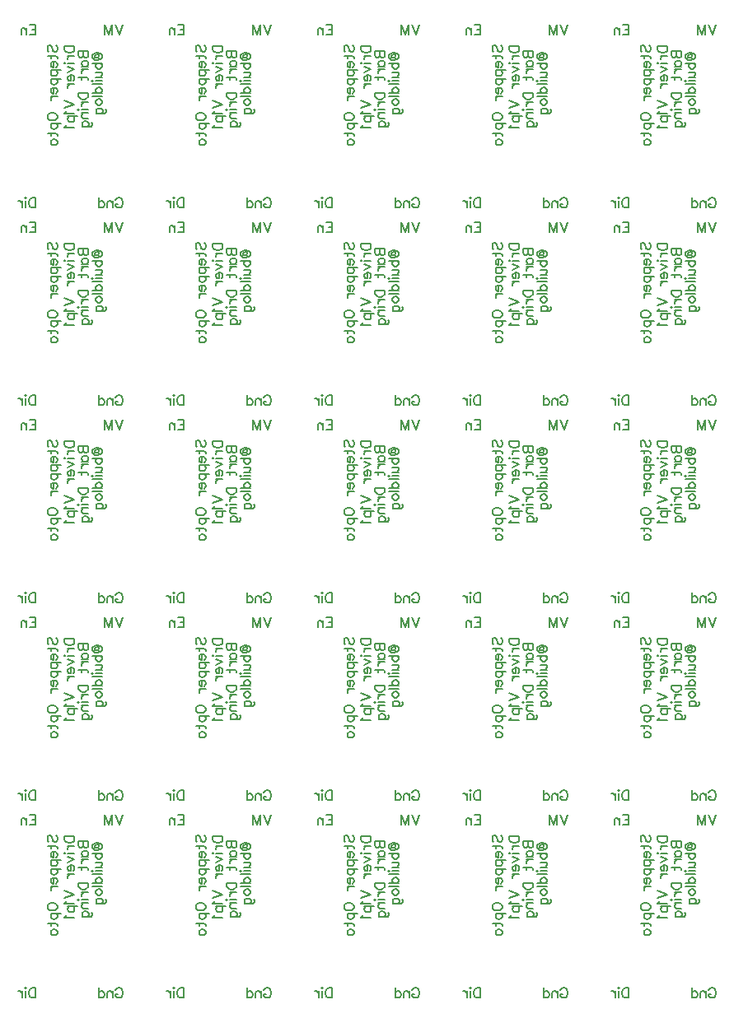
<source format=gbr>
G04 DipTrace 3.3.1.3*
G04 BottomSilk.gbr*
%MOIN*%
G04 #@! TF.FileFunction,Legend,Bot*
G04 #@! TF.Part,Single*
%ADD47C,0.006176*%
%FSLAX26Y26*%
G04*
G70*
G90*
G75*
G01*
G04 BotSilk*
%LPD*%
X605527Y1058859D2*
D47*
X601680Y1062662D1*
X599779Y1068410D1*
Y1076059D1*
X601680Y1081807D1*
X605527Y1085654D1*
X609329D1*
X613176Y1083709D1*
X615077Y1081807D1*
X616979Y1078005D1*
X620825Y1066509D1*
X622727Y1062662D1*
X624672Y1060761D1*
X628475Y1058859D1*
X634223D1*
X638025Y1062662D1*
X639971Y1068410D1*
Y1076059D1*
X638025Y1081807D1*
X634223Y1085654D1*
X599779Y1040760D2*
X632321D1*
X638025Y1038859D1*
X639971Y1035012D1*
Y1031209D1*
X613176Y1046508D2*
Y1033111D1*
X624672Y1018858D2*
Y995910D1*
X620825D1*
X616979Y997811D1*
X615077Y999713D1*
X613176Y1003559D1*
Y1009307D1*
X615077Y1013110D1*
X618924Y1016957D1*
X624672Y1018858D1*
X628475D1*
X634223Y1016957D1*
X638025Y1013110D1*
X639971Y1009307D1*
Y1003559D1*
X638025Y999713D1*
X634223Y995910D1*
X613176Y983559D2*
X653368D1*
X618924D2*
X615122Y979712D1*
X613176Y975909D1*
Y970161D1*
X615122Y966315D1*
X618924Y962512D1*
X624672Y960567D1*
X628519D1*
X634223Y962512D1*
X638070Y966315D1*
X639971Y970161D1*
Y975909D1*
X638070Y979712D1*
X634223Y983559D1*
X613176Y948215D2*
X653368D1*
X618924D2*
X615122Y944368D1*
X613176Y940566D1*
Y934818D1*
X615122Y930971D1*
X618924Y927169D1*
X624672Y925223D1*
X628519D1*
X634223Y927169D1*
X638070Y930971D1*
X639971Y934818D1*
Y940566D1*
X638070Y944368D1*
X634223Y948215D1*
X624672Y912872D2*
Y889924D1*
X620825D1*
X616979Y891825D1*
X615077Y893726D1*
X613176Y897573D1*
Y903321D1*
X615077Y907124D1*
X618924Y910970D1*
X624672Y912872D1*
X628475D1*
X634223Y910970D1*
X638025Y907124D1*
X639971Y903321D1*
Y897573D1*
X638025Y893726D1*
X634223Y889924D1*
X613176Y877572D2*
X639971D1*
X624672D2*
X618924Y875627D1*
X615077Y871824D1*
X613176Y867978D1*
Y862230D1*
X599779Y799501D2*
X601680Y803348D1*
X605527Y807151D1*
X609329Y809096D1*
X615077Y810997D1*
X624672D1*
X630376Y809096D1*
X634223Y807151D1*
X638025Y803348D1*
X639971Y799501D1*
Y791852D1*
X638025Y788049D1*
X634223Y784203D1*
X630376Y782301D1*
X624672Y780400D1*
X615077D1*
X609329Y782301D1*
X605527Y784203D1*
X601680Y788050D1*
X599779Y791852D1*
Y799501D1*
X613176Y768049D2*
X653368D1*
X618924D2*
X615122Y764202D1*
X613176Y760400D1*
Y754651D1*
X615122Y750805D1*
X618924Y747002D1*
X624672Y745057D1*
X628519D1*
X634223Y747002D1*
X638070Y750805D1*
X639971Y754651D1*
Y760399D1*
X638070Y764202D1*
X634223Y768049D1*
X599779Y726957D2*
X632322D1*
X638025Y725056D1*
X639971Y721209D1*
Y717407D1*
X613176Y732705D2*
Y719308D1*
Y695505D2*
X615077Y699307D1*
X618924Y703154D1*
X624672Y705055D1*
X628475D1*
X634223Y703154D1*
X638025Y699307D1*
X639971Y695505D1*
Y689757D1*
X638025Y685910D1*
X634223Y682107D1*
X628475Y680162D1*
X624672D1*
X618924Y682107D1*
X615077Y685910D1*
X613176Y689757D1*
Y695505D1*
X668527Y1081976D2*
X708719D1*
Y1068579D1*
X706773Y1062831D1*
X702971Y1058984D1*
X699124Y1057083D1*
X693420Y1055181D1*
X683825D1*
X678077Y1057083D1*
X674275Y1058984D1*
X670428Y1062831D1*
X668527Y1068579D1*
Y1081976D1*
X681924Y1042830D2*
X708719D1*
X693420D2*
X687672Y1040885D1*
X683825Y1037082D1*
X681924Y1033235D1*
Y1027487D1*
X668527Y1015136D2*
X670428Y1013235D1*
X668527Y1011289D1*
X666581Y1013235D1*
X668527Y1015136D1*
X681924Y1013235D2*
X708719D1*
X681924Y998938D2*
X708719Y987442D1*
X681924Y975990D1*
X693420Y963638D2*
Y940690D1*
X689573D1*
X685727Y942592D1*
X683825Y944493D1*
X681924Y948340D1*
Y954088D1*
X683825Y957890D1*
X687672Y961737D1*
X693420Y963638D1*
X697223D1*
X702971Y961737D1*
X706773Y957890D1*
X708719Y954088D1*
Y948340D1*
X706773Y944493D1*
X702971Y940690D1*
X681924Y928339D2*
X708719D1*
X693420D2*
X687672Y926394D1*
X683825Y922591D1*
X681924Y918744D1*
Y912996D1*
X668527Y861764D2*
X708719Y846465D1*
X668527Y831167D1*
X676220Y818815D2*
X674275Y814969D1*
X668571Y809221D1*
X708719D1*
X681924Y796869D2*
X722116D1*
X687672D2*
X683870Y793023D1*
X681924Y789220D1*
Y783472D1*
X683870Y779625D1*
X687672Y775823D1*
X693420Y773877D1*
X697267D1*
X702971Y775823D1*
X706818Y779625D1*
X708719Y783472D1*
Y789220D1*
X706818Y793022D1*
X702971Y796869D1*
X676220Y761526D2*
X674275Y757679D1*
X668571Y751931D1*
X708719D1*
X790623Y1033896D2*
Y1039644D1*
X792524Y1043446D1*
X794425Y1045392D1*
X798272Y1047293D1*
X805922D1*
X807823Y1045392D1*
Y1041545D1*
X805922Y1033896D1*
X809724Y1031994D1*
Y1030093D1*
X805922Y1026246D1*
X796371Y1024345D1*
X790623Y1026246D1*
X786776Y1028148D1*
X782974Y1031994D1*
X781072Y1035797D1*
Y1043446D1*
X782974Y1047293D1*
X786776Y1051095D1*
X790623Y1053041D1*
X796371Y1054942D1*
X805922D1*
X811670Y1053041D1*
X815472Y1051095D1*
X819319Y1047293D1*
X821220Y1043446D1*
Y1035797D1*
X819319Y1031994D1*
X815472Y1028148D1*
X788722Y1033896D2*
X805922D1*
X781028Y1011994D2*
X821220D1*
X800173D2*
X796327Y1008147D1*
X794425Y1004344D1*
Y998596D1*
X796327Y994794D1*
X800173Y990947D1*
X805922Y989046D1*
X809724D1*
X815472Y990947D1*
X819275Y994794D1*
X821220Y998596D1*
Y1004344D1*
X819275Y1008147D1*
X815472Y1011994D1*
X794425Y976694D2*
X813571D1*
X819275Y974793D1*
X821220Y970946D1*
Y965198D1*
X819275Y961396D1*
X813571Y955648D1*
X794425D2*
X821220D1*
X781028Y943296D2*
X782929Y941395D1*
X781028Y939450D1*
X779083Y941395D1*
X781028Y943296D1*
X794425Y941395D2*
X821220D1*
X781028Y927098D2*
X821220D1*
X781028Y891799D2*
X821220D1*
X800174D2*
X796327Y895601D1*
X794425Y899448D1*
Y905196D1*
X796327Y908999D1*
X800174Y912845D1*
X805922Y914747D1*
X809724D1*
X815472Y912845D1*
X819275Y908999D1*
X821220Y905196D1*
Y899448D1*
X819275Y895601D1*
X815472Y891799D1*
X781028Y879447D2*
X821220D1*
X794426Y857546D2*
X796327Y861348D1*
X800174Y865195D1*
X805922Y867096D1*
X809724D1*
X815472Y865195D1*
X819275Y861348D1*
X821220Y857545D1*
Y851797D1*
X819275Y847951D1*
X815472Y844148D1*
X809724Y842203D1*
X805922D1*
X800174Y844148D1*
X796327Y847951D1*
X794426Y851797D1*
Y857546D1*
X796327Y806903D2*
X826968D1*
X832672Y808805D1*
X834618Y810706D1*
X836519Y814553D1*
Y820301D1*
X834617Y824103D1*
X802075Y806903D2*
X798272Y810706D1*
X796327Y814553D1*
Y820301D1*
X798272Y824103D1*
X802075Y827950D1*
X807823Y829851D1*
X811670D1*
X817373Y827950D1*
X821220Y824103D1*
X823121Y820301D1*
Y814553D1*
X821220Y810706D1*
X817373Y806903D1*
X724777Y1062020D2*
X764969D1*
Y1044776D1*
X763024Y1039028D1*
X761123Y1037126D1*
X757320Y1035225D1*
X751572D1*
X747725Y1037126D1*
X745824Y1039028D1*
X743923Y1044776D1*
X741977Y1039028D1*
X740076Y1037126D1*
X736274Y1035225D1*
X732427D1*
X728624Y1037126D1*
X726679Y1039028D1*
X724777Y1044776D1*
Y1062020D1*
X743923D2*
Y1044776D1*
X738175Y999926D2*
X764969D1*
X743923D2*
X740076Y1003728D1*
X738175Y1007575D1*
Y1013279D1*
X740076Y1017126D1*
X743923Y1020928D1*
X749671Y1022874D1*
X753473D1*
X759221Y1020928D1*
X763024Y1017126D1*
X764969Y1013279D1*
Y1007575D1*
X763024Y1003728D1*
X759221Y999926D1*
X738175Y987574D2*
X764969D1*
X749671D2*
X743923Y985629D1*
X740076Y981826D1*
X738175Y977980D1*
Y972232D1*
X724777Y954132D2*
X757320D1*
X763024Y952231D1*
X764969Y948384D1*
Y944582D1*
X738175Y959880D2*
Y946483D1*
X724777Y893349D2*
X764969D1*
Y879952D1*
X763024Y874204D1*
X759221Y870357D1*
X755375Y868456D1*
X749671Y866555D1*
X740076D1*
X734328Y868456D1*
X730526Y870357D1*
X726679Y874204D1*
X724777Y879952D1*
Y893349D1*
X738175Y854203D2*
X764969D1*
X749671D2*
X743923Y852258D1*
X740076Y848455D1*
X738175Y844609D1*
Y838861D1*
X724778Y826509D2*
X726679Y824608D1*
X724778Y822662D1*
X722832Y824608D1*
X724778Y826509D1*
X738175Y824608D2*
X764969D1*
X738175Y810311D2*
X764969D1*
X745824D2*
X740076Y804563D1*
X738175Y800716D1*
Y795012D1*
X740076Y791166D1*
X745824Y789264D1*
X764970D1*
X740076Y753965D2*
X770717D1*
X776421Y755866D1*
X778367Y757768D1*
X780268Y761614D1*
Y767362D1*
X778367Y771165D1*
X745824Y753965D2*
X742022Y757768D1*
X740076Y761614D1*
Y767362D1*
X742022Y771165D1*
X745824Y775012D1*
X751572Y776913D1*
X755419D1*
X761123Y775012D1*
X764970Y771165D1*
X766871Y767362D1*
Y761614D1*
X764969Y757768D1*
X761123Y753965D1*
X552391Y467020D2*
Y426828D1*
X538994D1*
X533246Y428774D1*
X529399Y432576D1*
X527498Y436423D1*
X525596Y442127D1*
Y451722D1*
X527498Y457470D1*
X529399Y461272D1*
X533246Y465119D1*
X538994Y467020D1*
X552391D1*
X513245D2*
X511344Y465119D1*
X509398Y467020D1*
X511344Y468966D1*
X513245Y467020D1*
X511344Y453623D2*
Y426828D1*
X497047Y453623D2*
Y426828D1*
Y442127D2*
X495101Y447875D1*
X491299Y451722D1*
X487452Y453623D1*
X481704D1*
X875401Y457470D2*
X877302Y461272D1*
X881149Y465119D1*
X884952Y467020D1*
X892601D1*
X896448Y465119D1*
X900250Y461272D1*
X902196Y457470D1*
X904097Y451722D1*
Y442127D1*
X902196Y436423D1*
X900250Y432576D1*
X896448Y428774D1*
X892601Y426828D1*
X884952D1*
X881149Y428774D1*
X877302Y432576D1*
X875401Y436423D1*
Y442127D1*
X884952D1*
X863050Y453623D2*
Y426828D1*
Y445974D2*
X857302Y451722D1*
X853455Y453623D1*
X847751D1*
X843904Y451722D1*
X842003Y445974D1*
Y426828D1*
X806704Y467020D2*
Y426828D1*
Y447875D2*
X810506Y451722D1*
X814353Y453623D1*
X820101D1*
X823904Y451722D1*
X827750Y447875D1*
X829652Y442127D1*
Y438324D1*
X827750Y432576D1*
X823904Y428774D1*
X820101Y426828D1*
X814353D1*
X810506Y428774D1*
X806704Y432576D1*
X905250Y1167020D2*
X889951Y1126828D1*
X874652Y1167020D1*
X831704Y1126828D2*
Y1167020D1*
X847002Y1126828D1*
X862301Y1167020D1*
Y1126828D1*
X527602Y1167020D2*
X552451D1*
Y1126828D1*
X527602D1*
X552451Y1147875D2*
X537152D1*
X515250Y1153623D2*
Y1126828D1*
Y1145974D2*
X509502Y1151722D1*
X505656Y1153623D1*
X499952D1*
X496105Y1151722D1*
X494204Y1145974D1*
Y1126828D1*
X1205527Y1058859D2*
X1201680Y1062662D1*
X1199779Y1068410D1*
Y1076059D1*
X1201680Y1081807D1*
X1205527Y1085654D1*
X1209329D1*
X1213176Y1083709D1*
X1215077Y1081807D1*
X1216979Y1078005D1*
X1220825Y1066509D1*
X1222727Y1062662D1*
X1224672Y1060761D1*
X1228475Y1058859D1*
X1234223D1*
X1238025Y1062662D1*
X1239971Y1068410D1*
Y1076059D1*
X1238025Y1081807D1*
X1234223Y1085654D1*
X1199779Y1040760D2*
X1232321D1*
X1238025Y1038859D1*
X1239971Y1035012D1*
Y1031209D1*
X1213176Y1046508D2*
Y1033111D1*
X1224672Y1018858D2*
Y995910D1*
X1220825D1*
X1216979Y997811D1*
X1215077Y999713D1*
X1213176Y1003559D1*
Y1009307D1*
X1215077Y1013110D1*
X1218924Y1016957D1*
X1224672Y1018858D1*
X1228475D1*
X1234223Y1016957D1*
X1238025Y1013110D1*
X1239971Y1009307D1*
Y1003559D1*
X1238025Y999713D1*
X1234223Y995910D1*
X1213176Y983559D2*
X1253368D1*
X1218924D2*
X1215122Y979712D1*
X1213176Y975909D1*
Y970161D1*
X1215122Y966315D1*
X1218924Y962512D1*
X1224672Y960567D1*
X1228519D1*
X1234223Y962512D1*
X1238070Y966315D1*
X1239971Y970161D1*
Y975909D1*
X1238070Y979712D1*
X1234223Y983559D1*
X1213176Y948215D2*
X1253368D1*
X1218924D2*
X1215122Y944368D1*
X1213176Y940566D1*
Y934818D1*
X1215122Y930971D1*
X1218924Y927169D1*
X1224672Y925223D1*
X1228519D1*
X1234223Y927169D1*
X1238070Y930971D1*
X1239971Y934818D1*
Y940566D1*
X1238070Y944368D1*
X1234223Y948215D1*
X1224672Y912872D2*
Y889924D1*
X1220825D1*
X1216979Y891825D1*
X1215077Y893726D1*
X1213176Y897573D1*
Y903321D1*
X1215077Y907124D1*
X1218924Y910970D1*
X1224672Y912872D1*
X1228475D1*
X1234223Y910970D1*
X1238025Y907124D1*
X1239971Y903321D1*
Y897573D1*
X1238025Y893726D1*
X1234223Y889924D1*
X1213176Y877572D2*
X1239971D1*
X1224672D2*
X1218924Y875627D1*
X1215077Y871824D1*
X1213176Y867978D1*
Y862230D1*
X1199779Y799501D2*
X1201680Y803348D1*
X1205527Y807151D1*
X1209329Y809096D1*
X1215077Y810997D1*
X1224672D1*
X1230376Y809096D1*
X1234223Y807151D1*
X1238025Y803348D1*
X1239971Y799501D1*
Y791852D1*
X1238025Y788049D1*
X1234223Y784203D1*
X1230376Y782301D1*
X1224672Y780400D1*
X1215077D1*
X1209329Y782301D1*
X1205527Y784203D1*
X1201680Y788050D1*
X1199779Y791852D1*
Y799501D1*
X1213176Y768049D2*
X1253368D1*
X1218924D2*
X1215122Y764202D1*
X1213176Y760400D1*
Y754651D1*
X1215122Y750805D1*
X1218924Y747002D1*
X1224672Y745057D1*
X1228519D1*
X1234223Y747002D1*
X1238070Y750805D1*
X1239971Y754651D1*
Y760399D1*
X1238070Y764202D1*
X1234223Y768049D1*
X1199779Y726957D2*
X1232322D1*
X1238025Y725056D1*
X1239971Y721209D1*
Y717407D1*
X1213176Y732705D2*
Y719308D1*
Y695505D2*
X1215077Y699307D1*
X1218924Y703154D1*
X1224672Y705055D1*
X1228475D1*
X1234223Y703154D1*
X1238025Y699307D1*
X1239971Y695505D1*
Y689757D1*
X1238025Y685910D1*
X1234223Y682107D1*
X1228475Y680162D1*
X1224672D1*
X1218924Y682107D1*
X1215077Y685910D1*
X1213176Y689757D1*
Y695505D1*
X1268527Y1081976D2*
X1308719D1*
Y1068579D1*
X1306773Y1062831D1*
X1302971Y1058984D1*
X1299124Y1057083D1*
X1293420Y1055181D1*
X1283825D1*
X1278077Y1057083D1*
X1274275Y1058984D1*
X1270428Y1062831D1*
X1268527Y1068579D1*
Y1081976D1*
X1281924Y1042830D2*
X1308719D1*
X1293420D2*
X1287672Y1040885D1*
X1283825Y1037082D1*
X1281924Y1033235D1*
Y1027487D1*
X1268527Y1015136D2*
X1270428Y1013235D1*
X1268527Y1011289D1*
X1266581Y1013235D1*
X1268527Y1015136D1*
X1281924Y1013235D2*
X1308719D1*
X1281924Y998938D2*
X1308719Y987442D1*
X1281924Y975990D1*
X1293420Y963638D2*
Y940690D1*
X1289573D1*
X1285727Y942592D1*
X1283825Y944493D1*
X1281924Y948340D1*
Y954088D1*
X1283825Y957890D1*
X1287672Y961737D1*
X1293420Y963638D1*
X1297223D1*
X1302971Y961737D1*
X1306773Y957890D1*
X1308719Y954088D1*
Y948340D1*
X1306773Y944493D1*
X1302971Y940690D1*
X1281924Y928339D2*
X1308719D1*
X1293420D2*
X1287672Y926394D1*
X1283825Y922591D1*
X1281924Y918744D1*
Y912996D1*
X1268527Y861764D2*
X1308719Y846465D1*
X1268527Y831167D1*
X1276220Y818815D2*
X1274275Y814969D1*
X1268571Y809221D1*
X1308719D1*
X1281924Y796869D2*
X1322116D1*
X1287672D2*
X1283870Y793023D1*
X1281924Y789220D1*
Y783472D1*
X1283870Y779625D1*
X1287672Y775823D1*
X1293420Y773877D1*
X1297267D1*
X1302971Y775823D1*
X1306818Y779625D1*
X1308719Y783472D1*
Y789220D1*
X1306818Y793022D1*
X1302971Y796869D1*
X1276220Y761526D2*
X1274275Y757679D1*
X1268571Y751931D1*
X1308719D1*
X1390623Y1033896D2*
Y1039644D1*
X1392524Y1043446D1*
X1394425Y1045392D1*
X1398272Y1047293D1*
X1405922D1*
X1407823Y1045392D1*
Y1041545D1*
X1405922Y1033896D1*
X1409724Y1031994D1*
Y1030093D1*
X1405922Y1026246D1*
X1396371Y1024345D1*
X1390623Y1026246D1*
X1386776Y1028148D1*
X1382974Y1031994D1*
X1381072Y1035797D1*
Y1043446D1*
X1382974Y1047293D1*
X1386776Y1051095D1*
X1390623Y1053041D1*
X1396371Y1054942D1*
X1405922D1*
X1411670Y1053041D1*
X1415472Y1051095D1*
X1419319Y1047293D1*
X1421220Y1043446D1*
Y1035797D1*
X1419319Y1031994D1*
X1415472Y1028148D1*
X1388722Y1033896D2*
X1405922D1*
X1381028Y1011994D2*
X1421220D1*
X1400173D2*
X1396327Y1008147D1*
X1394425Y1004344D1*
Y998596D1*
X1396327Y994794D1*
X1400173Y990947D1*
X1405922Y989046D1*
X1409724D1*
X1415472Y990947D1*
X1419275Y994794D1*
X1421220Y998596D1*
Y1004344D1*
X1419275Y1008147D1*
X1415472Y1011994D1*
X1394425Y976694D2*
X1413571D1*
X1419275Y974793D1*
X1421220Y970946D1*
Y965198D1*
X1419275Y961396D1*
X1413571Y955648D1*
X1394425D2*
X1421220D1*
X1381028Y943296D2*
X1382929Y941395D1*
X1381028Y939450D1*
X1379083Y941395D1*
X1381028Y943296D1*
X1394425Y941395D2*
X1421220D1*
X1381028Y927098D2*
X1421220D1*
X1381028Y891799D2*
X1421220D1*
X1400174D2*
X1396327Y895601D1*
X1394425Y899448D1*
Y905196D1*
X1396327Y908999D1*
X1400174Y912845D1*
X1405922Y914747D1*
X1409724D1*
X1415472Y912845D1*
X1419275Y908999D1*
X1421220Y905196D1*
Y899448D1*
X1419275Y895601D1*
X1415472Y891799D1*
X1381028Y879447D2*
X1421220D1*
X1394426Y857546D2*
X1396327Y861348D1*
X1400174Y865195D1*
X1405922Y867096D1*
X1409724D1*
X1415472Y865195D1*
X1419275Y861348D1*
X1421220Y857545D1*
Y851797D1*
X1419275Y847951D1*
X1415472Y844148D1*
X1409724Y842203D1*
X1405922D1*
X1400174Y844148D1*
X1396327Y847951D1*
X1394426Y851797D1*
Y857546D1*
X1396327Y806903D2*
X1426968D1*
X1432672Y808805D1*
X1434618Y810706D1*
X1436519Y814553D1*
Y820301D1*
X1434617Y824103D1*
X1402075Y806903D2*
X1398272Y810706D1*
X1396327Y814553D1*
Y820301D1*
X1398272Y824103D1*
X1402075Y827950D1*
X1407823Y829851D1*
X1411670D1*
X1417373Y827950D1*
X1421220Y824103D1*
X1423121Y820301D1*
Y814553D1*
X1421220Y810706D1*
X1417373Y806903D1*
X1324777Y1062020D2*
X1364969D1*
Y1044776D1*
X1363024Y1039028D1*
X1361123Y1037126D1*
X1357320Y1035225D1*
X1351572D1*
X1347725Y1037126D1*
X1345824Y1039028D1*
X1343923Y1044776D1*
X1341977Y1039028D1*
X1340076Y1037126D1*
X1336274Y1035225D1*
X1332427D1*
X1328624Y1037126D1*
X1326679Y1039028D1*
X1324777Y1044776D1*
Y1062020D1*
X1343923D2*
Y1044776D1*
X1338175Y999926D2*
X1364969D1*
X1343923D2*
X1340076Y1003728D1*
X1338175Y1007575D1*
Y1013279D1*
X1340076Y1017126D1*
X1343923Y1020928D1*
X1349671Y1022874D1*
X1353473D1*
X1359221Y1020928D1*
X1363024Y1017126D1*
X1364969Y1013279D1*
Y1007575D1*
X1363024Y1003728D1*
X1359221Y999926D1*
X1338175Y987574D2*
X1364969D1*
X1349671D2*
X1343923Y985629D1*
X1340076Y981826D1*
X1338175Y977980D1*
Y972232D1*
X1324777Y954132D2*
X1357320D1*
X1363024Y952231D1*
X1364969Y948384D1*
Y944582D1*
X1338175Y959880D2*
Y946483D1*
X1324777Y893349D2*
X1364969D1*
Y879952D1*
X1363024Y874204D1*
X1359221Y870357D1*
X1355375Y868456D1*
X1349671Y866555D1*
X1340076D1*
X1334328Y868456D1*
X1330526Y870357D1*
X1326679Y874204D1*
X1324777Y879952D1*
Y893349D1*
X1338175Y854203D2*
X1364969D1*
X1349671D2*
X1343923Y852258D1*
X1340076Y848455D1*
X1338175Y844609D1*
Y838861D1*
X1324778Y826509D2*
X1326679Y824608D1*
X1324778Y822662D1*
X1322832Y824608D1*
X1324778Y826509D1*
X1338175Y824608D2*
X1364969D1*
X1338175Y810311D2*
X1364969D1*
X1345824D2*
X1340076Y804563D1*
X1338175Y800716D1*
Y795012D1*
X1340076Y791166D1*
X1345824Y789264D1*
X1364970D1*
X1340076Y753965D2*
X1370717D1*
X1376421Y755866D1*
X1378367Y757768D1*
X1380268Y761614D1*
Y767362D1*
X1378367Y771165D1*
X1345824Y753965D2*
X1342022Y757768D1*
X1340076Y761614D1*
Y767362D1*
X1342022Y771165D1*
X1345824Y775012D1*
X1351572Y776913D1*
X1355419D1*
X1361123Y775012D1*
X1364970Y771165D1*
X1366871Y767362D1*
Y761614D1*
X1364969Y757768D1*
X1361123Y753965D1*
X1152391Y467020D2*
Y426828D1*
X1138994D1*
X1133246Y428774D1*
X1129399Y432576D1*
X1127498Y436423D1*
X1125596Y442127D1*
Y451722D1*
X1127498Y457470D1*
X1129399Y461272D1*
X1133246Y465119D1*
X1138994Y467020D1*
X1152391D1*
X1113245D2*
X1111344Y465119D1*
X1109398Y467020D1*
X1111344Y468966D1*
X1113245Y467020D1*
X1111344Y453623D2*
Y426828D1*
X1097047Y453623D2*
Y426828D1*
Y442127D2*
X1095101Y447875D1*
X1091299Y451722D1*
X1087452Y453623D1*
X1081704D1*
X1475401Y457470D2*
X1477302Y461272D1*
X1481149Y465119D1*
X1484952Y467020D1*
X1492601D1*
X1496448Y465119D1*
X1500250Y461272D1*
X1502196Y457470D1*
X1504097Y451722D1*
Y442127D1*
X1502196Y436423D1*
X1500250Y432576D1*
X1496448Y428774D1*
X1492601Y426828D1*
X1484952D1*
X1481149Y428774D1*
X1477302Y432576D1*
X1475401Y436423D1*
Y442127D1*
X1484952D1*
X1463050Y453623D2*
Y426828D1*
Y445974D2*
X1457302Y451722D1*
X1453455Y453623D1*
X1447751D1*
X1443904Y451722D1*
X1442003Y445974D1*
Y426828D1*
X1406704Y467020D2*
Y426828D1*
Y447875D2*
X1410506Y451722D1*
X1414353Y453623D1*
X1420101D1*
X1423904Y451722D1*
X1427750Y447875D1*
X1429652Y442127D1*
Y438324D1*
X1427750Y432576D1*
X1423904Y428774D1*
X1420101Y426828D1*
X1414353D1*
X1410506Y428774D1*
X1406704Y432576D1*
X1505250Y1167020D2*
X1489951Y1126828D1*
X1474652Y1167020D1*
X1431704Y1126828D2*
Y1167020D1*
X1447002Y1126828D1*
X1462301Y1167020D1*
Y1126828D1*
X1127602Y1167020D2*
X1152451D1*
Y1126828D1*
X1127602D1*
X1152451Y1147875D2*
X1137152D1*
X1115250Y1153623D2*
Y1126828D1*
Y1145974D2*
X1109502Y1151722D1*
X1105656Y1153623D1*
X1099952D1*
X1096105Y1151722D1*
X1094204Y1145974D1*
Y1126828D1*
X1805527Y1058859D2*
X1801680Y1062662D1*
X1799779Y1068410D1*
Y1076059D1*
X1801680Y1081807D1*
X1805527Y1085654D1*
X1809329D1*
X1813176Y1083709D1*
X1815077Y1081807D1*
X1816979Y1078005D1*
X1820825Y1066509D1*
X1822727Y1062662D1*
X1824672Y1060761D1*
X1828475Y1058859D1*
X1834223D1*
X1838025Y1062662D1*
X1839971Y1068410D1*
Y1076059D1*
X1838025Y1081807D1*
X1834223Y1085654D1*
X1799779Y1040760D2*
X1832321D1*
X1838025Y1038859D1*
X1839971Y1035012D1*
Y1031209D1*
X1813176Y1046508D2*
Y1033111D1*
X1824672Y1018858D2*
Y995910D1*
X1820825D1*
X1816979Y997811D1*
X1815077Y999713D1*
X1813176Y1003559D1*
Y1009307D1*
X1815077Y1013110D1*
X1818924Y1016957D1*
X1824672Y1018858D1*
X1828475D1*
X1834223Y1016957D1*
X1838025Y1013110D1*
X1839971Y1009307D1*
Y1003559D1*
X1838025Y999713D1*
X1834223Y995910D1*
X1813176Y983559D2*
X1853368D1*
X1818924D2*
X1815122Y979712D1*
X1813176Y975909D1*
Y970161D1*
X1815122Y966315D1*
X1818924Y962512D1*
X1824672Y960567D1*
X1828519D1*
X1834223Y962512D1*
X1838070Y966315D1*
X1839971Y970161D1*
Y975909D1*
X1838070Y979712D1*
X1834223Y983559D1*
X1813176Y948215D2*
X1853368D1*
X1818924D2*
X1815122Y944368D1*
X1813176Y940566D1*
Y934818D1*
X1815122Y930971D1*
X1818924Y927169D1*
X1824672Y925223D1*
X1828519D1*
X1834223Y927169D1*
X1838070Y930971D1*
X1839971Y934818D1*
Y940566D1*
X1838070Y944368D1*
X1834223Y948215D1*
X1824672Y912872D2*
Y889924D1*
X1820825D1*
X1816979Y891825D1*
X1815077Y893726D1*
X1813176Y897573D1*
Y903321D1*
X1815077Y907124D1*
X1818924Y910970D1*
X1824672Y912872D1*
X1828475D1*
X1834223Y910970D1*
X1838025Y907124D1*
X1839971Y903321D1*
Y897573D1*
X1838025Y893726D1*
X1834223Y889924D1*
X1813176Y877572D2*
X1839971D1*
X1824672D2*
X1818924Y875627D1*
X1815077Y871824D1*
X1813176Y867978D1*
Y862230D1*
X1799779Y799501D2*
X1801680Y803348D1*
X1805527Y807151D1*
X1809329Y809096D1*
X1815077Y810997D1*
X1824672D1*
X1830376Y809096D1*
X1834223Y807151D1*
X1838025Y803348D1*
X1839971Y799501D1*
Y791852D1*
X1838025Y788049D1*
X1834223Y784203D1*
X1830376Y782301D1*
X1824672Y780400D1*
X1815077D1*
X1809329Y782301D1*
X1805527Y784203D1*
X1801680Y788050D1*
X1799779Y791852D1*
Y799501D1*
X1813176Y768049D2*
X1853368D1*
X1818924D2*
X1815122Y764202D1*
X1813176Y760400D1*
Y754651D1*
X1815122Y750805D1*
X1818924Y747002D1*
X1824672Y745057D1*
X1828519D1*
X1834223Y747002D1*
X1838070Y750805D1*
X1839971Y754651D1*
Y760399D1*
X1838070Y764202D1*
X1834223Y768049D1*
X1799779Y726957D2*
X1832322D1*
X1838025Y725056D1*
X1839971Y721209D1*
Y717407D1*
X1813176Y732705D2*
Y719308D1*
Y695505D2*
X1815077Y699307D1*
X1818924Y703154D1*
X1824672Y705055D1*
X1828475D1*
X1834223Y703154D1*
X1838025Y699307D1*
X1839971Y695505D1*
Y689757D1*
X1838025Y685910D1*
X1834223Y682107D1*
X1828475Y680162D1*
X1824672D1*
X1818924Y682107D1*
X1815077Y685910D1*
X1813176Y689757D1*
Y695505D1*
X1868527Y1081976D2*
X1908719D1*
Y1068579D1*
X1906773Y1062831D1*
X1902971Y1058984D1*
X1899124Y1057083D1*
X1893420Y1055181D1*
X1883825D1*
X1878077Y1057083D1*
X1874275Y1058984D1*
X1870428Y1062831D1*
X1868527Y1068579D1*
Y1081976D1*
X1881924Y1042830D2*
X1908719D1*
X1893420D2*
X1887672Y1040885D1*
X1883825Y1037082D1*
X1881924Y1033235D1*
Y1027487D1*
X1868527Y1015136D2*
X1870428Y1013235D1*
X1868527Y1011289D1*
X1866581Y1013235D1*
X1868527Y1015136D1*
X1881924Y1013235D2*
X1908719D1*
X1881924Y998938D2*
X1908719Y987442D1*
X1881924Y975990D1*
X1893420Y963638D2*
Y940690D1*
X1889573D1*
X1885727Y942592D1*
X1883825Y944493D1*
X1881924Y948340D1*
Y954088D1*
X1883825Y957890D1*
X1887672Y961737D1*
X1893420Y963638D1*
X1897223D1*
X1902971Y961737D1*
X1906773Y957890D1*
X1908719Y954088D1*
Y948340D1*
X1906773Y944493D1*
X1902971Y940690D1*
X1881924Y928339D2*
X1908719D1*
X1893420D2*
X1887672Y926394D1*
X1883825Y922591D1*
X1881924Y918744D1*
Y912996D1*
X1868527Y861764D2*
X1908719Y846465D1*
X1868527Y831167D1*
X1876220Y818815D2*
X1874275Y814969D1*
X1868571Y809221D1*
X1908719D1*
X1881924Y796869D2*
X1922116D1*
X1887672D2*
X1883870Y793023D1*
X1881924Y789220D1*
Y783472D1*
X1883870Y779625D1*
X1887672Y775823D1*
X1893420Y773877D1*
X1897267D1*
X1902971Y775823D1*
X1906818Y779625D1*
X1908719Y783472D1*
Y789220D1*
X1906818Y793022D1*
X1902971Y796869D1*
X1876220Y761526D2*
X1874275Y757679D1*
X1868571Y751931D1*
X1908719D1*
X1990623Y1033896D2*
Y1039644D1*
X1992524Y1043446D1*
X1994425Y1045392D1*
X1998272Y1047293D1*
X2005922D1*
X2007823Y1045392D1*
Y1041545D1*
X2005922Y1033896D1*
X2009724Y1031994D1*
Y1030093D1*
X2005922Y1026246D1*
X1996371Y1024345D1*
X1990623Y1026246D1*
X1986776Y1028148D1*
X1982974Y1031994D1*
X1981072Y1035797D1*
Y1043446D1*
X1982974Y1047293D1*
X1986776Y1051095D1*
X1990623Y1053041D1*
X1996371Y1054942D1*
X2005922D1*
X2011670Y1053041D1*
X2015472Y1051095D1*
X2019319Y1047293D1*
X2021220Y1043446D1*
Y1035797D1*
X2019319Y1031994D1*
X2015472Y1028148D1*
X1988722Y1033896D2*
X2005922D1*
X1981028Y1011994D2*
X2021220D1*
X2000173D2*
X1996327Y1008147D1*
X1994425Y1004344D1*
Y998596D1*
X1996327Y994794D1*
X2000173Y990947D1*
X2005922Y989046D1*
X2009724D1*
X2015472Y990947D1*
X2019275Y994794D1*
X2021220Y998596D1*
Y1004344D1*
X2019275Y1008147D1*
X2015472Y1011994D1*
X1994425Y976694D2*
X2013571D1*
X2019275Y974793D1*
X2021220Y970946D1*
Y965198D1*
X2019275Y961396D1*
X2013571Y955648D1*
X1994425D2*
X2021220D1*
X1981028Y943296D2*
X1982929Y941395D1*
X1981028Y939450D1*
X1979083Y941395D1*
X1981028Y943296D1*
X1994425Y941395D2*
X2021220D1*
X1981028Y927098D2*
X2021220D1*
X1981028Y891799D2*
X2021220D1*
X2000174D2*
X1996327Y895601D1*
X1994425Y899448D1*
Y905196D1*
X1996327Y908999D1*
X2000174Y912845D1*
X2005922Y914747D1*
X2009724D1*
X2015472Y912845D1*
X2019275Y908999D1*
X2021220Y905196D1*
Y899448D1*
X2019275Y895601D1*
X2015472Y891799D1*
X1981028Y879447D2*
X2021220D1*
X1994426Y857546D2*
X1996327Y861348D1*
X2000174Y865195D1*
X2005922Y867096D1*
X2009724D1*
X2015472Y865195D1*
X2019275Y861348D1*
X2021220Y857545D1*
Y851797D1*
X2019275Y847951D1*
X2015472Y844148D1*
X2009724Y842203D1*
X2005922D1*
X2000174Y844148D1*
X1996327Y847951D1*
X1994426Y851797D1*
Y857546D1*
X1996327Y806903D2*
X2026968D1*
X2032672Y808805D1*
X2034618Y810706D1*
X2036519Y814553D1*
Y820301D1*
X2034617Y824103D1*
X2002075Y806903D2*
X1998272Y810706D1*
X1996327Y814553D1*
Y820301D1*
X1998272Y824103D1*
X2002075Y827950D1*
X2007823Y829851D1*
X2011670D1*
X2017373Y827950D1*
X2021220Y824103D1*
X2023121Y820301D1*
Y814553D1*
X2021220Y810706D1*
X2017373Y806903D1*
X1924777Y1062020D2*
X1964969D1*
Y1044776D1*
X1963024Y1039028D1*
X1961123Y1037126D1*
X1957320Y1035225D1*
X1951572D1*
X1947725Y1037126D1*
X1945824Y1039028D1*
X1943923Y1044776D1*
X1941977Y1039028D1*
X1940076Y1037126D1*
X1936274Y1035225D1*
X1932427D1*
X1928624Y1037126D1*
X1926679Y1039028D1*
X1924777Y1044776D1*
Y1062020D1*
X1943923D2*
Y1044776D1*
X1938175Y999926D2*
X1964969D1*
X1943923D2*
X1940076Y1003728D1*
X1938175Y1007575D1*
Y1013279D1*
X1940076Y1017126D1*
X1943923Y1020928D1*
X1949671Y1022874D1*
X1953473D1*
X1959221Y1020928D1*
X1963024Y1017126D1*
X1964969Y1013279D1*
Y1007575D1*
X1963024Y1003728D1*
X1959221Y999926D1*
X1938175Y987574D2*
X1964969D1*
X1949671D2*
X1943923Y985629D1*
X1940076Y981826D1*
X1938175Y977980D1*
Y972232D1*
X1924777Y954132D2*
X1957320D1*
X1963024Y952231D1*
X1964969Y948384D1*
Y944582D1*
X1938175Y959880D2*
Y946483D1*
X1924777Y893349D2*
X1964969D1*
Y879952D1*
X1963024Y874204D1*
X1959221Y870357D1*
X1955375Y868456D1*
X1949671Y866555D1*
X1940076D1*
X1934328Y868456D1*
X1930526Y870357D1*
X1926679Y874204D1*
X1924777Y879952D1*
Y893349D1*
X1938175Y854203D2*
X1964969D1*
X1949671D2*
X1943923Y852258D1*
X1940076Y848455D1*
X1938175Y844609D1*
Y838861D1*
X1924778Y826509D2*
X1926679Y824608D1*
X1924778Y822662D1*
X1922832Y824608D1*
X1924778Y826509D1*
X1938175Y824608D2*
X1964969D1*
X1938175Y810311D2*
X1964969D1*
X1945824D2*
X1940076Y804563D1*
X1938175Y800716D1*
Y795012D1*
X1940076Y791166D1*
X1945824Y789264D1*
X1964970D1*
X1940076Y753965D2*
X1970717D1*
X1976421Y755866D1*
X1978367Y757768D1*
X1980268Y761614D1*
Y767362D1*
X1978367Y771165D1*
X1945824Y753965D2*
X1942022Y757768D1*
X1940076Y761614D1*
Y767362D1*
X1942022Y771165D1*
X1945824Y775012D1*
X1951572Y776913D1*
X1955419D1*
X1961123Y775012D1*
X1964970Y771165D1*
X1966871Y767362D1*
Y761614D1*
X1964969Y757768D1*
X1961123Y753965D1*
X1752391Y467020D2*
Y426828D1*
X1738994D1*
X1733246Y428774D1*
X1729399Y432576D1*
X1727498Y436423D1*
X1725596Y442127D1*
Y451722D1*
X1727498Y457470D1*
X1729399Y461272D1*
X1733246Y465119D1*
X1738994Y467020D1*
X1752391D1*
X1713245D2*
X1711344Y465119D1*
X1709398Y467020D1*
X1711344Y468966D1*
X1713245Y467020D1*
X1711344Y453623D2*
Y426828D1*
X1697047Y453623D2*
Y426828D1*
Y442127D2*
X1695101Y447875D1*
X1691299Y451722D1*
X1687452Y453623D1*
X1681704D1*
X2075401Y457470D2*
X2077302Y461272D1*
X2081149Y465119D1*
X2084952Y467020D1*
X2092601D1*
X2096448Y465119D1*
X2100250Y461272D1*
X2102196Y457470D1*
X2104097Y451722D1*
Y442127D1*
X2102196Y436423D1*
X2100250Y432576D1*
X2096448Y428774D1*
X2092601Y426828D1*
X2084952D1*
X2081149Y428774D1*
X2077302Y432576D1*
X2075401Y436423D1*
Y442127D1*
X2084952D1*
X2063050Y453623D2*
Y426828D1*
Y445974D2*
X2057302Y451722D1*
X2053455Y453623D1*
X2047751D1*
X2043904Y451722D1*
X2042003Y445974D1*
Y426828D1*
X2006704Y467020D2*
Y426828D1*
Y447875D2*
X2010506Y451722D1*
X2014353Y453623D1*
X2020101D1*
X2023904Y451722D1*
X2027750Y447875D1*
X2029652Y442127D1*
Y438324D1*
X2027750Y432576D1*
X2023904Y428774D1*
X2020101Y426828D1*
X2014353D1*
X2010506Y428774D1*
X2006704Y432576D1*
X2105250Y1167020D2*
X2089951Y1126828D1*
X2074652Y1167020D1*
X2031704Y1126828D2*
Y1167020D1*
X2047002Y1126828D1*
X2062301Y1167020D1*
Y1126828D1*
X1727602Y1167020D2*
X1752451D1*
Y1126828D1*
X1727602D1*
X1752451Y1147875D2*
X1737152D1*
X1715250Y1153623D2*
Y1126828D1*
Y1145974D2*
X1709502Y1151722D1*
X1705656Y1153623D1*
X1699952D1*
X1696105Y1151722D1*
X1694204Y1145974D1*
Y1126828D1*
X2405527Y1058859D2*
X2401680Y1062662D1*
X2399779Y1068410D1*
Y1076059D1*
X2401680Y1081807D1*
X2405527Y1085654D1*
X2409329D1*
X2413176Y1083709D1*
X2415077Y1081807D1*
X2416979Y1078005D1*
X2420825Y1066509D1*
X2422727Y1062662D1*
X2424672Y1060761D1*
X2428475Y1058859D1*
X2434223D1*
X2438025Y1062662D1*
X2439971Y1068410D1*
Y1076059D1*
X2438025Y1081807D1*
X2434223Y1085654D1*
X2399779Y1040760D2*
X2432321D1*
X2438025Y1038859D1*
X2439971Y1035012D1*
Y1031209D1*
X2413176Y1046508D2*
Y1033111D1*
X2424672Y1018858D2*
Y995910D1*
X2420825D1*
X2416979Y997811D1*
X2415077Y999713D1*
X2413176Y1003559D1*
Y1009307D1*
X2415077Y1013110D1*
X2418924Y1016957D1*
X2424672Y1018858D1*
X2428475D1*
X2434223Y1016957D1*
X2438025Y1013110D1*
X2439971Y1009307D1*
Y1003559D1*
X2438025Y999713D1*
X2434223Y995910D1*
X2413176Y983559D2*
X2453368D1*
X2418924D2*
X2415122Y979712D1*
X2413176Y975909D1*
Y970161D1*
X2415122Y966315D1*
X2418924Y962512D1*
X2424672Y960567D1*
X2428519D1*
X2434223Y962512D1*
X2438070Y966315D1*
X2439971Y970161D1*
Y975909D1*
X2438070Y979712D1*
X2434223Y983559D1*
X2413176Y948215D2*
X2453368D1*
X2418924D2*
X2415122Y944368D1*
X2413176Y940566D1*
Y934818D1*
X2415122Y930971D1*
X2418924Y927169D1*
X2424672Y925223D1*
X2428519D1*
X2434223Y927169D1*
X2438070Y930971D1*
X2439971Y934818D1*
Y940566D1*
X2438070Y944368D1*
X2434223Y948215D1*
X2424672Y912872D2*
Y889924D1*
X2420825D1*
X2416979Y891825D1*
X2415077Y893726D1*
X2413176Y897573D1*
Y903321D1*
X2415077Y907124D1*
X2418924Y910970D1*
X2424672Y912872D1*
X2428475D1*
X2434223Y910970D1*
X2438025Y907124D1*
X2439971Y903321D1*
Y897573D1*
X2438025Y893726D1*
X2434223Y889924D1*
X2413176Y877572D2*
X2439971D1*
X2424672D2*
X2418924Y875627D1*
X2415077Y871824D1*
X2413176Y867978D1*
Y862230D1*
X2399779Y799501D2*
X2401680Y803348D1*
X2405527Y807151D1*
X2409329Y809096D1*
X2415077Y810997D1*
X2424672D1*
X2430376Y809096D1*
X2434223Y807151D1*
X2438025Y803348D1*
X2439971Y799501D1*
Y791852D1*
X2438025Y788049D1*
X2434223Y784203D1*
X2430376Y782301D1*
X2424672Y780400D1*
X2415077D1*
X2409329Y782301D1*
X2405527Y784203D1*
X2401680Y788050D1*
X2399779Y791852D1*
Y799501D1*
X2413176Y768049D2*
X2453368D1*
X2418924D2*
X2415122Y764202D1*
X2413176Y760400D1*
Y754651D1*
X2415122Y750805D1*
X2418924Y747002D1*
X2424672Y745057D1*
X2428519D1*
X2434223Y747002D1*
X2438070Y750805D1*
X2439971Y754651D1*
Y760399D1*
X2438070Y764202D1*
X2434223Y768049D1*
X2399779Y726957D2*
X2432322D1*
X2438025Y725056D1*
X2439971Y721209D1*
Y717407D1*
X2413176Y732705D2*
Y719308D1*
Y695505D2*
X2415077Y699307D1*
X2418924Y703154D1*
X2424672Y705055D1*
X2428475D1*
X2434223Y703154D1*
X2438025Y699307D1*
X2439971Y695505D1*
Y689757D1*
X2438025Y685910D1*
X2434223Y682107D1*
X2428475Y680162D1*
X2424672D1*
X2418924Y682107D1*
X2415077Y685910D1*
X2413176Y689757D1*
Y695505D1*
X2468527Y1081976D2*
X2508719D1*
Y1068579D1*
X2506773Y1062831D1*
X2502971Y1058984D1*
X2499124Y1057083D1*
X2493420Y1055181D1*
X2483825D1*
X2478077Y1057083D1*
X2474275Y1058984D1*
X2470428Y1062831D1*
X2468527Y1068579D1*
Y1081976D1*
X2481924Y1042830D2*
X2508719D1*
X2493420D2*
X2487672Y1040885D1*
X2483825Y1037082D1*
X2481924Y1033235D1*
Y1027487D1*
X2468527Y1015136D2*
X2470428Y1013235D1*
X2468527Y1011289D1*
X2466581Y1013235D1*
X2468527Y1015136D1*
X2481924Y1013235D2*
X2508719D1*
X2481924Y998938D2*
X2508719Y987442D1*
X2481924Y975990D1*
X2493420Y963638D2*
Y940690D1*
X2489573D1*
X2485727Y942592D1*
X2483825Y944493D1*
X2481924Y948340D1*
Y954088D1*
X2483825Y957890D1*
X2487672Y961737D1*
X2493420Y963638D1*
X2497223D1*
X2502971Y961737D1*
X2506773Y957890D1*
X2508719Y954088D1*
Y948340D1*
X2506773Y944493D1*
X2502971Y940690D1*
X2481924Y928339D2*
X2508719D1*
X2493420D2*
X2487672Y926394D1*
X2483825Y922591D1*
X2481924Y918744D1*
Y912996D1*
X2468527Y861764D2*
X2508719Y846465D1*
X2468527Y831167D1*
X2476220Y818815D2*
X2474275Y814969D1*
X2468571Y809221D1*
X2508719D1*
X2481924Y796869D2*
X2522116D1*
X2487672D2*
X2483870Y793023D1*
X2481924Y789220D1*
Y783472D1*
X2483870Y779625D1*
X2487672Y775823D1*
X2493420Y773877D1*
X2497267D1*
X2502971Y775823D1*
X2506818Y779625D1*
X2508719Y783472D1*
Y789220D1*
X2506818Y793022D1*
X2502971Y796869D1*
X2476220Y761526D2*
X2474275Y757679D1*
X2468571Y751931D1*
X2508719D1*
X2590623Y1033896D2*
Y1039644D1*
X2592524Y1043446D1*
X2594425Y1045392D1*
X2598272Y1047293D1*
X2605922D1*
X2607823Y1045392D1*
Y1041545D1*
X2605922Y1033896D1*
X2609724Y1031994D1*
Y1030093D1*
X2605922Y1026246D1*
X2596371Y1024345D1*
X2590623Y1026246D1*
X2586776Y1028148D1*
X2582974Y1031994D1*
X2581072Y1035797D1*
Y1043446D1*
X2582974Y1047293D1*
X2586776Y1051095D1*
X2590623Y1053041D1*
X2596371Y1054942D1*
X2605922D1*
X2611670Y1053041D1*
X2615472Y1051095D1*
X2619319Y1047293D1*
X2621220Y1043446D1*
Y1035797D1*
X2619319Y1031994D1*
X2615472Y1028148D1*
X2588722Y1033896D2*
X2605922D1*
X2581028Y1011994D2*
X2621220D1*
X2600173D2*
X2596327Y1008147D1*
X2594425Y1004344D1*
Y998596D1*
X2596327Y994794D1*
X2600173Y990947D1*
X2605922Y989046D1*
X2609724D1*
X2615472Y990947D1*
X2619275Y994794D1*
X2621220Y998596D1*
Y1004344D1*
X2619275Y1008147D1*
X2615472Y1011994D1*
X2594425Y976694D2*
X2613571D1*
X2619275Y974793D1*
X2621220Y970946D1*
Y965198D1*
X2619275Y961396D1*
X2613571Y955648D1*
X2594425D2*
X2621220D1*
X2581028Y943296D2*
X2582929Y941395D1*
X2581028Y939450D1*
X2579083Y941395D1*
X2581028Y943296D1*
X2594425Y941395D2*
X2621220D1*
X2581028Y927098D2*
X2621220D1*
X2581028Y891799D2*
X2621220D1*
X2600174D2*
X2596327Y895601D1*
X2594425Y899448D1*
Y905196D1*
X2596327Y908999D1*
X2600174Y912845D1*
X2605922Y914747D1*
X2609724D1*
X2615472Y912845D1*
X2619275Y908999D1*
X2621220Y905196D1*
Y899448D1*
X2619275Y895601D1*
X2615472Y891799D1*
X2581028Y879447D2*
X2621220D1*
X2594426Y857546D2*
X2596327Y861348D1*
X2600174Y865195D1*
X2605922Y867096D1*
X2609724D1*
X2615472Y865195D1*
X2619275Y861348D1*
X2621220Y857545D1*
Y851797D1*
X2619275Y847951D1*
X2615472Y844148D1*
X2609724Y842203D1*
X2605922D1*
X2600174Y844148D1*
X2596327Y847951D1*
X2594426Y851797D1*
Y857546D1*
X2596327Y806903D2*
X2626968D1*
X2632672Y808805D1*
X2634618Y810706D1*
X2636519Y814553D1*
Y820301D1*
X2634617Y824103D1*
X2602075Y806903D2*
X2598272Y810706D1*
X2596327Y814553D1*
Y820301D1*
X2598272Y824103D1*
X2602075Y827950D1*
X2607823Y829851D1*
X2611670D1*
X2617373Y827950D1*
X2621220Y824103D1*
X2623121Y820301D1*
Y814553D1*
X2621220Y810706D1*
X2617373Y806903D1*
X2524777Y1062020D2*
X2564969D1*
Y1044776D1*
X2563024Y1039028D1*
X2561123Y1037126D1*
X2557320Y1035225D1*
X2551572D1*
X2547725Y1037126D1*
X2545824Y1039028D1*
X2543923Y1044776D1*
X2541977Y1039028D1*
X2540076Y1037126D1*
X2536274Y1035225D1*
X2532427D1*
X2528624Y1037126D1*
X2526679Y1039028D1*
X2524777Y1044776D1*
Y1062020D1*
X2543923D2*
Y1044776D1*
X2538175Y999926D2*
X2564969D1*
X2543923D2*
X2540076Y1003728D1*
X2538175Y1007575D1*
Y1013279D1*
X2540076Y1017126D1*
X2543923Y1020928D1*
X2549671Y1022874D1*
X2553473D1*
X2559221Y1020928D1*
X2563024Y1017126D1*
X2564969Y1013279D1*
Y1007575D1*
X2563024Y1003728D1*
X2559221Y999926D1*
X2538175Y987574D2*
X2564969D1*
X2549671D2*
X2543923Y985629D1*
X2540076Y981826D1*
X2538175Y977980D1*
Y972232D1*
X2524777Y954132D2*
X2557320D1*
X2563024Y952231D1*
X2564969Y948384D1*
Y944582D1*
X2538175Y959880D2*
Y946483D1*
X2524777Y893349D2*
X2564969D1*
Y879952D1*
X2563024Y874204D1*
X2559221Y870357D1*
X2555375Y868456D1*
X2549671Y866555D1*
X2540076D1*
X2534328Y868456D1*
X2530526Y870357D1*
X2526679Y874204D1*
X2524777Y879952D1*
Y893349D1*
X2538175Y854203D2*
X2564969D1*
X2549671D2*
X2543923Y852258D1*
X2540076Y848455D1*
X2538175Y844609D1*
Y838861D1*
X2524778Y826509D2*
X2526679Y824608D1*
X2524778Y822662D1*
X2522832Y824608D1*
X2524778Y826509D1*
X2538175Y824608D2*
X2564969D1*
X2538175Y810311D2*
X2564969D1*
X2545824D2*
X2540076Y804563D1*
X2538175Y800716D1*
Y795012D1*
X2540076Y791166D1*
X2545824Y789264D1*
X2564970D1*
X2540076Y753965D2*
X2570717D1*
X2576421Y755866D1*
X2578367Y757768D1*
X2580268Y761614D1*
Y767362D1*
X2578367Y771165D1*
X2545824Y753965D2*
X2542022Y757768D1*
X2540076Y761614D1*
Y767362D1*
X2542022Y771165D1*
X2545824Y775012D1*
X2551572Y776913D1*
X2555419D1*
X2561123Y775012D1*
X2564970Y771165D1*
X2566871Y767362D1*
Y761614D1*
X2564969Y757768D1*
X2561123Y753965D1*
X2352391Y467020D2*
Y426828D1*
X2338994D1*
X2333246Y428774D1*
X2329399Y432576D1*
X2327498Y436423D1*
X2325596Y442127D1*
Y451722D1*
X2327498Y457470D1*
X2329399Y461272D1*
X2333246Y465119D1*
X2338994Y467020D1*
X2352391D1*
X2313245D2*
X2311344Y465119D1*
X2309398Y467020D1*
X2311344Y468966D1*
X2313245Y467020D1*
X2311344Y453623D2*
Y426828D1*
X2297047Y453623D2*
Y426828D1*
Y442127D2*
X2295101Y447875D1*
X2291299Y451722D1*
X2287452Y453623D1*
X2281704D1*
X2675401Y457470D2*
X2677302Y461272D1*
X2681149Y465119D1*
X2684952Y467020D1*
X2692601D1*
X2696448Y465119D1*
X2700250Y461272D1*
X2702196Y457470D1*
X2704097Y451722D1*
Y442127D1*
X2702196Y436423D1*
X2700250Y432576D1*
X2696448Y428774D1*
X2692601Y426828D1*
X2684952D1*
X2681149Y428774D1*
X2677302Y432576D1*
X2675401Y436423D1*
Y442127D1*
X2684952D1*
X2663050Y453623D2*
Y426828D1*
Y445974D2*
X2657302Y451722D1*
X2653455Y453623D1*
X2647751D1*
X2643904Y451722D1*
X2642003Y445974D1*
Y426828D1*
X2606704Y467020D2*
Y426828D1*
Y447875D2*
X2610506Y451722D1*
X2614353Y453623D1*
X2620101D1*
X2623904Y451722D1*
X2627750Y447875D1*
X2629652Y442127D1*
Y438324D1*
X2627750Y432576D1*
X2623904Y428774D1*
X2620101Y426828D1*
X2614353D1*
X2610506Y428774D1*
X2606704Y432576D1*
X2705250Y1167020D2*
X2689951Y1126828D1*
X2674652Y1167020D1*
X2631704Y1126828D2*
Y1167020D1*
X2647002Y1126828D1*
X2662301Y1167020D1*
Y1126828D1*
X2327602Y1167020D2*
X2352451D1*
Y1126828D1*
X2327602D1*
X2352451Y1147875D2*
X2337152D1*
X2315250Y1153623D2*
Y1126828D1*
Y1145974D2*
X2309502Y1151722D1*
X2305656Y1153623D1*
X2299952D1*
X2296105Y1151722D1*
X2294204Y1145974D1*
Y1126828D1*
X3005527Y1058859D2*
X3001680Y1062662D1*
X2999779Y1068410D1*
Y1076059D1*
X3001680Y1081807D1*
X3005527Y1085654D1*
X3009329D1*
X3013176Y1083709D1*
X3015077Y1081807D1*
X3016979Y1078005D1*
X3020825Y1066509D1*
X3022727Y1062662D1*
X3024672Y1060761D1*
X3028475Y1058859D1*
X3034223D1*
X3038025Y1062662D1*
X3039971Y1068410D1*
Y1076059D1*
X3038025Y1081807D1*
X3034223Y1085654D1*
X2999779Y1040760D2*
X3032321D1*
X3038025Y1038859D1*
X3039971Y1035012D1*
Y1031209D1*
X3013176Y1046508D2*
Y1033111D1*
X3024672Y1018858D2*
Y995910D1*
X3020825D1*
X3016979Y997811D1*
X3015077Y999713D1*
X3013176Y1003559D1*
Y1009307D1*
X3015077Y1013110D1*
X3018924Y1016957D1*
X3024672Y1018858D1*
X3028475D1*
X3034223Y1016957D1*
X3038025Y1013110D1*
X3039971Y1009307D1*
Y1003559D1*
X3038025Y999713D1*
X3034223Y995910D1*
X3013176Y983559D2*
X3053368D1*
X3018924D2*
X3015122Y979712D1*
X3013176Y975909D1*
Y970161D1*
X3015122Y966315D1*
X3018924Y962512D1*
X3024672Y960567D1*
X3028519D1*
X3034223Y962512D1*
X3038070Y966315D1*
X3039971Y970161D1*
Y975909D1*
X3038070Y979712D1*
X3034223Y983559D1*
X3013176Y948215D2*
X3053368D1*
X3018924D2*
X3015122Y944368D1*
X3013176Y940566D1*
Y934818D1*
X3015122Y930971D1*
X3018924Y927169D1*
X3024672Y925223D1*
X3028519D1*
X3034223Y927169D1*
X3038070Y930971D1*
X3039971Y934818D1*
Y940566D1*
X3038070Y944368D1*
X3034223Y948215D1*
X3024672Y912872D2*
Y889924D1*
X3020825D1*
X3016979Y891825D1*
X3015077Y893726D1*
X3013176Y897573D1*
Y903321D1*
X3015077Y907124D1*
X3018924Y910970D1*
X3024672Y912872D1*
X3028475D1*
X3034223Y910970D1*
X3038025Y907124D1*
X3039971Y903321D1*
Y897573D1*
X3038025Y893726D1*
X3034223Y889924D1*
X3013176Y877572D2*
X3039971D1*
X3024672D2*
X3018924Y875627D1*
X3015077Y871824D1*
X3013176Y867978D1*
Y862230D1*
X2999779Y799501D2*
X3001680Y803348D1*
X3005527Y807151D1*
X3009329Y809096D1*
X3015077Y810997D1*
X3024672D1*
X3030376Y809096D1*
X3034223Y807151D1*
X3038025Y803348D1*
X3039971Y799501D1*
Y791852D1*
X3038025Y788049D1*
X3034223Y784203D1*
X3030376Y782301D1*
X3024672Y780400D1*
X3015077D1*
X3009329Y782301D1*
X3005527Y784203D1*
X3001680Y788050D1*
X2999779Y791852D1*
Y799501D1*
X3013176Y768049D2*
X3053368D1*
X3018924D2*
X3015122Y764202D1*
X3013176Y760400D1*
Y754651D1*
X3015122Y750805D1*
X3018924Y747002D1*
X3024672Y745057D1*
X3028519D1*
X3034223Y747002D1*
X3038070Y750805D1*
X3039971Y754651D1*
Y760399D1*
X3038070Y764202D1*
X3034223Y768049D1*
X2999779Y726957D2*
X3032322D1*
X3038025Y725056D1*
X3039971Y721209D1*
Y717407D1*
X3013176Y732705D2*
Y719308D1*
Y695505D2*
X3015077Y699307D1*
X3018924Y703154D1*
X3024672Y705055D1*
X3028475D1*
X3034223Y703154D1*
X3038025Y699307D1*
X3039971Y695505D1*
Y689757D1*
X3038025Y685910D1*
X3034223Y682107D1*
X3028475Y680162D1*
X3024672D1*
X3018924Y682107D1*
X3015077Y685910D1*
X3013176Y689757D1*
Y695505D1*
X3068527Y1081976D2*
X3108719D1*
Y1068579D1*
X3106773Y1062831D1*
X3102971Y1058984D1*
X3099124Y1057083D1*
X3093420Y1055181D1*
X3083825D1*
X3078077Y1057083D1*
X3074275Y1058984D1*
X3070428Y1062831D1*
X3068527Y1068579D1*
Y1081976D1*
X3081924Y1042830D2*
X3108719D1*
X3093420D2*
X3087672Y1040885D1*
X3083825Y1037082D1*
X3081924Y1033235D1*
Y1027487D1*
X3068527Y1015136D2*
X3070428Y1013235D1*
X3068527Y1011289D1*
X3066581Y1013235D1*
X3068527Y1015136D1*
X3081924Y1013235D2*
X3108719D1*
X3081924Y998938D2*
X3108719Y987442D1*
X3081924Y975990D1*
X3093420Y963638D2*
Y940690D1*
X3089573D1*
X3085727Y942592D1*
X3083825Y944493D1*
X3081924Y948340D1*
Y954088D1*
X3083825Y957890D1*
X3087672Y961737D1*
X3093420Y963638D1*
X3097223D1*
X3102971Y961737D1*
X3106773Y957890D1*
X3108719Y954088D1*
Y948340D1*
X3106773Y944493D1*
X3102971Y940690D1*
X3081924Y928339D2*
X3108719D1*
X3093420D2*
X3087672Y926394D1*
X3083825Y922591D1*
X3081924Y918744D1*
Y912996D1*
X3068527Y861764D2*
X3108719Y846465D1*
X3068527Y831167D1*
X3076220Y818815D2*
X3074275Y814969D1*
X3068571Y809221D1*
X3108719D1*
X3081924Y796869D2*
X3122116D1*
X3087672D2*
X3083870Y793023D1*
X3081924Y789220D1*
Y783472D1*
X3083870Y779625D1*
X3087672Y775823D1*
X3093420Y773877D1*
X3097267D1*
X3102971Y775823D1*
X3106818Y779625D1*
X3108719Y783472D1*
Y789220D1*
X3106818Y793022D1*
X3102971Y796869D1*
X3076220Y761526D2*
X3074275Y757679D1*
X3068571Y751931D1*
X3108719D1*
X3190623Y1033896D2*
Y1039644D1*
X3192524Y1043446D1*
X3194425Y1045392D1*
X3198272Y1047293D1*
X3205922D1*
X3207823Y1045392D1*
Y1041545D1*
X3205922Y1033896D1*
X3209724Y1031994D1*
Y1030093D1*
X3205922Y1026246D1*
X3196371Y1024345D1*
X3190623Y1026246D1*
X3186776Y1028148D1*
X3182974Y1031994D1*
X3181072Y1035797D1*
Y1043446D1*
X3182974Y1047293D1*
X3186776Y1051095D1*
X3190623Y1053041D1*
X3196371Y1054942D1*
X3205922D1*
X3211670Y1053041D1*
X3215472Y1051095D1*
X3219319Y1047293D1*
X3221220Y1043446D1*
Y1035797D1*
X3219319Y1031994D1*
X3215472Y1028148D1*
X3188722Y1033896D2*
X3205922D1*
X3181028Y1011994D2*
X3221220D1*
X3200173D2*
X3196327Y1008147D1*
X3194425Y1004344D1*
Y998596D1*
X3196327Y994794D1*
X3200173Y990947D1*
X3205922Y989046D1*
X3209724D1*
X3215472Y990947D1*
X3219275Y994794D1*
X3221220Y998596D1*
Y1004344D1*
X3219275Y1008147D1*
X3215472Y1011994D1*
X3194425Y976694D2*
X3213571D1*
X3219275Y974793D1*
X3221220Y970946D1*
Y965198D1*
X3219275Y961396D1*
X3213571Y955648D1*
X3194425D2*
X3221220D1*
X3181028Y943296D2*
X3182929Y941395D1*
X3181028Y939450D1*
X3179083Y941395D1*
X3181028Y943296D1*
X3194425Y941395D2*
X3221220D1*
X3181028Y927098D2*
X3221220D1*
X3181028Y891799D2*
X3221220D1*
X3200174D2*
X3196327Y895601D1*
X3194425Y899448D1*
Y905196D1*
X3196327Y908999D1*
X3200174Y912845D1*
X3205922Y914747D1*
X3209724D1*
X3215472Y912845D1*
X3219275Y908999D1*
X3221220Y905196D1*
Y899448D1*
X3219275Y895601D1*
X3215472Y891799D1*
X3181028Y879447D2*
X3221220D1*
X3194426Y857546D2*
X3196327Y861348D1*
X3200174Y865195D1*
X3205922Y867096D1*
X3209724D1*
X3215472Y865195D1*
X3219275Y861348D1*
X3221220Y857545D1*
Y851797D1*
X3219275Y847951D1*
X3215472Y844148D1*
X3209724Y842203D1*
X3205922D1*
X3200174Y844148D1*
X3196327Y847951D1*
X3194426Y851797D1*
Y857546D1*
X3196327Y806903D2*
X3226968D1*
X3232672Y808805D1*
X3234618Y810706D1*
X3236519Y814553D1*
Y820301D1*
X3234617Y824103D1*
X3202075Y806903D2*
X3198272Y810706D1*
X3196327Y814553D1*
Y820301D1*
X3198272Y824103D1*
X3202075Y827950D1*
X3207823Y829851D1*
X3211670D1*
X3217373Y827950D1*
X3221220Y824103D1*
X3223121Y820301D1*
Y814553D1*
X3221220Y810706D1*
X3217373Y806903D1*
X3124777Y1062020D2*
X3164969D1*
Y1044776D1*
X3163024Y1039028D1*
X3161123Y1037126D1*
X3157320Y1035225D1*
X3151572D1*
X3147725Y1037126D1*
X3145824Y1039028D1*
X3143923Y1044776D1*
X3141977Y1039028D1*
X3140076Y1037126D1*
X3136274Y1035225D1*
X3132427D1*
X3128624Y1037126D1*
X3126679Y1039028D1*
X3124777Y1044776D1*
Y1062020D1*
X3143923D2*
Y1044776D1*
X3138175Y999926D2*
X3164969D1*
X3143923D2*
X3140076Y1003728D1*
X3138175Y1007575D1*
Y1013279D1*
X3140076Y1017126D1*
X3143923Y1020928D1*
X3149671Y1022874D1*
X3153473D1*
X3159221Y1020928D1*
X3163024Y1017126D1*
X3164969Y1013279D1*
Y1007575D1*
X3163024Y1003728D1*
X3159221Y999926D1*
X3138175Y987574D2*
X3164969D1*
X3149671D2*
X3143923Y985629D1*
X3140076Y981826D1*
X3138175Y977980D1*
Y972232D1*
X3124777Y954132D2*
X3157320D1*
X3163024Y952231D1*
X3164969Y948384D1*
Y944582D1*
X3138175Y959880D2*
Y946483D1*
X3124777Y893349D2*
X3164969D1*
Y879952D1*
X3163024Y874204D1*
X3159221Y870357D1*
X3155375Y868456D1*
X3149671Y866555D1*
X3140076D1*
X3134328Y868456D1*
X3130526Y870357D1*
X3126679Y874204D1*
X3124777Y879952D1*
Y893349D1*
X3138175Y854203D2*
X3164969D1*
X3149671D2*
X3143923Y852258D1*
X3140076Y848455D1*
X3138175Y844609D1*
Y838861D1*
X3124778Y826509D2*
X3126679Y824608D1*
X3124778Y822662D1*
X3122832Y824608D1*
X3124778Y826509D1*
X3138175Y824608D2*
X3164969D1*
X3138175Y810311D2*
X3164969D1*
X3145824D2*
X3140076Y804563D1*
X3138175Y800716D1*
Y795012D1*
X3140076Y791166D1*
X3145824Y789264D1*
X3164970D1*
X3140076Y753965D2*
X3170717D1*
X3176421Y755866D1*
X3178367Y757768D1*
X3180268Y761614D1*
Y767362D1*
X3178367Y771165D1*
X3145824Y753965D2*
X3142022Y757768D1*
X3140076Y761614D1*
Y767362D1*
X3142022Y771165D1*
X3145824Y775012D1*
X3151572Y776913D1*
X3155419D1*
X3161123Y775012D1*
X3164970Y771165D1*
X3166871Y767362D1*
Y761614D1*
X3164969Y757768D1*
X3161123Y753965D1*
X2952391Y467020D2*
Y426828D1*
X2938994D1*
X2933246Y428774D1*
X2929399Y432576D1*
X2927498Y436423D1*
X2925596Y442127D1*
Y451722D1*
X2927498Y457470D1*
X2929399Y461272D1*
X2933246Y465119D1*
X2938994Y467020D1*
X2952391D1*
X2913245D2*
X2911344Y465119D1*
X2909398Y467020D1*
X2911344Y468966D1*
X2913245Y467020D1*
X2911344Y453623D2*
Y426828D1*
X2897047Y453623D2*
Y426828D1*
Y442127D2*
X2895101Y447875D1*
X2891299Y451722D1*
X2887452Y453623D1*
X2881704D1*
X3275401Y457470D2*
X3277302Y461272D1*
X3281149Y465119D1*
X3284952Y467020D1*
X3292601D1*
X3296448Y465119D1*
X3300250Y461272D1*
X3302196Y457470D1*
X3304097Y451722D1*
Y442127D1*
X3302196Y436423D1*
X3300250Y432576D1*
X3296448Y428774D1*
X3292601Y426828D1*
X3284952D1*
X3281149Y428774D1*
X3277302Y432576D1*
X3275401Y436423D1*
Y442127D1*
X3284952D1*
X3263050Y453623D2*
Y426828D1*
Y445974D2*
X3257302Y451722D1*
X3253455Y453623D1*
X3247751D1*
X3243904Y451722D1*
X3242003Y445974D1*
Y426828D1*
X3206704Y467020D2*
Y426828D1*
Y447875D2*
X3210506Y451722D1*
X3214353Y453623D1*
X3220101D1*
X3223904Y451722D1*
X3227750Y447875D1*
X3229652Y442127D1*
Y438324D1*
X3227750Y432576D1*
X3223904Y428774D1*
X3220101Y426828D1*
X3214353D1*
X3210506Y428774D1*
X3206704Y432576D1*
X3305250Y1167020D2*
X3289951Y1126828D1*
X3274652Y1167020D1*
X3231704Y1126828D2*
Y1167020D1*
X3247002Y1126828D1*
X3262301Y1167020D1*
Y1126828D1*
X2927602Y1167020D2*
X2952451D1*
Y1126828D1*
X2927602D1*
X2952451Y1147875D2*
X2937152D1*
X2915250Y1153623D2*
Y1126828D1*
Y1145974D2*
X2909502Y1151722D1*
X2905656Y1153623D1*
X2899952D1*
X2896105Y1151722D1*
X2894204Y1145974D1*
Y1126828D1*
X605527Y1858859D2*
X601680Y1862662D1*
X599779Y1868410D1*
Y1876059D1*
X601680Y1881807D1*
X605527Y1885654D1*
X609329D1*
X613176Y1883709D1*
X615077Y1881807D1*
X616979Y1878005D1*
X620825Y1866509D1*
X622727Y1862662D1*
X624672Y1860761D1*
X628475Y1858859D1*
X634223D1*
X638025Y1862662D1*
X639971Y1868410D1*
Y1876059D1*
X638025Y1881807D1*
X634223Y1885654D1*
X599779Y1840760D2*
X632321D1*
X638025Y1838859D1*
X639971Y1835012D1*
Y1831209D1*
X613176Y1846508D2*
Y1833111D1*
X624672Y1818858D2*
Y1795910D1*
X620825D1*
X616979Y1797811D1*
X615077Y1799713D1*
X613176Y1803559D1*
Y1809307D1*
X615077Y1813110D1*
X618924Y1816957D1*
X624672Y1818858D1*
X628475D1*
X634223Y1816957D1*
X638025Y1813110D1*
X639971Y1809307D1*
Y1803559D1*
X638025Y1799713D1*
X634223Y1795910D1*
X613176Y1783559D2*
X653368D1*
X618924D2*
X615122Y1779712D1*
X613176Y1775909D1*
Y1770161D1*
X615122Y1766315D1*
X618924Y1762512D1*
X624672Y1760567D1*
X628519D1*
X634223Y1762512D1*
X638070Y1766315D1*
X639971Y1770161D1*
Y1775909D1*
X638070Y1779712D1*
X634223Y1783559D1*
X613176Y1748215D2*
X653368D1*
X618924D2*
X615122Y1744368D1*
X613176Y1740566D1*
Y1734818D1*
X615122Y1730971D1*
X618924Y1727169D1*
X624672Y1725223D1*
X628519D1*
X634223Y1727169D1*
X638070Y1730971D1*
X639971Y1734818D1*
Y1740566D1*
X638070Y1744368D1*
X634223Y1748215D1*
X624672Y1712872D2*
Y1689924D1*
X620825D1*
X616979Y1691825D1*
X615077Y1693726D1*
X613176Y1697573D1*
Y1703321D1*
X615077Y1707124D1*
X618924Y1710970D1*
X624672Y1712872D1*
X628475D1*
X634223Y1710970D1*
X638025Y1707124D1*
X639971Y1703321D1*
Y1697573D1*
X638025Y1693726D1*
X634223Y1689924D1*
X613176Y1677572D2*
X639971D1*
X624672D2*
X618924Y1675627D1*
X615077Y1671824D1*
X613176Y1667978D1*
Y1662230D1*
X599779Y1599501D2*
X601680Y1603348D1*
X605527Y1607151D1*
X609329Y1609096D1*
X615077Y1610997D1*
X624672D1*
X630376Y1609096D1*
X634223Y1607151D1*
X638025Y1603348D1*
X639971Y1599501D1*
Y1591852D1*
X638025Y1588049D1*
X634223Y1584203D1*
X630376Y1582301D1*
X624672Y1580400D1*
X615077D1*
X609329Y1582301D1*
X605527Y1584203D1*
X601680Y1588050D1*
X599779Y1591852D1*
Y1599501D1*
X613176Y1568049D2*
X653368D1*
X618924D2*
X615122Y1564202D1*
X613176Y1560400D1*
Y1554651D1*
X615122Y1550805D1*
X618924Y1547002D1*
X624672Y1545057D1*
X628519D1*
X634223Y1547002D1*
X638070Y1550805D1*
X639971Y1554651D1*
Y1560399D1*
X638070Y1564202D1*
X634223Y1568049D1*
X599779Y1526957D2*
X632322D1*
X638025Y1525056D1*
X639971Y1521209D1*
Y1517407D1*
X613176Y1532705D2*
Y1519308D1*
Y1495505D2*
X615077Y1499307D1*
X618924Y1503154D1*
X624672Y1505055D1*
X628475D1*
X634223Y1503154D1*
X638025Y1499307D1*
X639971Y1495505D1*
Y1489757D1*
X638025Y1485910D1*
X634223Y1482107D1*
X628475Y1480162D1*
X624672D1*
X618924Y1482107D1*
X615077Y1485910D1*
X613176Y1489757D1*
Y1495505D1*
X668527Y1881976D2*
X708719D1*
Y1868579D1*
X706773Y1862831D1*
X702971Y1858984D1*
X699124Y1857083D1*
X693420Y1855181D1*
X683825D1*
X678077Y1857083D1*
X674275Y1858984D1*
X670428Y1862831D1*
X668527Y1868579D1*
Y1881976D1*
X681924Y1842830D2*
X708719D1*
X693420D2*
X687672Y1840885D1*
X683825Y1837082D1*
X681924Y1833235D1*
Y1827487D1*
X668527Y1815136D2*
X670428Y1813235D1*
X668527Y1811289D1*
X666581Y1813235D1*
X668527Y1815136D1*
X681924Y1813235D2*
X708719D1*
X681924Y1798938D2*
X708719Y1787442D1*
X681924Y1775990D1*
X693420Y1763638D2*
Y1740690D1*
X689573D1*
X685727Y1742592D1*
X683825Y1744493D1*
X681924Y1748340D1*
Y1754088D1*
X683825Y1757890D1*
X687672Y1761737D1*
X693420Y1763638D1*
X697223D1*
X702971Y1761737D1*
X706773Y1757890D1*
X708719Y1754088D1*
Y1748340D1*
X706773Y1744493D1*
X702971Y1740690D1*
X681924Y1728339D2*
X708719D1*
X693420D2*
X687672Y1726394D1*
X683825Y1722591D1*
X681924Y1718744D1*
Y1712996D1*
X668527Y1661764D2*
X708719Y1646465D1*
X668527Y1631167D1*
X676220Y1618815D2*
X674275Y1614969D1*
X668571Y1609221D1*
X708719D1*
X681924Y1596869D2*
X722116D1*
X687672D2*
X683870Y1593023D1*
X681924Y1589220D1*
Y1583472D1*
X683870Y1579625D1*
X687672Y1575823D1*
X693420Y1573877D1*
X697267D1*
X702971Y1575823D1*
X706818Y1579625D1*
X708719Y1583472D1*
Y1589220D1*
X706818Y1593022D1*
X702971Y1596869D1*
X676220Y1561526D2*
X674275Y1557679D1*
X668571Y1551931D1*
X708719D1*
X790623Y1833896D2*
Y1839644D1*
X792524Y1843446D1*
X794425Y1845392D1*
X798272Y1847293D1*
X805922D1*
X807823Y1845392D1*
Y1841545D1*
X805922Y1833896D1*
X809724Y1831994D1*
Y1830093D1*
X805922Y1826246D1*
X796371Y1824345D1*
X790623Y1826246D1*
X786776Y1828148D1*
X782974Y1831994D1*
X781072Y1835797D1*
Y1843446D1*
X782974Y1847293D1*
X786776Y1851095D1*
X790623Y1853041D1*
X796371Y1854942D1*
X805922D1*
X811670Y1853041D1*
X815472Y1851095D1*
X819319Y1847293D1*
X821220Y1843446D1*
Y1835797D1*
X819319Y1831994D1*
X815472Y1828148D1*
X788722Y1833896D2*
X805922D1*
X781028Y1811994D2*
X821220D1*
X800173D2*
X796327Y1808147D1*
X794425Y1804344D1*
Y1798596D1*
X796327Y1794794D1*
X800173Y1790947D1*
X805922Y1789046D1*
X809724D1*
X815472Y1790947D1*
X819275Y1794794D1*
X821220Y1798596D1*
Y1804344D1*
X819275Y1808147D1*
X815472Y1811994D1*
X794425Y1776694D2*
X813571D1*
X819275Y1774793D1*
X821220Y1770946D1*
Y1765198D1*
X819275Y1761396D1*
X813571Y1755648D1*
X794425D2*
X821220D1*
X781028Y1743296D2*
X782929Y1741395D1*
X781028Y1739450D1*
X779083Y1741395D1*
X781028Y1743296D1*
X794425Y1741395D2*
X821220D1*
X781028Y1727098D2*
X821220D1*
X781028Y1691799D2*
X821220D1*
X800174D2*
X796327Y1695601D1*
X794425Y1699448D1*
Y1705196D1*
X796327Y1708999D1*
X800174Y1712845D1*
X805922Y1714747D1*
X809724D1*
X815472Y1712845D1*
X819275Y1708999D1*
X821220Y1705196D1*
Y1699448D1*
X819275Y1695601D1*
X815472Y1691799D1*
X781028Y1679447D2*
X821220D1*
X794426Y1657546D2*
X796327Y1661348D1*
X800174Y1665195D1*
X805922Y1667096D1*
X809724D1*
X815472Y1665195D1*
X819275Y1661348D1*
X821220Y1657545D1*
Y1651797D1*
X819275Y1647951D1*
X815472Y1644148D1*
X809724Y1642203D1*
X805922D1*
X800174Y1644148D1*
X796327Y1647951D1*
X794426Y1651797D1*
Y1657546D1*
X796327Y1606903D2*
X826968D1*
X832672Y1608805D1*
X834618Y1610706D1*
X836519Y1614553D1*
Y1620301D1*
X834617Y1624103D1*
X802075Y1606903D2*
X798272Y1610706D1*
X796327Y1614553D1*
Y1620301D1*
X798272Y1624103D1*
X802075Y1627950D1*
X807823Y1629851D1*
X811670D1*
X817373Y1627950D1*
X821220Y1624103D1*
X823121Y1620301D1*
Y1614553D1*
X821220Y1610706D1*
X817373Y1606903D1*
X724777Y1862020D2*
X764969D1*
Y1844776D1*
X763024Y1839028D1*
X761123Y1837126D1*
X757320Y1835225D1*
X751572D1*
X747725Y1837126D1*
X745824Y1839028D1*
X743923Y1844776D1*
X741977Y1839028D1*
X740076Y1837126D1*
X736274Y1835225D1*
X732427D1*
X728624Y1837126D1*
X726679Y1839028D1*
X724777Y1844776D1*
Y1862020D1*
X743923D2*
Y1844776D1*
X738175Y1799926D2*
X764969D1*
X743923D2*
X740076Y1803728D1*
X738175Y1807575D1*
Y1813279D1*
X740076Y1817126D1*
X743923Y1820928D1*
X749671Y1822874D1*
X753473D1*
X759221Y1820928D1*
X763024Y1817126D1*
X764969Y1813279D1*
Y1807575D1*
X763024Y1803728D1*
X759221Y1799926D1*
X738175Y1787574D2*
X764969D1*
X749671D2*
X743923Y1785629D1*
X740076Y1781826D1*
X738175Y1777980D1*
Y1772232D1*
X724777Y1754132D2*
X757320D1*
X763024Y1752231D1*
X764969Y1748384D1*
Y1744582D1*
X738175Y1759880D2*
Y1746483D1*
X724777Y1693349D2*
X764969D1*
Y1679952D1*
X763024Y1674204D1*
X759221Y1670357D1*
X755375Y1668456D1*
X749671Y1666555D1*
X740076D1*
X734328Y1668456D1*
X730526Y1670357D1*
X726679Y1674204D1*
X724777Y1679952D1*
Y1693349D1*
X738175Y1654203D2*
X764969D1*
X749671D2*
X743923Y1652258D1*
X740076Y1648455D1*
X738175Y1644609D1*
Y1638861D1*
X724778Y1626509D2*
X726679Y1624608D1*
X724778Y1622662D1*
X722832Y1624608D1*
X724778Y1626509D1*
X738175Y1624608D2*
X764969D1*
X738175Y1610311D2*
X764969D1*
X745824D2*
X740076Y1604563D1*
X738175Y1600716D1*
Y1595012D1*
X740076Y1591166D1*
X745824Y1589264D1*
X764970D1*
X740076Y1553965D2*
X770717D1*
X776421Y1555866D1*
X778367Y1557768D1*
X780268Y1561614D1*
Y1567362D1*
X778367Y1571165D1*
X745824Y1553965D2*
X742022Y1557768D1*
X740076Y1561614D1*
Y1567362D1*
X742022Y1571165D1*
X745824Y1575012D1*
X751572Y1576913D1*
X755419D1*
X761123Y1575012D1*
X764970Y1571165D1*
X766871Y1567362D1*
Y1561614D1*
X764969Y1557768D1*
X761123Y1553965D1*
X552391Y1267020D2*
Y1226828D1*
X538994D1*
X533246Y1228774D1*
X529399Y1232576D1*
X527498Y1236423D1*
X525596Y1242127D1*
Y1251722D1*
X527498Y1257470D1*
X529399Y1261272D1*
X533246Y1265119D1*
X538994Y1267020D1*
X552391D1*
X513245D2*
X511344Y1265119D1*
X509398Y1267020D1*
X511344Y1268966D1*
X513245Y1267020D1*
X511344Y1253623D2*
Y1226828D1*
X497047Y1253623D2*
Y1226828D1*
Y1242127D2*
X495101Y1247875D1*
X491299Y1251722D1*
X487452Y1253623D1*
X481704D1*
X875401Y1257470D2*
X877302Y1261272D1*
X881149Y1265119D1*
X884952Y1267020D1*
X892601D1*
X896448Y1265119D1*
X900250Y1261272D1*
X902196Y1257470D1*
X904097Y1251722D1*
Y1242127D1*
X902196Y1236423D1*
X900250Y1232576D1*
X896448Y1228774D1*
X892601Y1226828D1*
X884952D1*
X881149Y1228774D1*
X877302Y1232576D1*
X875401Y1236423D1*
Y1242127D1*
X884952D1*
X863050Y1253623D2*
Y1226828D1*
Y1245974D2*
X857302Y1251722D1*
X853455Y1253623D1*
X847751D1*
X843904Y1251722D1*
X842003Y1245974D1*
Y1226828D1*
X806704Y1267020D2*
Y1226828D1*
Y1247875D2*
X810506Y1251722D1*
X814353Y1253623D1*
X820101D1*
X823904Y1251722D1*
X827750Y1247875D1*
X829652Y1242127D1*
Y1238324D1*
X827750Y1232576D1*
X823904Y1228774D1*
X820101Y1226828D1*
X814353D1*
X810506Y1228774D1*
X806704Y1232576D1*
X905250Y1967020D2*
X889951Y1926828D1*
X874652Y1967020D1*
X831704Y1926828D2*
Y1967020D1*
X847002Y1926828D1*
X862301Y1967020D1*
Y1926828D1*
X527602Y1967020D2*
X552451D1*
Y1926828D1*
X527602D1*
X552451Y1947875D2*
X537152D1*
X515250Y1953623D2*
Y1926828D1*
Y1945974D2*
X509502Y1951722D1*
X505656Y1953623D1*
X499952D1*
X496105Y1951722D1*
X494204Y1945974D1*
Y1926828D1*
X1205527Y1858859D2*
X1201680Y1862662D1*
X1199779Y1868410D1*
Y1876059D1*
X1201680Y1881807D1*
X1205527Y1885654D1*
X1209329D1*
X1213176Y1883709D1*
X1215077Y1881807D1*
X1216979Y1878005D1*
X1220825Y1866509D1*
X1222727Y1862662D1*
X1224672Y1860761D1*
X1228475Y1858859D1*
X1234223D1*
X1238025Y1862662D1*
X1239971Y1868410D1*
Y1876059D1*
X1238025Y1881807D1*
X1234223Y1885654D1*
X1199779Y1840760D2*
X1232321D1*
X1238025Y1838859D1*
X1239971Y1835012D1*
Y1831209D1*
X1213176Y1846508D2*
Y1833111D1*
X1224672Y1818858D2*
Y1795910D1*
X1220825D1*
X1216979Y1797811D1*
X1215077Y1799713D1*
X1213176Y1803559D1*
Y1809307D1*
X1215077Y1813110D1*
X1218924Y1816957D1*
X1224672Y1818858D1*
X1228475D1*
X1234223Y1816957D1*
X1238025Y1813110D1*
X1239971Y1809307D1*
Y1803559D1*
X1238025Y1799713D1*
X1234223Y1795910D1*
X1213176Y1783559D2*
X1253368D1*
X1218924D2*
X1215122Y1779712D1*
X1213176Y1775909D1*
Y1770161D1*
X1215122Y1766315D1*
X1218924Y1762512D1*
X1224672Y1760567D1*
X1228519D1*
X1234223Y1762512D1*
X1238070Y1766315D1*
X1239971Y1770161D1*
Y1775909D1*
X1238070Y1779712D1*
X1234223Y1783559D1*
X1213176Y1748215D2*
X1253368D1*
X1218924D2*
X1215122Y1744368D1*
X1213176Y1740566D1*
Y1734818D1*
X1215122Y1730971D1*
X1218924Y1727169D1*
X1224672Y1725223D1*
X1228519D1*
X1234223Y1727169D1*
X1238070Y1730971D1*
X1239971Y1734818D1*
Y1740566D1*
X1238070Y1744368D1*
X1234223Y1748215D1*
X1224672Y1712872D2*
Y1689924D1*
X1220825D1*
X1216979Y1691825D1*
X1215077Y1693726D1*
X1213176Y1697573D1*
Y1703321D1*
X1215077Y1707124D1*
X1218924Y1710970D1*
X1224672Y1712872D1*
X1228475D1*
X1234223Y1710970D1*
X1238025Y1707124D1*
X1239971Y1703321D1*
Y1697573D1*
X1238025Y1693726D1*
X1234223Y1689924D1*
X1213176Y1677572D2*
X1239971D1*
X1224672D2*
X1218924Y1675627D1*
X1215077Y1671824D1*
X1213176Y1667978D1*
Y1662230D1*
X1199779Y1599501D2*
X1201680Y1603348D1*
X1205527Y1607151D1*
X1209329Y1609096D1*
X1215077Y1610997D1*
X1224672D1*
X1230376Y1609096D1*
X1234223Y1607151D1*
X1238025Y1603348D1*
X1239971Y1599501D1*
Y1591852D1*
X1238025Y1588049D1*
X1234223Y1584203D1*
X1230376Y1582301D1*
X1224672Y1580400D1*
X1215077D1*
X1209329Y1582301D1*
X1205527Y1584203D1*
X1201680Y1588050D1*
X1199779Y1591852D1*
Y1599501D1*
X1213176Y1568049D2*
X1253368D1*
X1218924D2*
X1215122Y1564202D1*
X1213176Y1560400D1*
Y1554651D1*
X1215122Y1550805D1*
X1218924Y1547002D1*
X1224672Y1545057D1*
X1228519D1*
X1234223Y1547002D1*
X1238070Y1550805D1*
X1239971Y1554651D1*
Y1560399D1*
X1238070Y1564202D1*
X1234223Y1568049D1*
X1199779Y1526957D2*
X1232322D1*
X1238025Y1525056D1*
X1239971Y1521209D1*
Y1517407D1*
X1213176Y1532705D2*
Y1519308D1*
Y1495505D2*
X1215077Y1499307D1*
X1218924Y1503154D1*
X1224672Y1505055D1*
X1228475D1*
X1234223Y1503154D1*
X1238025Y1499307D1*
X1239971Y1495505D1*
Y1489757D1*
X1238025Y1485910D1*
X1234223Y1482107D1*
X1228475Y1480162D1*
X1224672D1*
X1218924Y1482107D1*
X1215077Y1485910D1*
X1213176Y1489757D1*
Y1495505D1*
X1268527Y1881976D2*
X1308719D1*
Y1868579D1*
X1306773Y1862831D1*
X1302971Y1858984D1*
X1299124Y1857083D1*
X1293420Y1855181D1*
X1283825D1*
X1278077Y1857083D1*
X1274275Y1858984D1*
X1270428Y1862831D1*
X1268527Y1868579D1*
Y1881976D1*
X1281924Y1842830D2*
X1308719D1*
X1293420D2*
X1287672Y1840885D1*
X1283825Y1837082D1*
X1281924Y1833235D1*
Y1827487D1*
X1268527Y1815136D2*
X1270428Y1813235D1*
X1268527Y1811289D1*
X1266581Y1813235D1*
X1268527Y1815136D1*
X1281924Y1813235D2*
X1308719D1*
X1281924Y1798938D2*
X1308719Y1787442D1*
X1281924Y1775990D1*
X1293420Y1763638D2*
Y1740690D1*
X1289573D1*
X1285727Y1742592D1*
X1283825Y1744493D1*
X1281924Y1748340D1*
Y1754088D1*
X1283825Y1757890D1*
X1287672Y1761737D1*
X1293420Y1763638D1*
X1297223D1*
X1302971Y1761737D1*
X1306773Y1757890D1*
X1308719Y1754088D1*
Y1748340D1*
X1306773Y1744493D1*
X1302971Y1740690D1*
X1281924Y1728339D2*
X1308719D1*
X1293420D2*
X1287672Y1726394D1*
X1283825Y1722591D1*
X1281924Y1718744D1*
Y1712996D1*
X1268527Y1661764D2*
X1308719Y1646465D1*
X1268527Y1631167D1*
X1276220Y1618815D2*
X1274275Y1614969D1*
X1268571Y1609221D1*
X1308719D1*
X1281924Y1596869D2*
X1322116D1*
X1287672D2*
X1283870Y1593023D1*
X1281924Y1589220D1*
Y1583472D1*
X1283870Y1579625D1*
X1287672Y1575823D1*
X1293420Y1573877D1*
X1297267D1*
X1302971Y1575823D1*
X1306818Y1579625D1*
X1308719Y1583472D1*
Y1589220D1*
X1306818Y1593022D1*
X1302971Y1596869D1*
X1276220Y1561526D2*
X1274275Y1557679D1*
X1268571Y1551931D1*
X1308719D1*
X1390623Y1833896D2*
Y1839644D1*
X1392524Y1843446D1*
X1394425Y1845392D1*
X1398272Y1847293D1*
X1405922D1*
X1407823Y1845392D1*
Y1841545D1*
X1405922Y1833896D1*
X1409724Y1831994D1*
Y1830093D1*
X1405922Y1826246D1*
X1396371Y1824345D1*
X1390623Y1826246D1*
X1386776Y1828148D1*
X1382974Y1831994D1*
X1381072Y1835797D1*
Y1843446D1*
X1382974Y1847293D1*
X1386776Y1851095D1*
X1390623Y1853041D1*
X1396371Y1854942D1*
X1405922D1*
X1411670Y1853041D1*
X1415472Y1851095D1*
X1419319Y1847293D1*
X1421220Y1843446D1*
Y1835797D1*
X1419319Y1831994D1*
X1415472Y1828148D1*
X1388722Y1833896D2*
X1405922D1*
X1381028Y1811994D2*
X1421220D1*
X1400173D2*
X1396327Y1808147D1*
X1394425Y1804344D1*
Y1798596D1*
X1396327Y1794794D1*
X1400173Y1790947D1*
X1405922Y1789046D1*
X1409724D1*
X1415472Y1790947D1*
X1419275Y1794794D1*
X1421220Y1798596D1*
Y1804344D1*
X1419275Y1808147D1*
X1415472Y1811994D1*
X1394425Y1776694D2*
X1413571D1*
X1419275Y1774793D1*
X1421220Y1770946D1*
Y1765198D1*
X1419275Y1761396D1*
X1413571Y1755648D1*
X1394425D2*
X1421220D1*
X1381028Y1743296D2*
X1382929Y1741395D1*
X1381028Y1739450D1*
X1379083Y1741395D1*
X1381028Y1743296D1*
X1394425Y1741395D2*
X1421220D1*
X1381028Y1727098D2*
X1421220D1*
X1381028Y1691799D2*
X1421220D1*
X1400174D2*
X1396327Y1695601D1*
X1394425Y1699448D1*
Y1705196D1*
X1396327Y1708999D1*
X1400174Y1712845D1*
X1405922Y1714747D1*
X1409724D1*
X1415472Y1712845D1*
X1419275Y1708999D1*
X1421220Y1705196D1*
Y1699448D1*
X1419275Y1695601D1*
X1415472Y1691799D1*
X1381028Y1679447D2*
X1421220D1*
X1394426Y1657546D2*
X1396327Y1661348D1*
X1400174Y1665195D1*
X1405922Y1667096D1*
X1409724D1*
X1415472Y1665195D1*
X1419275Y1661348D1*
X1421220Y1657545D1*
Y1651797D1*
X1419275Y1647951D1*
X1415472Y1644148D1*
X1409724Y1642203D1*
X1405922D1*
X1400174Y1644148D1*
X1396327Y1647951D1*
X1394426Y1651797D1*
Y1657546D1*
X1396327Y1606903D2*
X1426968D1*
X1432672Y1608805D1*
X1434618Y1610706D1*
X1436519Y1614553D1*
Y1620301D1*
X1434617Y1624103D1*
X1402075Y1606903D2*
X1398272Y1610706D1*
X1396327Y1614553D1*
Y1620301D1*
X1398272Y1624103D1*
X1402075Y1627950D1*
X1407823Y1629851D1*
X1411670D1*
X1417373Y1627950D1*
X1421220Y1624103D1*
X1423121Y1620301D1*
Y1614553D1*
X1421220Y1610706D1*
X1417373Y1606903D1*
X1324777Y1862020D2*
X1364969D1*
Y1844776D1*
X1363024Y1839028D1*
X1361123Y1837126D1*
X1357320Y1835225D1*
X1351572D1*
X1347725Y1837126D1*
X1345824Y1839028D1*
X1343923Y1844776D1*
X1341977Y1839028D1*
X1340076Y1837126D1*
X1336274Y1835225D1*
X1332427D1*
X1328624Y1837126D1*
X1326679Y1839028D1*
X1324777Y1844776D1*
Y1862020D1*
X1343923D2*
Y1844776D1*
X1338175Y1799926D2*
X1364969D1*
X1343923D2*
X1340076Y1803728D1*
X1338175Y1807575D1*
Y1813279D1*
X1340076Y1817126D1*
X1343923Y1820928D1*
X1349671Y1822874D1*
X1353473D1*
X1359221Y1820928D1*
X1363024Y1817126D1*
X1364969Y1813279D1*
Y1807575D1*
X1363024Y1803728D1*
X1359221Y1799926D1*
X1338175Y1787574D2*
X1364969D1*
X1349671D2*
X1343923Y1785629D1*
X1340076Y1781826D1*
X1338175Y1777980D1*
Y1772232D1*
X1324777Y1754132D2*
X1357320D1*
X1363024Y1752231D1*
X1364969Y1748384D1*
Y1744582D1*
X1338175Y1759880D2*
Y1746483D1*
X1324777Y1693349D2*
X1364969D1*
Y1679952D1*
X1363024Y1674204D1*
X1359221Y1670357D1*
X1355375Y1668456D1*
X1349671Y1666555D1*
X1340076D1*
X1334328Y1668456D1*
X1330526Y1670357D1*
X1326679Y1674204D1*
X1324777Y1679952D1*
Y1693349D1*
X1338175Y1654203D2*
X1364969D1*
X1349671D2*
X1343923Y1652258D1*
X1340076Y1648455D1*
X1338175Y1644609D1*
Y1638861D1*
X1324778Y1626509D2*
X1326679Y1624608D1*
X1324778Y1622662D1*
X1322832Y1624608D1*
X1324778Y1626509D1*
X1338175Y1624608D2*
X1364969D1*
X1338175Y1610311D2*
X1364969D1*
X1345824D2*
X1340076Y1604563D1*
X1338175Y1600716D1*
Y1595012D1*
X1340076Y1591166D1*
X1345824Y1589264D1*
X1364970D1*
X1340076Y1553965D2*
X1370717D1*
X1376421Y1555866D1*
X1378367Y1557768D1*
X1380268Y1561614D1*
Y1567362D1*
X1378367Y1571165D1*
X1345824Y1553965D2*
X1342022Y1557768D1*
X1340076Y1561614D1*
Y1567362D1*
X1342022Y1571165D1*
X1345824Y1575012D1*
X1351572Y1576913D1*
X1355419D1*
X1361123Y1575012D1*
X1364970Y1571165D1*
X1366871Y1567362D1*
Y1561614D1*
X1364969Y1557768D1*
X1361123Y1553965D1*
X1152391Y1267020D2*
Y1226828D1*
X1138994D1*
X1133246Y1228774D1*
X1129399Y1232576D1*
X1127498Y1236423D1*
X1125596Y1242127D1*
Y1251722D1*
X1127498Y1257470D1*
X1129399Y1261272D1*
X1133246Y1265119D1*
X1138994Y1267020D1*
X1152391D1*
X1113245D2*
X1111344Y1265119D1*
X1109398Y1267020D1*
X1111344Y1268966D1*
X1113245Y1267020D1*
X1111344Y1253623D2*
Y1226828D1*
X1097047Y1253623D2*
Y1226828D1*
Y1242127D2*
X1095101Y1247875D1*
X1091299Y1251722D1*
X1087452Y1253623D1*
X1081704D1*
X1475401Y1257470D2*
X1477302Y1261272D1*
X1481149Y1265119D1*
X1484952Y1267020D1*
X1492601D1*
X1496448Y1265119D1*
X1500250Y1261272D1*
X1502196Y1257470D1*
X1504097Y1251722D1*
Y1242127D1*
X1502196Y1236423D1*
X1500250Y1232576D1*
X1496448Y1228774D1*
X1492601Y1226828D1*
X1484952D1*
X1481149Y1228774D1*
X1477302Y1232576D1*
X1475401Y1236423D1*
Y1242127D1*
X1484952D1*
X1463050Y1253623D2*
Y1226828D1*
Y1245974D2*
X1457302Y1251722D1*
X1453455Y1253623D1*
X1447751D1*
X1443904Y1251722D1*
X1442003Y1245974D1*
Y1226828D1*
X1406704Y1267020D2*
Y1226828D1*
Y1247875D2*
X1410506Y1251722D1*
X1414353Y1253623D1*
X1420101D1*
X1423904Y1251722D1*
X1427750Y1247875D1*
X1429652Y1242127D1*
Y1238324D1*
X1427750Y1232576D1*
X1423904Y1228774D1*
X1420101Y1226828D1*
X1414353D1*
X1410506Y1228774D1*
X1406704Y1232576D1*
X1505250Y1967020D2*
X1489951Y1926828D1*
X1474652Y1967020D1*
X1431704Y1926828D2*
Y1967020D1*
X1447002Y1926828D1*
X1462301Y1967020D1*
Y1926828D1*
X1127602Y1967020D2*
X1152451D1*
Y1926828D1*
X1127602D1*
X1152451Y1947875D2*
X1137152D1*
X1115250Y1953623D2*
Y1926828D1*
Y1945974D2*
X1109502Y1951722D1*
X1105656Y1953623D1*
X1099952D1*
X1096105Y1951722D1*
X1094204Y1945974D1*
Y1926828D1*
X1805527Y1858859D2*
X1801680Y1862662D1*
X1799779Y1868410D1*
Y1876059D1*
X1801680Y1881807D1*
X1805527Y1885654D1*
X1809329D1*
X1813176Y1883709D1*
X1815077Y1881807D1*
X1816979Y1878005D1*
X1820825Y1866509D1*
X1822727Y1862662D1*
X1824672Y1860761D1*
X1828475Y1858859D1*
X1834223D1*
X1838025Y1862662D1*
X1839971Y1868410D1*
Y1876059D1*
X1838025Y1881807D1*
X1834223Y1885654D1*
X1799779Y1840760D2*
X1832321D1*
X1838025Y1838859D1*
X1839971Y1835012D1*
Y1831209D1*
X1813176Y1846508D2*
Y1833111D1*
X1824672Y1818858D2*
Y1795910D1*
X1820825D1*
X1816979Y1797811D1*
X1815077Y1799713D1*
X1813176Y1803559D1*
Y1809307D1*
X1815077Y1813110D1*
X1818924Y1816957D1*
X1824672Y1818858D1*
X1828475D1*
X1834223Y1816957D1*
X1838025Y1813110D1*
X1839971Y1809307D1*
Y1803559D1*
X1838025Y1799713D1*
X1834223Y1795910D1*
X1813176Y1783559D2*
X1853368D1*
X1818924D2*
X1815122Y1779712D1*
X1813176Y1775909D1*
Y1770161D1*
X1815122Y1766315D1*
X1818924Y1762512D1*
X1824672Y1760567D1*
X1828519D1*
X1834223Y1762512D1*
X1838070Y1766315D1*
X1839971Y1770161D1*
Y1775909D1*
X1838070Y1779712D1*
X1834223Y1783559D1*
X1813176Y1748215D2*
X1853368D1*
X1818924D2*
X1815122Y1744368D1*
X1813176Y1740566D1*
Y1734818D1*
X1815122Y1730971D1*
X1818924Y1727169D1*
X1824672Y1725223D1*
X1828519D1*
X1834223Y1727169D1*
X1838070Y1730971D1*
X1839971Y1734818D1*
Y1740566D1*
X1838070Y1744368D1*
X1834223Y1748215D1*
X1824672Y1712872D2*
Y1689924D1*
X1820825D1*
X1816979Y1691825D1*
X1815077Y1693726D1*
X1813176Y1697573D1*
Y1703321D1*
X1815077Y1707124D1*
X1818924Y1710970D1*
X1824672Y1712872D1*
X1828475D1*
X1834223Y1710970D1*
X1838025Y1707124D1*
X1839971Y1703321D1*
Y1697573D1*
X1838025Y1693726D1*
X1834223Y1689924D1*
X1813176Y1677572D2*
X1839971D1*
X1824672D2*
X1818924Y1675627D1*
X1815077Y1671824D1*
X1813176Y1667978D1*
Y1662230D1*
X1799779Y1599501D2*
X1801680Y1603348D1*
X1805527Y1607151D1*
X1809329Y1609096D1*
X1815077Y1610997D1*
X1824672D1*
X1830376Y1609096D1*
X1834223Y1607151D1*
X1838025Y1603348D1*
X1839971Y1599501D1*
Y1591852D1*
X1838025Y1588049D1*
X1834223Y1584203D1*
X1830376Y1582301D1*
X1824672Y1580400D1*
X1815077D1*
X1809329Y1582301D1*
X1805527Y1584203D1*
X1801680Y1588050D1*
X1799779Y1591852D1*
Y1599501D1*
X1813176Y1568049D2*
X1853368D1*
X1818924D2*
X1815122Y1564202D1*
X1813176Y1560400D1*
Y1554651D1*
X1815122Y1550805D1*
X1818924Y1547002D1*
X1824672Y1545057D1*
X1828519D1*
X1834223Y1547002D1*
X1838070Y1550805D1*
X1839971Y1554651D1*
Y1560399D1*
X1838070Y1564202D1*
X1834223Y1568049D1*
X1799779Y1526957D2*
X1832322D1*
X1838025Y1525056D1*
X1839971Y1521209D1*
Y1517407D1*
X1813176Y1532705D2*
Y1519308D1*
Y1495505D2*
X1815077Y1499307D1*
X1818924Y1503154D1*
X1824672Y1505055D1*
X1828475D1*
X1834223Y1503154D1*
X1838025Y1499307D1*
X1839971Y1495505D1*
Y1489757D1*
X1838025Y1485910D1*
X1834223Y1482107D1*
X1828475Y1480162D1*
X1824672D1*
X1818924Y1482107D1*
X1815077Y1485910D1*
X1813176Y1489757D1*
Y1495505D1*
X1868527Y1881976D2*
X1908719D1*
Y1868579D1*
X1906773Y1862831D1*
X1902971Y1858984D1*
X1899124Y1857083D1*
X1893420Y1855181D1*
X1883825D1*
X1878077Y1857083D1*
X1874275Y1858984D1*
X1870428Y1862831D1*
X1868527Y1868579D1*
Y1881976D1*
X1881924Y1842830D2*
X1908719D1*
X1893420D2*
X1887672Y1840885D1*
X1883825Y1837082D1*
X1881924Y1833235D1*
Y1827487D1*
X1868527Y1815136D2*
X1870428Y1813235D1*
X1868527Y1811289D1*
X1866581Y1813235D1*
X1868527Y1815136D1*
X1881924Y1813235D2*
X1908719D1*
X1881924Y1798938D2*
X1908719Y1787442D1*
X1881924Y1775990D1*
X1893420Y1763638D2*
Y1740690D1*
X1889573D1*
X1885727Y1742592D1*
X1883825Y1744493D1*
X1881924Y1748340D1*
Y1754088D1*
X1883825Y1757890D1*
X1887672Y1761737D1*
X1893420Y1763638D1*
X1897223D1*
X1902971Y1761737D1*
X1906773Y1757890D1*
X1908719Y1754088D1*
Y1748340D1*
X1906773Y1744493D1*
X1902971Y1740690D1*
X1881924Y1728339D2*
X1908719D1*
X1893420D2*
X1887672Y1726394D1*
X1883825Y1722591D1*
X1881924Y1718744D1*
Y1712996D1*
X1868527Y1661764D2*
X1908719Y1646465D1*
X1868527Y1631167D1*
X1876220Y1618815D2*
X1874275Y1614969D1*
X1868571Y1609221D1*
X1908719D1*
X1881924Y1596869D2*
X1922116D1*
X1887672D2*
X1883870Y1593023D1*
X1881924Y1589220D1*
Y1583472D1*
X1883870Y1579625D1*
X1887672Y1575823D1*
X1893420Y1573877D1*
X1897267D1*
X1902971Y1575823D1*
X1906818Y1579625D1*
X1908719Y1583472D1*
Y1589220D1*
X1906818Y1593022D1*
X1902971Y1596869D1*
X1876220Y1561526D2*
X1874275Y1557679D1*
X1868571Y1551931D1*
X1908719D1*
X1990623Y1833896D2*
Y1839644D1*
X1992524Y1843446D1*
X1994425Y1845392D1*
X1998272Y1847293D1*
X2005922D1*
X2007823Y1845392D1*
Y1841545D1*
X2005922Y1833896D1*
X2009724Y1831994D1*
Y1830093D1*
X2005922Y1826246D1*
X1996371Y1824345D1*
X1990623Y1826246D1*
X1986776Y1828148D1*
X1982974Y1831994D1*
X1981072Y1835797D1*
Y1843446D1*
X1982974Y1847293D1*
X1986776Y1851095D1*
X1990623Y1853041D1*
X1996371Y1854942D1*
X2005922D1*
X2011670Y1853041D1*
X2015472Y1851095D1*
X2019319Y1847293D1*
X2021220Y1843446D1*
Y1835797D1*
X2019319Y1831994D1*
X2015472Y1828148D1*
X1988722Y1833896D2*
X2005922D1*
X1981028Y1811994D2*
X2021220D1*
X2000173D2*
X1996327Y1808147D1*
X1994425Y1804344D1*
Y1798596D1*
X1996327Y1794794D1*
X2000173Y1790947D1*
X2005922Y1789046D1*
X2009724D1*
X2015472Y1790947D1*
X2019275Y1794794D1*
X2021220Y1798596D1*
Y1804344D1*
X2019275Y1808147D1*
X2015472Y1811994D1*
X1994425Y1776694D2*
X2013571D1*
X2019275Y1774793D1*
X2021220Y1770946D1*
Y1765198D1*
X2019275Y1761396D1*
X2013571Y1755648D1*
X1994425D2*
X2021220D1*
X1981028Y1743296D2*
X1982929Y1741395D1*
X1981028Y1739450D1*
X1979083Y1741395D1*
X1981028Y1743296D1*
X1994425Y1741395D2*
X2021220D1*
X1981028Y1727098D2*
X2021220D1*
X1981028Y1691799D2*
X2021220D1*
X2000174D2*
X1996327Y1695601D1*
X1994425Y1699448D1*
Y1705196D1*
X1996327Y1708999D1*
X2000174Y1712845D1*
X2005922Y1714747D1*
X2009724D1*
X2015472Y1712845D1*
X2019275Y1708999D1*
X2021220Y1705196D1*
Y1699448D1*
X2019275Y1695601D1*
X2015472Y1691799D1*
X1981028Y1679447D2*
X2021220D1*
X1994426Y1657546D2*
X1996327Y1661348D1*
X2000174Y1665195D1*
X2005922Y1667096D1*
X2009724D1*
X2015472Y1665195D1*
X2019275Y1661348D1*
X2021220Y1657545D1*
Y1651797D1*
X2019275Y1647951D1*
X2015472Y1644148D1*
X2009724Y1642203D1*
X2005922D1*
X2000174Y1644148D1*
X1996327Y1647951D1*
X1994426Y1651797D1*
Y1657546D1*
X1996327Y1606903D2*
X2026968D1*
X2032672Y1608805D1*
X2034618Y1610706D1*
X2036519Y1614553D1*
Y1620301D1*
X2034617Y1624103D1*
X2002075Y1606903D2*
X1998272Y1610706D1*
X1996327Y1614553D1*
Y1620301D1*
X1998272Y1624103D1*
X2002075Y1627950D1*
X2007823Y1629851D1*
X2011670D1*
X2017373Y1627950D1*
X2021220Y1624103D1*
X2023121Y1620301D1*
Y1614553D1*
X2021220Y1610706D1*
X2017373Y1606903D1*
X1924777Y1862020D2*
X1964969D1*
Y1844776D1*
X1963024Y1839028D1*
X1961123Y1837126D1*
X1957320Y1835225D1*
X1951572D1*
X1947725Y1837126D1*
X1945824Y1839028D1*
X1943923Y1844776D1*
X1941977Y1839028D1*
X1940076Y1837126D1*
X1936274Y1835225D1*
X1932427D1*
X1928624Y1837126D1*
X1926679Y1839028D1*
X1924777Y1844776D1*
Y1862020D1*
X1943923D2*
Y1844776D1*
X1938175Y1799926D2*
X1964969D1*
X1943923D2*
X1940076Y1803728D1*
X1938175Y1807575D1*
Y1813279D1*
X1940076Y1817126D1*
X1943923Y1820928D1*
X1949671Y1822874D1*
X1953473D1*
X1959221Y1820928D1*
X1963024Y1817126D1*
X1964969Y1813279D1*
Y1807575D1*
X1963024Y1803728D1*
X1959221Y1799926D1*
X1938175Y1787574D2*
X1964969D1*
X1949671D2*
X1943923Y1785629D1*
X1940076Y1781826D1*
X1938175Y1777980D1*
Y1772232D1*
X1924777Y1754132D2*
X1957320D1*
X1963024Y1752231D1*
X1964969Y1748384D1*
Y1744582D1*
X1938175Y1759880D2*
Y1746483D1*
X1924777Y1693349D2*
X1964969D1*
Y1679952D1*
X1963024Y1674204D1*
X1959221Y1670357D1*
X1955375Y1668456D1*
X1949671Y1666555D1*
X1940076D1*
X1934328Y1668456D1*
X1930526Y1670357D1*
X1926679Y1674204D1*
X1924777Y1679952D1*
Y1693349D1*
X1938175Y1654203D2*
X1964969D1*
X1949671D2*
X1943923Y1652258D1*
X1940076Y1648455D1*
X1938175Y1644609D1*
Y1638861D1*
X1924778Y1626509D2*
X1926679Y1624608D1*
X1924778Y1622662D1*
X1922832Y1624608D1*
X1924778Y1626509D1*
X1938175Y1624608D2*
X1964969D1*
X1938175Y1610311D2*
X1964969D1*
X1945824D2*
X1940076Y1604563D1*
X1938175Y1600716D1*
Y1595012D1*
X1940076Y1591166D1*
X1945824Y1589264D1*
X1964970D1*
X1940076Y1553965D2*
X1970717D1*
X1976421Y1555866D1*
X1978367Y1557768D1*
X1980268Y1561614D1*
Y1567362D1*
X1978367Y1571165D1*
X1945824Y1553965D2*
X1942022Y1557768D1*
X1940076Y1561614D1*
Y1567362D1*
X1942022Y1571165D1*
X1945824Y1575012D1*
X1951572Y1576913D1*
X1955419D1*
X1961123Y1575012D1*
X1964970Y1571165D1*
X1966871Y1567362D1*
Y1561614D1*
X1964969Y1557768D1*
X1961123Y1553965D1*
X1752391Y1267020D2*
Y1226828D1*
X1738994D1*
X1733246Y1228774D1*
X1729399Y1232576D1*
X1727498Y1236423D1*
X1725596Y1242127D1*
Y1251722D1*
X1727498Y1257470D1*
X1729399Y1261272D1*
X1733246Y1265119D1*
X1738994Y1267020D1*
X1752391D1*
X1713245D2*
X1711344Y1265119D1*
X1709398Y1267020D1*
X1711344Y1268966D1*
X1713245Y1267020D1*
X1711344Y1253623D2*
Y1226828D1*
X1697047Y1253623D2*
Y1226828D1*
Y1242127D2*
X1695101Y1247875D1*
X1691299Y1251722D1*
X1687452Y1253623D1*
X1681704D1*
X2075401Y1257470D2*
X2077302Y1261272D1*
X2081149Y1265119D1*
X2084952Y1267020D1*
X2092601D1*
X2096448Y1265119D1*
X2100250Y1261272D1*
X2102196Y1257470D1*
X2104097Y1251722D1*
Y1242127D1*
X2102196Y1236423D1*
X2100250Y1232576D1*
X2096448Y1228774D1*
X2092601Y1226828D1*
X2084952D1*
X2081149Y1228774D1*
X2077302Y1232576D1*
X2075401Y1236423D1*
Y1242127D1*
X2084952D1*
X2063050Y1253623D2*
Y1226828D1*
Y1245974D2*
X2057302Y1251722D1*
X2053455Y1253623D1*
X2047751D1*
X2043904Y1251722D1*
X2042003Y1245974D1*
Y1226828D1*
X2006704Y1267020D2*
Y1226828D1*
Y1247875D2*
X2010506Y1251722D1*
X2014353Y1253623D1*
X2020101D1*
X2023904Y1251722D1*
X2027750Y1247875D1*
X2029652Y1242127D1*
Y1238324D1*
X2027750Y1232576D1*
X2023904Y1228774D1*
X2020101Y1226828D1*
X2014353D1*
X2010506Y1228774D1*
X2006704Y1232576D1*
X2105250Y1967020D2*
X2089951Y1926828D1*
X2074652Y1967020D1*
X2031704Y1926828D2*
Y1967020D1*
X2047002Y1926828D1*
X2062301Y1967020D1*
Y1926828D1*
X1727602Y1967020D2*
X1752451D1*
Y1926828D1*
X1727602D1*
X1752451Y1947875D2*
X1737152D1*
X1715250Y1953623D2*
Y1926828D1*
Y1945974D2*
X1709502Y1951722D1*
X1705656Y1953623D1*
X1699952D1*
X1696105Y1951722D1*
X1694204Y1945974D1*
Y1926828D1*
X2405527Y1858859D2*
X2401680Y1862662D1*
X2399779Y1868410D1*
Y1876059D1*
X2401680Y1881807D1*
X2405527Y1885654D1*
X2409329D1*
X2413176Y1883709D1*
X2415077Y1881807D1*
X2416979Y1878005D1*
X2420825Y1866509D1*
X2422727Y1862662D1*
X2424672Y1860761D1*
X2428475Y1858859D1*
X2434223D1*
X2438025Y1862662D1*
X2439971Y1868410D1*
Y1876059D1*
X2438025Y1881807D1*
X2434223Y1885654D1*
X2399779Y1840760D2*
X2432321D1*
X2438025Y1838859D1*
X2439971Y1835012D1*
Y1831209D1*
X2413176Y1846508D2*
Y1833111D1*
X2424672Y1818858D2*
Y1795910D1*
X2420825D1*
X2416979Y1797811D1*
X2415077Y1799713D1*
X2413176Y1803559D1*
Y1809307D1*
X2415077Y1813110D1*
X2418924Y1816957D1*
X2424672Y1818858D1*
X2428475D1*
X2434223Y1816957D1*
X2438025Y1813110D1*
X2439971Y1809307D1*
Y1803559D1*
X2438025Y1799713D1*
X2434223Y1795910D1*
X2413176Y1783559D2*
X2453368D1*
X2418924D2*
X2415122Y1779712D1*
X2413176Y1775909D1*
Y1770161D1*
X2415122Y1766315D1*
X2418924Y1762512D1*
X2424672Y1760567D1*
X2428519D1*
X2434223Y1762512D1*
X2438070Y1766315D1*
X2439971Y1770161D1*
Y1775909D1*
X2438070Y1779712D1*
X2434223Y1783559D1*
X2413176Y1748215D2*
X2453368D1*
X2418924D2*
X2415122Y1744368D1*
X2413176Y1740566D1*
Y1734818D1*
X2415122Y1730971D1*
X2418924Y1727169D1*
X2424672Y1725223D1*
X2428519D1*
X2434223Y1727169D1*
X2438070Y1730971D1*
X2439971Y1734818D1*
Y1740566D1*
X2438070Y1744368D1*
X2434223Y1748215D1*
X2424672Y1712872D2*
Y1689924D1*
X2420825D1*
X2416979Y1691825D1*
X2415077Y1693726D1*
X2413176Y1697573D1*
Y1703321D1*
X2415077Y1707124D1*
X2418924Y1710970D1*
X2424672Y1712872D1*
X2428475D1*
X2434223Y1710970D1*
X2438025Y1707124D1*
X2439971Y1703321D1*
Y1697573D1*
X2438025Y1693726D1*
X2434223Y1689924D1*
X2413176Y1677572D2*
X2439971D1*
X2424672D2*
X2418924Y1675627D1*
X2415077Y1671824D1*
X2413176Y1667978D1*
Y1662230D1*
X2399779Y1599501D2*
X2401680Y1603348D1*
X2405527Y1607151D1*
X2409329Y1609096D1*
X2415077Y1610997D1*
X2424672D1*
X2430376Y1609096D1*
X2434223Y1607151D1*
X2438025Y1603348D1*
X2439971Y1599501D1*
Y1591852D1*
X2438025Y1588049D1*
X2434223Y1584203D1*
X2430376Y1582301D1*
X2424672Y1580400D1*
X2415077D1*
X2409329Y1582301D1*
X2405527Y1584203D1*
X2401680Y1588050D1*
X2399779Y1591852D1*
Y1599501D1*
X2413176Y1568049D2*
X2453368D1*
X2418924D2*
X2415122Y1564202D1*
X2413176Y1560400D1*
Y1554651D1*
X2415122Y1550805D1*
X2418924Y1547002D1*
X2424672Y1545057D1*
X2428519D1*
X2434223Y1547002D1*
X2438070Y1550805D1*
X2439971Y1554651D1*
Y1560399D1*
X2438070Y1564202D1*
X2434223Y1568049D1*
X2399779Y1526957D2*
X2432322D1*
X2438025Y1525056D1*
X2439971Y1521209D1*
Y1517407D1*
X2413176Y1532705D2*
Y1519308D1*
Y1495505D2*
X2415077Y1499307D1*
X2418924Y1503154D1*
X2424672Y1505055D1*
X2428475D1*
X2434223Y1503154D1*
X2438025Y1499307D1*
X2439971Y1495505D1*
Y1489757D1*
X2438025Y1485910D1*
X2434223Y1482107D1*
X2428475Y1480162D1*
X2424672D1*
X2418924Y1482107D1*
X2415077Y1485910D1*
X2413176Y1489757D1*
Y1495505D1*
X2468527Y1881976D2*
X2508719D1*
Y1868579D1*
X2506773Y1862831D1*
X2502971Y1858984D1*
X2499124Y1857083D1*
X2493420Y1855181D1*
X2483825D1*
X2478077Y1857083D1*
X2474275Y1858984D1*
X2470428Y1862831D1*
X2468527Y1868579D1*
Y1881976D1*
X2481924Y1842830D2*
X2508719D1*
X2493420D2*
X2487672Y1840885D1*
X2483825Y1837082D1*
X2481924Y1833235D1*
Y1827487D1*
X2468527Y1815136D2*
X2470428Y1813235D1*
X2468527Y1811289D1*
X2466581Y1813235D1*
X2468527Y1815136D1*
X2481924Y1813235D2*
X2508719D1*
X2481924Y1798938D2*
X2508719Y1787442D1*
X2481924Y1775990D1*
X2493420Y1763638D2*
Y1740690D1*
X2489573D1*
X2485727Y1742592D1*
X2483825Y1744493D1*
X2481924Y1748340D1*
Y1754088D1*
X2483825Y1757890D1*
X2487672Y1761737D1*
X2493420Y1763638D1*
X2497223D1*
X2502971Y1761737D1*
X2506773Y1757890D1*
X2508719Y1754088D1*
Y1748340D1*
X2506773Y1744493D1*
X2502971Y1740690D1*
X2481924Y1728339D2*
X2508719D1*
X2493420D2*
X2487672Y1726394D1*
X2483825Y1722591D1*
X2481924Y1718744D1*
Y1712996D1*
X2468527Y1661764D2*
X2508719Y1646465D1*
X2468527Y1631167D1*
X2476220Y1618815D2*
X2474275Y1614969D1*
X2468571Y1609221D1*
X2508719D1*
X2481924Y1596869D2*
X2522116D1*
X2487672D2*
X2483870Y1593023D1*
X2481924Y1589220D1*
Y1583472D1*
X2483870Y1579625D1*
X2487672Y1575823D1*
X2493420Y1573877D1*
X2497267D1*
X2502971Y1575823D1*
X2506818Y1579625D1*
X2508719Y1583472D1*
Y1589220D1*
X2506818Y1593022D1*
X2502971Y1596869D1*
X2476220Y1561526D2*
X2474275Y1557679D1*
X2468571Y1551931D1*
X2508719D1*
X2590623Y1833896D2*
Y1839644D1*
X2592524Y1843446D1*
X2594425Y1845392D1*
X2598272Y1847293D1*
X2605922D1*
X2607823Y1845392D1*
Y1841545D1*
X2605922Y1833896D1*
X2609724Y1831994D1*
Y1830093D1*
X2605922Y1826246D1*
X2596371Y1824345D1*
X2590623Y1826246D1*
X2586776Y1828148D1*
X2582974Y1831994D1*
X2581072Y1835797D1*
Y1843446D1*
X2582974Y1847293D1*
X2586776Y1851095D1*
X2590623Y1853041D1*
X2596371Y1854942D1*
X2605922D1*
X2611670Y1853041D1*
X2615472Y1851095D1*
X2619319Y1847293D1*
X2621220Y1843446D1*
Y1835797D1*
X2619319Y1831994D1*
X2615472Y1828148D1*
X2588722Y1833896D2*
X2605922D1*
X2581028Y1811994D2*
X2621220D1*
X2600173D2*
X2596327Y1808147D1*
X2594425Y1804344D1*
Y1798596D1*
X2596327Y1794794D1*
X2600173Y1790947D1*
X2605922Y1789046D1*
X2609724D1*
X2615472Y1790947D1*
X2619275Y1794794D1*
X2621220Y1798596D1*
Y1804344D1*
X2619275Y1808147D1*
X2615472Y1811994D1*
X2594425Y1776694D2*
X2613571D1*
X2619275Y1774793D1*
X2621220Y1770946D1*
Y1765198D1*
X2619275Y1761396D1*
X2613571Y1755648D1*
X2594425D2*
X2621220D1*
X2581028Y1743296D2*
X2582929Y1741395D1*
X2581028Y1739450D1*
X2579083Y1741395D1*
X2581028Y1743296D1*
X2594425Y1741395D2*
X2621220D1*
X2581028Y1727098D2*
X2621220D1*
X2581028Y1691799D2*
X2621220D1*
X2600174D2*
X2596327Y1695601D1*
X2594425Y1699448D1*
Y1705196D1*
X2596327Y1708999D1*
X2600174Y1712845D1*
X2605922Y1714747D1*
X2609724D1*
X2615472Y1712845D1*
X2619275Y1708999D1*
X2621220Y1705196D1*
Y1699448D1*
X2619275Y1695601D1*
X2615472Y1691799D1*
X2581028Y1679447D2*
X2621220D1*
X2594426Y1657546D2*
X2596327Y1661348D1*
X2600174Y1665195D1*
X2605922Y1667096D1*
X2609724D1*
X2615472Y1665195D1*
X2619275Y1661348D1*
X2621220Y1657545D1*
Y1651797D1*
X2619275Y1647951D1*
X2615472Y1644148D1*
X2609724Y1642203D1*
X2605922D1*
X2600174Y1644148D1*
X2596327Y1647951D1*
X2594426Y1651797D1*
Y1657546D1*
X2596327Y1606903D2*
X2626968D1*
X2632672Y1608805D1*
X2634618Y1610706D1*
X2636519Y1614553D1*
Y1620301D1*
X2634617Y1624103D1*
X2602075Y1606903D2*
X2598272Y1610706D1*
X2596327Y1614553D1*
Y1620301D1*
X2598272Y1624103D1*
X2602075Y1627950D1*
X2607823Y1629851D1*
X2611670D1*
X2617373Y1627950D1*
X2621220Y1624103D1*
X2623121Y1620301D1*
Y1614553D1*
X2621220Y1610706D1*
X2617373Y1606903D1*
X2524777Y1862020D2*
X2564969D1*
Y1844776D1*
X2563024Y1839028D1*
X2561123Y1837126D1*
X2557320Y1835225D1*
X2551572D1*
X2547725Y1837126D1*
X2545824Y1839028D1*
X2543923Y1844776D1*
X2541977Y1839028D1*
X2540076Y1837126D1*
X2536274Y1835225D1*
X2532427D1*
X2528624Y1837126D1*
X2526679Y1839028D1*
X2524777Y1844776D1*
Y1862020D1*
X2543923D2*
Y1844776D1*
X2538175Y1799926D2*
X2564969D1*
X2543923D2*
X2540076Y1803728D1*
X2538175Y1807575D1*
Y1813279D1*
X2540076Y1817126D1*
X2543923Y1820928D1*
X2549671Y1822874D1*
X2553473D1*
X2559221Y1820928D1*
X2563024Y1817126D1*
X2564969Y1813279D1*
Y1807575D1*
X2563024Y1803728D1*
X2559221Y1799926D1*
X2538175Y1787574D2*
X2564969D1*
X2549671D2*
X2543923Y1785629D1*
X2540076Y1781826D1*
X2538175Y1777980D1*
Y1772232D1*
X2524777Y1754132D2*
X2557320D1*
X2563024Y1752231D1*
X2564969Y1748384D1*
Y1744582D1*
X2538175Y1759880D2*
Y1746483D1*
X2524777Y1693349D2*
X2564969D1*
Y1679952D1*
X2563024Y1674204D1*
X2559221Y1670357D1*
X2555375Y1668456D1*
X2549671Y1666555D1*
X2540076D1*
X2534328Y1668456D1*
X2530526Y1670357D1*
X2526679Y1674204D1*
X2524777Y1679952D1*
Y1693349D1*
X2538175Y1654203D2*
X2564969D1*
X2549671D2*
X2543923Y1652258D1*
X2540076Y1648455D1*
X2538175Y1644609D1*
Y1638861D1*
X2524778Y1626509D2*
X2526679Y1624608D1*
X2524778Y1622662D1*
X2522832Y1624608D1*
X2524778Y1626509D1*
X2538175Y1624608D2*
X2564969D1*
X2538175Y1610311D2*
X2564969D1*
X2545824D2*
X2540076Y1604563D1*
X2538175Y1600716D1*
Y1595012D1*
X2540076Y1591166D1*
X2545824Y1589264D1*
X2564970D1*
X2540076Y1553965D2*
X2570717D1*
X2576421Y1555866D1*
X2578367Y1557768D1*
X2580268Y1561614D1*
Y1567362D1*
X2578367Y1571165D1*
X2545824Y1553965D2*
X2542022Y1557768D1*
X2540076Y1561614D1*
Y1567362D1*
X2542022Y1571165D1*
X2545824Y1575012D1*
X2551572Y1576913D1*
X2555419D1*
X2561123Y1575012D1*
X2564970Y1571165D1*
X2566871Y1567362D1*
Y1561614D1*
X2564969Y1557768D1*
X2561123Y1553965D1*
X2352391Y1267020D2*
Y1226828D1*
X2338994D1*
X2333246Y1228774D1*
X2329399Y1232576D1*
X2327498Y1236423D1*
X2325596Y1242127D1*
Y1251722D1*
X2327498Y1257470D1*
X2329399Y1261272D1*
X2333246Y1265119D1*
X2338994Y1267020D1*
X2352391D1*
X2313245D2*
X2311344Y1265119D1*
X2309398Y1267020D1*
X2311344Y1268966D1*
X2313245Y1267020D1*
X2311344Y1253623D2*
Y1226828D1*
X2297047Y1253623D2*
Y1226828D1*
Y1242127D2*
X2295101Y1247875D1*
X2291299Y1251722D1*
X2287452Y1253623D1*
X2281704D1*
X2675401Y1257470D2*
X2677302Y1261272D1*
X2681149Y1265119D1*
X2684952Y1267020D1*
X2692601D1*
X2696448Y1265119D1*
X2700250Y1261272D1*
X2702196Y1257470D1*
X2704097Y1251722D1*
Y1242127D1*
X2702196Y1236423D1*
X2700250Y1232576D1*
X2696448Y1228774D1*
X2692601Y1226828D1*
X2684952D1*
X2681149Y1228774D1*
X2677302Y1232576D1*
X2675401Y1236423D1*
Y1242127D1*
X2684952D1*
X2663050Y1253623D2*
Y1226828D1*
Y1245974D2*
X2657302Y1251722D1*
X2653455Y1253623D1*
X2647751D1*
X2643904Y1251722D1*
X2642003Y1245974D1*
Y1226828D1*
X2606704Y1267020D2*
Y1226828D1*
Y1247875D2*
X2610506Y1251722D1*
X2614353Y1253623D1*
X2620101D1*
X2623904Y1251722D1*
X2627750Y1247875D1*
X2629652Y1242127D1*
Y1238324D1*
X2627750Y1232576D1*
X2623904Y1228774D1*
X2620101Y1226828D1*
X2614353D1*
X2610506Y1228774D1*
X2606704Y1232576D1*
X2705250Y1967020D2*
X2689951Y1926828D1*
X2674652Y1967020D1*
X2631704Y1926828D2*
Y1967020D1*
X2647002Y1926828D1*
X2662301Y1967020D1*
Y1926828D1*
X2327602Y1967020D2*
X2352451D1*
Y1926828D1*
X2327602D1*
X2352451Y1947875D2*
X2337152D1*
X2315250Y1953623D2*
Y1926828D1*
Y1945974D2*
X2309502Y1951722D1*
X2305656Y1953623D1*
X2299952D1*
X2296105Y1951722D1*
X2294204Y1945974D1*
Y1926828D1*
X3005527Y1858859D2*
X3001680Y1862662D1*
X2999779Y1868410D1*
Y1876059D1*
X3001680Y1881807D1*
X3005527Y1885654D1*
X3009329D1*
X3013176Y1883709D1*
X3015077Y1881807D1*
X3016979Y1878005D1*
X3020825Y1866509D1*
X3022727Y1862662D1*
X3024672Y1860761D1*
X3028475Y1858859D1*
X3034223D1*
X3038025Y1862662D1*
X3039971Y1868410D1*
Y1876059D1*
X3038025Y1881807D1*
X3034223Y1885654D1*
X2999779Y1840760D2*
X3032321D1*
X3038025Y1838859D1*
X3039971Y1835012D1*
Y1831209D1*
X3013176Y1846508D2*
Y1833111D1*
X3024672Y1818858D2*
Y1795910D1*
X3020825D1*
X3016979Y1797811D1*
X3015077Y1799713D1*
X3013176Y1803559D1*
Y1809307D1*
X3015077Y1813110D1*
X3018924Y1816957D1*
X3024672Y1818858D1*
X3028475D1*
X3034223Y1816957D1*
X3038025Y1813110D1*
X3039971Y1809307D1*
Y1803559D1*
X3038025Y1799713D1*
X3034223Y1795910D1*
X3013176Y1783559D2*
X3053368D1*
X3018924D2*
X3015122Y1779712D1*
X3013176Y1775909D1*
Y1770161D1*
X3015122Y1766315D1*
X3018924Y1762512D1*
X3024672Y1760567D1*
X3028519D1*
X3034223Y1762512D1*
X3038070Y1766315D1*
X3039971Y1770161D1*
Y1775909D1*
X3038070Y1779712D1*
X3034223Y1783559D1*
X3013176Y1748215D2*
X3053368D1*
X3018924D2*
X3015122Y1744368D1*
X3013176Y1740566D1*
Y1734818D1*
X3015122Y1730971D1*
X3018924Y1727169D1*
X3024672Y1725223D1*
X3028519D1*
X3034223Y1727169D1*
X3038070Y1730971D1*
X3039971Y1734818D1*
Y1740566D1*
X3038070Y1744368D1*
X3034223Y1748215D1*
X3024672Y1712872D2*
Y1689924D1*
X3020825D1*
X3016979Y1691825D1*
X3015077Y1693726D1*
X3013176Y1697573D1*
Y1703321D1*
X3015077Y1707124D1*
X3018924Y1710970D1*
X3024672Y1712872D1*
X3028475D1*
X3034223Y1710970D1*
X3038025Y1707124D1*
X3039971Y1703321D1*
Y1697573D1*
X3038025Y1693726D1*
X3034223Y1689924D1*
X3013176Y1677572D2*
X3039971D1*
X3024672D2*
X3018924Y1675627D1*
X3015077Y1671824D1*
X3013176Y1667978D1*
Y1662230D1*
X2999779Y1599501D2*
X3001680Y1603348D1*
X3005527Y1607151D1*
X3009329Y1609096D1*
X3015077Y1610997D1*
X3024672D1*
X3030376Y1609096D1*
X3034223Y1607151D1*
X3038025Y1603348D1*
X3039971Y1599501D1*
Y1591852D1*
X3038025Y1588049D1*
X3034223Y1584203D1*
X3030376Y1582301D1*
X3024672Y1580400D1*
X3015077D1*
X3009329Y1582301D1*
X3005527Y1584203D1*
X3001680Y1588050D1*
X2999779Y1591852D1*
Y1599501D1*
X3013176Y1568049D2*
X3053368D1*
X3018924D2*
X3015122Y1564202D1*
X3013176Y1560400D1*
Y1554651D1*
X3015122Y1550805D1*
X3018924Y1547002D1*
X3024672Y1545057D1*
X3028519D1*
X3034223Y1547002D1*
X3038070Y1550805D1*
X3039971Y1554651D1*
Y1560399D1*
X3038070Y1564202D1*
X3034223Y1568049D1*
X2999779Y1526957D2*
X3032322D1*
X3038025Y1525056D1*
X3039971Y1521209D1*
Y1517407D1*
X3013176Y1532705D2*
Y1519308D1*
Y1495505D2*
X3015077Y1499307D1*
X3018924Y1503154D1*
X3024672Y1505055D1*
X3028475D1*
X3034223Y1503154D1*
X3038025Y1499307D1*
X3039971Y1495505D1*
Y1489757D1*
X3038025Y1485910D1*
X3034223Y1482107D1*
X3028475Y1480162D1*
X3024672D1*
X3018924Y1482107D1*
X3015077Y1485910D1*
X3013176Y1489757D1*
Y1495505D1*
X3068527Y1881976D2*
X3108719D1*
Y1868579D1*
X3106773Y1862831D1*
X3102971Y1858984D1*
X3099124Y1857083D1*
X3093420Y1855181D1*
X3083825D1*
X3078077Y1857083D1*
X3074275Y1858984D1*
X3070428Y1862831D1*
X3068527Y1868579D1*
Y1881976D1*
X3081924Y1842830D2*
X3108719D1*
X3093420D2*
X3087672Y1840885D1*
X3083825Y1837082D1*
X3081924Y1833235D1*
Y1827487D1*
X3068527Y1815136D2*
X3070428Y1813235D1*
X3068527Y1811289D1*
X3066581Y1813235D1*
X3068527Y1815136D1*
X3081924Y1813235D2*
X3108719D1*
X3081924Y1798938D2*
X3108719Y1787442D1*
X3081924Y1775990D1*
X3093420Y1763638D2*
Y1740690D1*
X3089573D1*
X3085727Y1742592D1*
X3083825Y1744493D1*
X3081924Y1748340D1*
Y1754088D1*
X3083825Y1757890D1*
X3087672Y1761737D1*
X3093420Y1763638D1*
X3097223D1*
X3102971Y1761737D1*
X3106773Y1757890D1*
X3108719Y1754088D1*
Y1748340D1*
X3106773Y1744493D1*
X3102971Y1740690D1*
X3081924Y1728339D2*
X3108719D1*
X3093420D2*
X3087672Y1726394D1*
X3083825Y1722591D1*
X3081924Y1718744D1*
Y1712996D1*
X3068527Y1661764D2*
X3108719Y1646465D1*
X3068527Y1631167D1*
X3076220Y1618815D2*
X3074275Y1614969D1*
X3068571Y1609221D1*
X3108719D1*
X3081924Y1596869D2*
X3122116D1*
X3087672D2*
X3083870Y1593023D1*
X3081924Y1589220D1*
Y1583472D1*
X3083870Y1579625D1*
X3087672Y1575823D1*
X3093420Y1573877D1*
X3097267D1*
X3102971Y1575823D1*
X3106818Y1579625D1*
X3108719Y1583472D1*
Y1589220D1*
X3106818Y1593022D1*
X3102971Y1596869D1*
X3076220Y1561526D2*
X3074275Y1557679D1*
X3068571Y1551931D1*
X3108719D1*
X3190623Y1833896D2*
Y1839644D1*
X3192524Y1843446D1*
X3194425Y1845392D1*
X3198272Y1847293D1*
X3205922D1*
X3207823Y1845392D1*
Y1841545D1*
X3205922Y1833896D1*
X3209724Y1831994D1*
Y1830093D1*
X3205922Y1826246D1*
X3196371Y1824345D1*
X3190623Y1826246D1*
X3186776Y1828148D1*
X3182974Y1831994D1*
X3181072Y1835797D1*
Y1843446D1*
X3182974Y1847293D1*
X3186776Y1851095D1*
X3190623Y1853041D1*
X3196371Y1854942D1*
X3205922D1*
X3211670Y1853041D1*
X3215472Y1851095D1*
X3219319Y1847293D1*
X3221220Y1843446D1*
Y1835797D1*
X3219319Y1831994D1*
X3215472Y1828148D1*
X3188722Y1833896D2*
X3205922D1*
X3181028Y1811994D2*
X3221220D1*
X3200173D2*
X3196327Y1808147D1*
X3194425Y1804344D1*
Y1798596D1*
X3196327Y1794794D1*
X3200173Y1790947D1*
X3205922Y1789046D1*
X3209724D1*
X3215472Y1790947D1*
X3219275Y1794794D1*
X3221220Y1798596D1*
Y1804344D1*
X3219275Y1808147D1*
X3215472Y1811994D1*
X3194425Y1776694D2*
X3213571D1*
X3219275Y1774793D1*
X3221220Y1770946D1*
Y1765198D1*
X3219275Y1761396D1*
X3213571Y1755648D1*
X3194425D2*
X3221220D1*
X3181028Y1743296D2*
X3182929Y1741395D1*
X3181028Y1739450D1*
X3179083Y1741395D1*
X3181028Y1743296D1*
X3194425Y1741395D2*
X3221220D1*
X3181028Y1727098D2*
X3221220D1*
X3181028Y1691799D2*
X3221220D1*
X3200174D2*
X3196327Y1695601D1*
X3194425Y1699448D1*
Y1705196D1*
X3196327Y1708999D1*
X3200174Y1712845D1*
X3205922Y1714747D1*
X3209724D1*
X3215472Y1712845D1*
X3219275Y1708999D1*
X3221220Y1705196D1*
Y1699448D1*
X3219275Y1695601D1*
X3215472Y1691799D1*
X3181028Y1679447D2*
X3221220D1*
X3194426Y1657546D2*
X3196327Y1661348D1*
X3200174Y1665195D1*
X3205922Y1667096D1*
X3209724D1*
X3215472Y1665195D1*
X3219275Y1661348D1*
X3221220Y1657545D1*
Y1651797D1*
X3219275Y1647951D1*
X3215472Y1644148D1*
X3209724Y1642203D1*
X3205922D1*
X3200174Y1644148D1*
X3196327Y1647951D1*
X3194426Y1651797D1*
Y1657546D1*
X3196327Y1606903D2*
X3226968D1*
X3232672Y1608805D1*
X3234618Y1610706D1*
X3236519Y1614553D1*
Y1620301D1*
X3234617Y1624103D1*
X3202075Y1606903D2*
X3198272Y1610706D1*
X3196327Y1614553D1*
Y1620301D1*
X3198272Y1624103D1*
X3202075Y1627950D1*
X3207823Y1629851D1*
X3211670D1*
X3217373Y1627950D1*
X3221220Y1624103D1*
X3223121Y1620301D1*
Y1614553D1*
X3221220Y1610706D1*
X3217373Y1606903D1*
X3124777Y1862020D2*
X3164969D1*
Y1844776D1*
X3163024Y1839028D1*
X3161123Y1837126D1*
X3157320Y1835225D1*
X3151572D1*
X3147725Y1837126D1*
X3145824Y1839028D1*
X3143923Y1844776D1*
X3141977Y1839028D1*
X3140076Y1837126D1*
X3136274Y1835225D1*
X3132427D1*
X3128624Y1837126D1*
X3126679Y1839028D1*
X3124777Y1844776D1*
Y1862020D1*
X3143923D2*
Y1844776D1*
X3138175Y1799926D2*
X3164969D1*
X3143923D2*
X3140076Y1803728D1*
X3138175Y1807575D1*
Y1813279D1*
X3140076Y1817126D1*
X3143923Y1820928D1*
X3149671Y1822874D1*
X3153473D1*
X3159221Y1820928D1*
X3163024Y1817126D1*
X3164969Y1813279D1*
Y1807575D1*
X3163024Y1803728D1*
X3159221Y1799926D1*
X3138175Y1787574D2*
X3164969D1*
X3149671D2*
X3143923Y1785629D1*
X3140076Y1781826D1*
X3138175Y1777980D1*
Y1772232D1*
X3124777Y1754132D2*
X3157320D1*
X3163024Y1752231D1*
X3164969Y1748384D1*
Y1744582D1*
X3138175Y1759880D2*
Y1746483D1*
X3124777Y1693349D2*
X3164969D1*
Y1679952D1*
X3163024Y1674204D1*
X3159221Y1670357D1*
X3155375Y1668456D1*
X3149671Y1666555D1*
X3140076D1*
X3134328Y1668456D1*
X3130526Y1670357D1*
X3126679Y1674204D1*
X3124777Y1679952D1*
Y1693349D1*
X3138175Y1654203D2*
X3164969D1*
X3149671D2*
X3143923Y1652258D1*
X3140076Y1648455D1*
X3138175Y1644609D1*
Y1638861D1*
X3124778Y1626509D2*
X3126679Y1624608D1*
X3124778Y1622662D1*
X3122832Y1624608D1*
X3124778Y1626509D1*
X3138175Y1624608D2*
X3164969D1*
X3138175Y1610311D2*
X3164969D1*
X3145824D2*
X3140076Y1604563D1*
X3138175Y1600716D1*
Y1595012D1*
X3140076Y1591166D1*
X3145824Y1589264D1*
X3164970D1*
X3140076Y1553965D2*
X3170717D1*
X3176421Y1555866D1*
X3178367Y1557768D1*
X3180268Y1561614D1*
Y1567362D1*
X3178367Y1571165D1*
X3145824Y1553965D2*
X3142022Y1557768D1*
X3140076Y1561614D1*
Y1567362D1*
X3142022Y1571165D1*
X3145824Y1575012D1*
X3151572Y1576913D1*
X3155419D1*
X3161123Y1575012D1*
X3164970Y1571165D1*
X3166871Y1567362D1*
Y1561614D1*
X3164969Y1557768D1*
X3161123Y1553965D1*
X2952391Y1267020D2*
Y1226828D1*
X2938994D1*
X2933246Y1228774D1*
X2929399Y1232576D1*
X2927498Y1236423D1*
X2925596Y1242127D1*
Y1251722D1*
X2927498Y1257470D1*
X2929399Y1261272D1*
X2933246Y1265119D1*
X2938994Y1267020D1*
X2952391D1*
X2913245D2*
X2911344Y1265119D1*
X2909398Y1267020D1*
X2911344Y1268966D1*
X2913245Y1267020D1*
X2911344Y1253623D2*
Y1226828D1*
X2897047Y1253623D2*
Y1226828D1*
Y1242127D2*
X2895101Y1247875D1*
X2891299Y1251722D1*
X2887452Y1253623D1*
X2881704D1*
X3275401Y1257470D2*
X3277302Y1261272D1*
X3281149Y1265119D1*
X3284952Y1267020D1*
X3292601D1*
X3296448Y1265119D1*
X3300250Y1261272D1*
X3302196Y1257470D1*
X3304097Y1251722D1*
Y1242127D1*
X3302196Y1236423D1*
X3300250Y1232576D1*
X3296448Y1228774D1*
X3292601Y1226828D1*
X3284952D1*
X3281149Y1228774D1*
X3277302Y1232576D1*
X3275401Y1236423D1*
Y1242127D1*
X3284952D1*
X3263050Y1253623D2*
Y1226828D1*
Y1245974D2*
X3257302Y1251722D1*
X3253455Y1253623D1*
X3247751D1*
X3243904Y1251722D1*
X3242003Y1245974D1*
Y1226828D1*
X3206704Y1267020D2*
Y1226828D1*
Y1247875D2*
X3210506Y1251722D1*
X3214353Y1253623D1*
X3220101D1*
X3223904Y1251722D1*
X3227750Y1247875D1*
X3229652Y1242127D1*
Y1238324D1*
X3227750Y1232576D1*
X3223904Y1228774D1*
X3220101Y1226828D1*
X3214353D1*
X3210506Y1228774D1*
X3206704Y1232576D1*
X3305250Y1967020D2*
X3289951Y1926828D1*
X3274652Y1967020D1*
X3231704Y1926828D2*
Y1967020D1*
X3247002Y1926828D1*
X3262301Y1967020D1*
Y1926828D1*
X2927602Y1967020D2*
X2952451D1*
Y1926828D1*
X2927602D1*
X2952451Y1947875D2*
X2937152D1*
X2915250Y1953623D2*
Y1926828D1*
Y1945974D2*
X2909502Y1951722D1*
X2905656Y1953623D1*
X2899952D1*
X2896105Y1951722D1*
X2894204Y1945974D1*
Y1926828D1*
X605527Y2658859D2*
X601680Y2662662D1*
X599779Y2668410D1*
Y2676059D1*
X601680Y2681807D1*
X605527Y2685654D1*
X609329D1*
X613176Y2683709D1*
X615077Y2681807D1*
X616979Y2678005D1*
X620825Y2666509D1*
X622727Y2662662D1*
X624672Y2660761D1*
X628475Y2658859D1*
X634223D1*
X638025Y2662662D1*
X639971Y2668410D1*
Y2676059D1*
X638025Y2681807D1*
X634223Y2685654D1*
X599779Y2640760D2*
X632321D1*
X638025Y2638859D1*
X639971Y2635012D1*
Y2631209D1*
X613176Y2646508D2*
Y2633111D1*
X624672Y2618858D2*
Y2595910D1*
X620825D1*
X616979Y2597811D1*
X615077Y2599713D1*
X613176Y2603559D1*
Y2609307D1*
X615077Y2613110D1*
X618924Y2616957D1*
X624672Y2618858D1*
X628475D1*
X634223Y2616957D1*
X638025Y2613110D1*
X639971Y2609307D1*
Y2603559D1*
X638025Y2599713D1*
X634223Y2595910D1*
X613176Y2583559D2*
X653368D1*
X618924D2*
X615122Y2579712D1*
X613176Y2575909D1*
Y2570161D1*
X615122Y2566315D1*
X618924Y2562512D1*
X624672Y2560567D1*
X628519D1*
X634223Y2562512D1*
X638070Y2566315D1*
X639971Y2570161D1*
Y2575909D1*
X638070Y2579712D1*
X634223Y2583559D1*
X613176Y2548215D2*
X653368D1*
X618924D2*
X615122Y2544368D1*
X613176Y2540566D1*
Y2534818D1*
X615122Y2530971D1*
X618924Y2527169D1*
X624672Y2525223D1*
X628519D1*
X634223Y2527169D1*
X638070Y2530971D1*
X639971Y2534818D1*
Y2540566D1*
X638070Y2544368D1*
X634223Y2548215D1*
X624672Y2512872D2*
Y2489924D1*
X620825D1*
X616979Y2491825D1*
X615077Y2493726D1*
X613176Y2497573D1*
Y2503321D1*
X615077Y2507124D1*
X618924Y2510970D1*
X624672Y2512872D1*
X628475D1*
X634223Y2510970D1*
X638025Y2507124D1*
X639971Y2503321D1*
Y2497573D1*
X638025Y2493726D1*
X634223Y2489924D1*
X613176Y2477572D2*
X639971D1*
X624672D2*
X618924Y2475627D1*
X615077Y2471824D1*
X613176Y2467978D1*
Y2462230D1*
X599779Y2399501D2*
X601680Y2403348D1*
X605527Y2407151D1*
X609329Y2409096D1*
X615077Y2410997D1*
X624672D1*
X630376Y2409096D1*
X634223Y2407151D1*
X638025Y2403348D1*
X639971Y2399501D1*
Y2391852D1*
X638025Y2388049D1*
X634223Y2384203D1*
X630376Y2382301D1*
X624672Y2380400D1*
X615077D1*
X609329Y2382301D1*
X605527Y2384203D1*
X601680Y2388050D1*
X599779Y2391852D1*
Y2399501D1*
X613176Y2368049D2*
X653368D1*
X618924D2*
X615122Y2364202D1*
X613176Y2360400D1*
Y2354651D1*
X615122Y2350805D1*
X618924Y2347002D1*
X624672Y2345057D1*
X628519D1*
X634223Y2347002D1*
X638070Y2350805D1*
X639971Y2354651D1*
Y2360399D1*
X638070Y2364202D1*
X634223Y2368049D1*
X599779Y2326957D2*
X632322D1*
X638025Y2325056D1*
X639971Y2321209D1*
Y2317407D1*
X613176Y2332705D2*
Y2319308D1*
Y2295505D2*
X615077Y2299307D1*
X618924Y2303154D1*
X624672Y2305055D1*
X628475D1*
X634223Y2303154D1*
X638025Y2299307D1*
X639971Y2295505D1*
Y2289757D1*
X638025Y2285910D1*
X634223Y2282107D1*
X628475Y2280162D1*
X624672D1*
X618924Y2282107D1*
X615077Y2285910D1*
X613176Y2289757D1*
Y2295505D1*
X668527Y2681976D2*
X708719D1*
Y2668579D1*
X706773Y2662831D1*
X702971Y2658984D1*
X699124Y2657083D1*
X693420Y2655181D1*
X683825D1*
X678077Y2657083D1*
X674275Y2658984D1*
X670428Y2662831D1*
X668527Y2668579D1*
Y2681976D1*
X681924Y2642830D2*
X708719D1*
X693420D2*
X687672Y2640885D1*
X683825Y2637082D1*
X681924Y2633235D1*
Y2627487D1*
X668527Y2615136D2*
X670428Y2613235D1*
X668527Y2611289D1*
X666581Y2613235D1*
X668527Y2615136D1*
X681924Y2613235D2*
X708719D1*
X681924Y2598938D2*
X708719Y2587442D1*
X681924Y2575990D1*
X693420Y2563638D2*
Y2540690D1*
X689573D1*
X685727Y2542592D1*
X683825Y2544493D1*
X681924Y2548340D1*
Y2554088D1*
X683825Y2557890D1*
X687672Y2561737D1*
X693420Y2563638D1*
X697223D1*
X702971Y2561737D1*
X706773Y2557890D1*
X708719Y2554088D1*
Y2548340D1*
X706773Y2544493D1*
X702971Y2540690D1*
X681924Y2528339D2*
X708719D1*
X693420D2*
X687672Y2526394D1*
X683825Y2522591D1*
X681924Y2518744D1*
Y2512996D1*
X668527Y2461764D2*
X708719Y2446465D1*
X668527Y2431167D1*
X676220Y2418815D2*
X674275Y2414969D1*
X668571Y2409221D1*
X708719D1*
X681924Y2396869D2*
X722116D1*
X687672D2*
X683870Y2393023D1*
X681924Y2389220D1*
Y2383472D1*
X683870Y2379625D1*
X687672Y2375823D1*
X693420Y2373877D1*
X697267D1*
X702971Y2375823D1*
X706818Y2379625D1*
X708719Y2383472D1*
Y2389220D1*
X706818Y2393022D1*
X702971Y2396869D1*
X676220Y2361526D2*
X674275Y2357679D1*
X668571Y2351931D1*
X708719D1*
X790623Y2633896D2*
Y2639644D1*
X792524Y2643446D1*
X794425Y2645392D1*
X798272Y2647293D1*
X805922D1*
X807823Y2645392D1*
Y2641545D1*
X805922Y2633896D1*
X809724Y2631994D1*
Y2630093D1*
X805922Y2626246D1*
X796371Y2624345D1*
X790623Y2626246D1*
X786776Y2628148D1*
X782974Y2631994D1*
X781072Y2635797D1*
Y2643446D1*
X782974Y2647293D1*
X786776Y2651095D1*
X790623Y2653041D1*
X796371Y2654942D1*
X805922D1*
X811670Y2653041D1*
X815472Y2651095D1*
X819319Y2647293D1*
X821220Y2643446D1*
Y2635797D1*
X819319Y2631994D1*
X815472Y2628148D1*
X788722Y2633896D2*
X805922D1*
X781028Y2611994D2*
X821220D1*
X800173D2*
X796327Y2608147D1*
X794425Y2604344D1*
Y2598596D1*
X796327Y2594794D1*
X800173Y2590947D1*
X805922Y2589046D1*
X809724D1*
X815472Y2590947D1*
X819275Y2594794D1*
X821220Y2598596D1*
Y2604344D1*
X819275Y2608147D1*
X815472Y2611994D1*
X794425Y2576694D2*
X813571D1*
X819275Y2574793D1*
X821220Y2570946D1*
Y2565198D1*
X819275Y2561396D1*
X813571Y2555648D1*
X794425D2*
X821220D1*
X781028Y2543296D2*
X782929Y2541395D1*
X781028Y2539450D1*
X779083Y2541395D1*
X781028Y2543296D1*
X794425Y2541395D2*
X821220D1*
X781028Y2527098D2*
X821220D1*
X781028Y2491799D2*
X821220D1*
X800174D2*
X796327Y2495601D1*
X794425Y2499448D1*
Y2505196D1*
X796327Y2508999D1*
X800174Y2512845D1*
X805922Y2514747D1*
X809724D1*
X815472Y2512845D1*
X819275Y2508999D1*
X821220Y2505196D1*
Y2499448D1*
X819275Y2495601D1*
X815472Y2491799D1*
X781028Y2479447D2*
X821220D1*
X794426Y2457546D2*
X796327Y2461348D1*
X800174Y2465195D1*
X805922Y2467096D1*
X809724D1*
X815472Y2465195D1*
X819275Y2461348D1*
X821220Y2457545D1*
Y2451797D1*
X819275Y2447951D1*
X815472Y2444148D1*
X809724Y2442203D1*
X805922D1*
X800174Y2444148D1*
X796327Y2447951D1*
X794426Y2451797D1*
Y2457546D1*
X796327Y2406903D2*
X826968D1*
X832672Y2408805D1*
X834618Y2410706D1*
X836519Y2414553D1*
Y2420301D1*
X834617Y2424103D1*
X802075Y2406903D2*
X798272Y2410706D1*
X796327Y2414553D1*
Y2420301D1*
X798272Y2424103D1*
X802075Y2427950D1*
X807823Y2429851D1*
X811670D1*
X817373Y2427950D1*
X821220Y2424103D1*
X823121Y2420301D1*
Y2414553D1*
X821220Y2410706D1*
X817373Y2406903D1*
X724777Y2662020D2*
X764969D1*
Y2644776D1*
X763024Y2639028D1*
X761123Y2637126D1*
X757320Y2635225D1*
X751572D1*
X747725Y2637126D1*
X745824Y2639028D1*
X743923Y2644776D1*
X741977Y2639028D1*
X740076Y2637126D1*
X736274Y2635225D1*
X732427D1*
X728624Y2637126D1*
X726679Y2639028D1*
X724777Y2644776D1*
Y2662020D1*
X743923D2*
Y2644776D1*
X738175Y2599926D2*
X764969D1*
X743923D2*
X740076Y2603728D1*
X738175Y2607575D1*
Y2613279D1*
X740076Y2617126D1*
X743923Y2620928D1*
X749671Y2622874D1*
X753473D1*
X759221Y2620928D1*
X763024Y2617126D1*
X764969Y2613279D1*
Y2607575D1*
X763024Y2603728D1*
X759221Y2599926D1*
X738175Y2587574D2*
X764969D1*
X749671D2*
X743923Y2585629D1*
X740076Y2581826D1*
X738175Y2577980D1*
Y2572232D1*
X724777Y2554132D2*
X757320D1*
X763024Y2552231D1*
X764969Y2548384D1*
Y2544582D1*
X738175Y2559880D2*
Y2546483D1*
X724777Y2493349D2*
X764969D1*
Y2479952D1*
X763024Y2474204D1*
X759221Y2470357D1*
X755375Y2468456D1*
X749671Y2466555D1*
X740076D1*
X734328Y2468456D1*
X730526Y2470357D1*
X726679Y2474204D1*
X724777Y2479952D1*
Y2493349D1*
X738175Y2454203D2*
X764969D1*
X749671D2*
X743923Y2452258D1*
X740076Y2448455D1*
X738175Y2444609D1*
Y2438861D1*
X724778Y2426509D2*
X726679Y2424608D1*
X724778Y2422662D1*
X722832Y2424608D1*
X724778Y2426509D1*
X738175Y2424608D2*
X764969D1*
X738175Y2410311D2*
X764969D1*
X745824D2*
X740076Y2404563D1*
X738175Y2400716D1*
Y2395012D1*
X740076Y2391166D1*
X745824Y2389264D1*
X764970D1*
X740076Y2353965D2*
X770717D1*
X776421Y2355866D1*
X778367Y2357768D1*
X780268Y2361614D1*
Y2367362D1*
X778367Y2371165D1*
X745824Y2353965D2*
X742022Y2357768D1*
X740076Y2361614D1*
Y2367362D1*
X742022Y2371165D1*
X745824Y2375012D1*
X751572Y2376913D1*
X755419D1*
X761123Y2375012D1*
X764970Y2371165D1*
X766871Y2367362D1*
Y2361614D1*
X764969Y2357768D1*
X761123Y2353965D1*
X552391Y2067020D2*
Y2026828D1*
X538994D1*
X533246Y2028774D1*
X529399Y2032576D1*
X527498Y2036423D1*
X525596Y2042127D1*
Y2051722D1*
X527498Y2057470D1*
X529399Y2061272D1*
X533246Y2065119D1*
X538994Y2067020D1*
X552391D1*
X513245D2*
X511344Y2065119D1*
X509398Y2067020D1*
X511344Y2068966D1*
X513245Y2067020D1*
X511344Y2053623D2*
Y2026828D1*
X497047Y2053623D2*
Y2026828D1*
Y2042127D2*
X495101Y2047875D1*
X491299Y2051722D1*
X487452Y2053623D1*
X481704D1*
X875401Y2057470D2*
X877302Y2061272D1*
X881149Y2065119D1*
X884952Y2067020D1*
X892601D1*
X896448Y2065119D1*
X900250Y2061272D1*
X902196Y2057470D1*
X904097Y2051722D1*
Y2042127D1*
X902196Y2036423D1*
X900250Y2032576D1*
X896448Y2028774D1*
X892601Y2026828D1*
X884952D1*
X881149Y2028774D1*
X877302Y2032576D1*
X875401Y2036423D1*
Y2042127D1*
X884952D1*
X863050Y2053623D2*
Y2026828D1*
Y2045974D2*
X857302Y2051722D1*
X853455Y2053623D1*
X847751D1*
X843904Y2051722D1*
X842003Y2045974D1*
Y2026828D1*
X806704Y2067020D2*
Y2026828D1*
Y2047875D2*
X810506Y2051722D1*
X814353Y2053623D1*
X820101D1*
X823904Y2051722D1*
X827750Y2047875D1*
X829652Y2042127D1*
Y2038324D1*
X827750Y2032576D1*
X823904Y2028774D1*
X820101Y2026828D1*
X814353D1*
X810506Y2028774D1*
X806704Y2032576D1*
X905250Y2767020D2*
X889951Y2726828D1*
X874652Y2767020D1*
X831704Y2726828D2*
Y2767020D1*
X847002Y2726828D1*
X862301Y2767020D1*
Y2726828D1*
X527602Y2767020D2*
X552451D1*
Y2726828D1*
X527602D1*
X552451Y2747875D2*
X537152D1*
X515250Y2753623D2*
Y2726828D1*
Y2745974D2*
X509502Y2751722D1*
X505656Y2753623D1*
X499952D1*
X496105Y2751722D1*
X494204Y2745974D1*
Y2726828D1*
X1205527Y2658859D2*
X1201680Y2662662D1*
X1199779Y2668410D1*
Y2676059D1*
X1201680Y2681807D1*
X1205527Y2685654D1*
X1209329D1*
X1213176Y2683709D1*
X1215077Y2681807D1*
X1216979Y2678005D1*
X1220825Y2666509D1*
X1222727Y2662662D1*
X1224672Y2660761D1*
X1228475Y2658859D1*
X1234223D1*
X1238025Y2662662D1*
X1239971Y2668410D1*
Y2676059D1*
X1238025Y2681807D1*
X1234223Y2685654D1*
X1199779Y2640760D2*
X1232321D1*
X1238025Y2638859D1*
X1239971Y2635012D1*
Y2631209D1*
X1213176Y2646508D2*
Y2633111D1*
X1224672Y2618858D2*
Y2595910D1*
X1220825D1*
X1216979Y2597811D1*
X1215077Y2599713D1*
X1213176Y2603559D1*
Y2609307D1*
X1215077Y2613110D1*
X1218924Y2616957D1*
X1224672Y2618858D1*
X1228475D1*
X1234223Y2616957D1*
X1238025Y2613110D1*
X1239971Y2609307D1*
Y2603559D1*
X1238025Y2599713D1*
X1234223Y2595910D1*
X1213176Y2583559D2*
X1253368D1*
X1218924D2*
X1215122Y2579712D1*
X1213176Y2575909D1*
Y2570161D1*
X1215122Y2566315D1*
X1218924Y2562512D1*
X1224672Y2560567D1*
X1228519D1*
X1234223Y2562512D1*
X1238070Y2566315D1*
X1239971Y2570161D1*
Y2575909D1*
X1238070Y2579712D1*
X1234223Y2583559D1*
X1213176Y2548215D2*
X1253368D1*
X1218924D2*
X1215122Y2544368D1*
X1213176Y2540566D1*
Y2534818D1*
X1215122Y2530971D1*
X1218924Y2527169D1*
X1224672Y2525223D1*
X1228519D1*
X1234223Y2527169D1*
X1238070Y2530971D1*
X1239971Y2534818D1*
Y2540566D1*
X1238070Y2544368D1*
X1234223Y2548215D1*
X1224672Y2512872D2*
Y2489924D1*
X1220825D1*
X1216979Y2491825D1*
X1215077Y2493726D1*
X1213176Y2497573D1*
Y2503321D1*
X1215077Y2507124D1*
X1218924Y2510970D1*
X1224672Y2512872D1*
X1228475D1*
X1234223Y2510970D1*
X1238025Y2507124D1*
X1239971Y2503321D1*
Y2497573D1*
X1238025Y2493726D1*
X1234223Y2489924D1*
X1213176Y2477572D2*
X1239971D1*
X1224672D2*
X1218924Y2475627D1*
X1215077Y2471824D1*
X1213176Y2467978D1*
Y2462230D1*
X1199779Y2399501D2*
X1201680Y2403348D1*
X1205527Y2407151D1*
X1209329Y2409096D1*
X1215077Y2410997D1*
X1224672D1*
X1230376Y2409096D1*
X1234223Y2407151D1*
X1238025Y2403348D1*
X1239971Y2399501D1*
Y2391852D1*
X1238025Y2388049D1*
X1234223Y2384203D1*
X1230376Y2382301D1*
X1224672Y2380400D1*
X1215077D1*
X1209329Y2382301D1*
X1205527Y2384203D1*
X1201680Y2388050D1*
X1199779Y2391852D1*
Y2399501D1*
X1213176Y2368049D2*
X1253368D1*
X1218924D2*
X1215122Y2364202D1*
X1213176Y2360400D1*
Y2354651D1*
X1215122Y2350805D1*
X1218924Y2347002D1*
X1224672Y2345057D1*
X1228519D1*
X1234223Y2347002D1*
X1238070Y2350805D1*
X1239971Y2354651D1*
Y2360399D1*
X1238070Y2364202D1*
X1234223Y2368049D1*
X1199779Y2326957D2*
X1232322D1*
X1238025Y2325056D1*
X1239971Y2321209D1*
Y2317407D1*
X1213176Y2332705D2*
Y2319308D1*
Y2295505D2*
X1215077Y2299307D1*
X1218924Y2303154D1*
X1224672Y2305055D1*
X1228475D1*
X1234223Y2303154D1*
X1238025Y2299307D1*
X1239971Y2295505D1*
Y2289757D1*
X1238025Y2285910D1*
X1234223Y2282107D1*
X1228475Y2280162D1*
X1224672D1*
X1218924Y2282107D1*
X1215077Y2285910D1*
X1213176Y2289757D1*
Y2295505D1*
X1268527Y2681976D2*
X1308719D1*
Y2668579D1*
X1306773Y2662831D1*
X1302971Y2658984D1*
X1299124Y2657083D1*
X1293420Y2655181D1*
X1283825D1*
X1278077Y2657083D1*
X1274275Y2658984D1*
X1270428Y2662831D1*
X1268527Y2668579D1*
Y2681976D1*
X1281924Y2642830D2*
X1308719D1*
X1293420D2*
X1287672Y2640885D1*
X1283825Y2637082D1*
X1281924Y2633235D1*
Y2627487D1*
X1268527Y2615136D2*
X1270428Y2613235D1*
X1268527Y2611289D1*
X1266581Y2613235D1*
X1268527Y2615136D1*
X1281924Y2613235D2*
X1308719D1*
X1281924Y2598938D2*
X1308719Y2587442D1*
X1281924Y2575990D1*
X1293420Y2563638D2*
Y2540690D1*
X1289573D1*
X1285727Y2542592D1*
X1283825Y2544493D1*
X1281924Y2548340D1*
Y2554088D1*
X1283825Y2557890D1*
X1287672Y2561737D1*
X1293420Y2563638D1*
X1297223D1*
X1302971Y2561737D1*
X1306773Y2557890D1*
X1308719Y2554088D1*
Y2548340D1*
X1306773Y2544493D1*
X1302971Y2540690D1*
X1281924Y2528339D2*
X1308719D1*
X1293420D2*
X1287672Y2526394D1*
X1283825Y2522591D1*
X1281924Y2518744D1*
Y2512996D1*
X1268527Y2461764D2*
X1308719Y2446465D1*
X1268527Y2431167D1*
X1276220Y2418815D2*
X1274275Y2414969D1*
X1268571Y2409221D1*
X1308719D1*
X1281924Y2396869D2*
X1322116D1*
X1287672D2*
X1283870Y2393023D1*
X1281924Y2389220D1*
Y2383472D1*
X1283870Y2379625D1*
X1287672Y2375823D1*
X1293420Y2373877D1*
X1297267D1*
X1302971Y2375823D1*
X1306818Y2379625D1*
X1308719Y2383472D1*
Y2389220D1*
X1306818Y2393022D1*
X1302971Y2396869D1*
X1276220Y2361526D2*
X1274275Y2357679D1*
X1268571Y2351931D1*
X1308719D1*
X1390623Y2633896D2*
Y2639644D1*
X1392524Y2643446D1*
X1394425Y2645392D1*
X1398272Y2647293D1*
X1405922D1*
X1407823Y2645392D1*
Y2641545D1*
X1405922Y2633896D1*
X1409724Y2631994D1*
Y2630093D1*
X1405922Y2626246D1*
X1396371Y2624345D1*
X1390623Y2626246D1*
X1386776Y2628148D1*
X1382974Y2631994D1*
X1381072Y2635797D1*
Y2643446D1*
X1382974Y2647293D1*
X1386776Y2651095D1*
X1390623Y2653041D1*
X1396371Y2654942D1*
X1405922D1*
X1411670Y2653041D1*
X1415472Y2651095D1*
X1419319Y2647293D1*
X1421220Y2643446D1*
Y2635797D1*
X1419319Y2631994D1*
X1415472Y2628148D1*
X1388722Y2633896D2*
X1405922D1*
X1381028Y2611994D2*
X1421220D1*
X1400173D2*
X1396327Y2608147D1*
X1394425Y2604344D1*
Y2598596D1*
X1396327Y2594794D1*
X1400173Y2590947D1*
X1405922Y2589046D1*
X1409724D1*
X1415472Y2590947D1*
X1419275Y2594794D1*
X1421220Y2598596D1*
Y2604344D1*
X1419275Y2608147D1*
X1415472Y2611994D1*
X1394425Y2576694D2*
X1413571D1*
X1419275Y2574793D1*
X1421220Y2570946D1*
Y2565198D1*
X1419275Y2561396D1*
X1413571Y2555648D1*
X1394425D2*
X1421220D1*
X1381028Y2543296D2*
X1382929Y2541395D1*
X1381028Y2539450D1*
X1379083Y2541395D1*
X1381028Y2543296D1*
X1394425Y2541395D2*
X1421220D1*
X1381028Y2527098D2*
X1421220D1*
X1381028Y2491799D2*
X1421220D1*
X1400174D2*
X1396327Y2495601D1*
X1394425Y2499448D1*
Y2505196D1*
X1396327Y2508999D1*
X1400174Y2512845D1*
X1405922Y2514747D1*
X1409724D1*
X1415472Y2512845D1*
X1419275Y2508999D1*
X1421220Y2505196D1*
Y2499448D1*
X1419275Y2495601D1*
X1415472Y2491799D1*
X1381028Y2479447D2*
X1421220D1*
X1394426Y2457546D2*
X1396327Y2461348D1*
X1400174Y2465195D1*
X1405922Y2467096D1*
X1409724D1*
X1415472Y2465195D1*
X1419275Y2461348D1*
X1421220Y2457545D1*
Y2451797D1*
X1419275Y2447951D1*
X1415472Y2444148D1*
X1409724Y2442203D1*
X1405922D1*
X1400174Y2444148D1*
X1396327Y2447951D1*
X1394426Y2451797D1*
Y2457546D1*
X1396327Y2406903D2*
X1426968D1*
X1432672Y2408805D1*
X1434618Y2410706D1*
X1436519Y2414553D1*
Y2420301D1*
X1434617Y2424103D1*
X1402075Y2406903D2*
X1398272Y2410706D1*
X1396327Y2414553D1*
Y2420301D1*
X1398272Y2424103D1*
X1402075Y2427950D1*
X1407823Y2429851D1*
X1411670D1*
X1417373Y2427950D1*
X1421220Y2424103D1*
X1423121Y2420301D1*
Y2414553D1*
X1421220Y2410706D1*
X1417373Y2406903D1*
X1324777Y2662020D2*
X1364969D1*
Y2644776D1*
X1363024Y2639028D1*
X1361123Y2637126D1*
X1357320Y2635225D1*
X1351572D1*
X1347725Y2637126D1*
X1345824Y2639028D1*
X1343923Y2644776D1*
X1341977Y2639028D1*
X1340076Y2637126D1*
X1336274Y2635225D1*
X1332427D1*
X1328624Y2637126D1*
X1326679Y2639028D1*
X1324777Y2644776D1*
Y2662020D1*
X1343923D2*
Y2644776D1*
X1338175Y2599926D2*
X1364969D1*
X1343923D2*
X1340076Y2603728D1*
X1338175Y2607575D1*
Y2613279D1*
X1340076Y2617126D1*
X1343923Y2620928D1*
X1349671Y2622874D1*
X1353473D1*
X1359221Y2620928D1*
X1363024Y2617126D1*
X1364969Y2613279D1*
Y2607575D1*
X1363024Y2603728D1*
X1359221Y2599926D1*
X1338175Y2587574D2*
X1364969D1*
X1349671D2*
X1343923Y2585629D1*
X1340076Y2581826D1*
X1338175Y2577980D1*
Y2572232D1*
X1324777Y2554132D2*
X1357320D1*
X1363024Y2552231D1*
X1364969Y2548384D1*
Y2544582D1*
X1338175Y2559880D2*
Y2546483D1*
X1324777Y2493349D2*
X1364969D1*
Y2479952D1*
X1363024Y2474204D1*
X1359221Y2470357D1*
X1355375Y2468456D1*
X1349671Y2466555D1*
X1340076D1*
X1334328Y2468456D1*
X1330526Y2470357D1*
X1326679Y2474204D1*
X1324777Y2479952D1*
Y2493349D1*
X1338175Y2454203D2*
X1364969D1*
X1349671D2*
X1343923Y2452258D1*
X1340076Y2448455D1*
X1338175Y2444609D1*
Y2438861D1*
X1324778Y2426509D2*
X1326679Y2424608D1*
X1324778Y2422662D1*
X1322832Y2424608D1*
X1324778Y2426509D1*
X1338175Y2424608D2*
X1364969D1*
X1338175Y2410311D2*
X1364969D1*
X1345824D2*
X1340076Y2404563D1*
X1338175Y2400716D1*
Y2395012D1*
X1340076Y2391166D1*
X1345824Y2389264D1*
X1364970D1*
X1340076Y2353965D2*
X1370717D1*
X1376421Y2355866D1*
X1378367Y2357768D1*
X1380268Y2361614D1*
Y2367362D1*
X1378367Y2371165D1*
X1345824Y2353965D2*
X1342022Y2357768D1*
X1340076Y2361614D1*
Y2367362D1*
X1342022Y2371165D1*
X1345824Y2375012D1*
X1351572Y2376913D1*
X1355419D1*
X1361123Y2375012D1*
X1364970Y2371165D1*
X1366871Y2367362D1*
Y2361614D1*
X1364969Y2357768D1*
X1361123Y2353965D1*
X1152391Y2067020D2*
Y2026828D1*
X1138994D1*
X1133246Y2028774D1*
X1129399Y2032576D1*
X1127498Y2036423D1*
X1125596Y2042127D1*
Y2051722D1*
X1127498Y2057470D1*
X1129399Y2061272D1*
X1133246Y2065119D1*
X1138994Y2067020D1*
X1152391D1*
X1113245D2*
X1111344Y2065119D1*
X1109398Y2067020D1*
X1111344Y2068966D1*
X1113245Y2067020D1*
X1111344Y2053623D2*
Y2026828D1*
X1097047Y2053623D2*
Y2026828D1*
Y2042127D2*
X1095101Y2047875D1*
X1091299Y2051722D1*
X1087452Y2053623D1*
X1081704D1*
X1475401Y2057470D2*
X1477302Y2061272D1*
X1481149Y2065119D1*
X1484952Y2067020D1*
X1492601D1*
X1496448Y2065119D1*
X1500250Y2061272D1*
X1502196Y2057470D1*
X1504097Y2051722D1*
Y2042127D1*
X1502196Y2036423D1*
X1500250Y2032576D1*
X1496448Y2028774D1*
X1492601Y2026828D1*
X1484952D1*
X1481149Y2028774D1*
X1477302Y2032576D1*
X1475401Y2036423D1*
Y2042127D1*
X1484952D1*
X1463050Y2053623D2*
Y2026828D1*
Y2045974D2*
X1457302Y2051722D1*
X1453455Y2053623D1*
X1447751D1*
X1443904Y2051722D1*
X1442003Y2045974D1*
Y2026828D1*
X1406704Y2067020D2*
Y2026828D1*
Y2047875D2*
X1410506Y2051722D1*
X1414353Y2053623D1*
X1420101D1*
X1423904Y2051722D1*
X1427750Y2047875D1*
X1429652Y2042127D1*
Y2038324D1*
X1427750Y2032576D1*
X1423904Y2028774D1*
X1420101Y2026828D1*
X1414353D1*
X1410506Y2028774D1*
X1406704Y2032576D1*
X1505250Y2767020D2*
X1489951Y2726828D1*
X1474652Y2767020D1*
X1431704Y2726828D2*
Y2767020D1*
X1447002Y2726828D1*
X1462301Y2767020D1*
Y2726828D1*
X1127602Y2767020D2*
X1152451D1*
Y2726828D1*
X1127602D1*
X1152451Y2747875D2*
X1137152D1*
X1115250Y2753623D2*
Y2726828D1*
Y2745974D2*
X1109502Y2751722D1*
X1105656Y2753623D1*
X1099952D1*
X1096105Y2751722D1*
X1094204Y2745974D1*
Y2726828D1*
X1805527Y2658859D2*
X1801680Y2662662D1*
X1799779Y2668410D1*
Y2676059D1*
X1801680Y2681807D1*
X1805527Y2685654D1*
X1809329D1*
X1813176Y2683709D1*
X1815077Y2681807D1*
X1816979Y2678005D1*
X1820825Y2666509D1*
X1822727Y2662662D1*
X1824672Y2660761D1*
X1828475Y2658859D1*
X1834223D1*
X1838025Y2662662D1*
X1839971Y2668410D1*
Y2676059D1*
X1838025Y2681807D1*
X1834223Y2685654D1*
X1799779Y2640760D2*
X1832321D1*
X1838025Y2638859D1*
X1839971Y2635012D1*
Y2631209D1*
X1813176Y2646508D2*
Y2633111D1*
X1824672Y2618858D2*
Y2595910D1*
X1820825D1*
X1816979Y2597811D1*
X1815077Y2599713D1*
X1813176Y2603559D1*
Y2609307D1*
X1815077Y2613110D1*
X1818924Y2616957D1*
X1824672Y2618858D1*
X1828475D1*
X1834223Y2616957D1*
X1838025Y2613110D1*
X1839971Y2609307D1*
Y2603559D1*
X1838025Y2599713D1*
X1834223Y2595910D1*
X1813176Y2583559D2*
X1853368D1*
X1818924D2*
X1815122Y2579712D1*
X1813176Y2575909D1*
Y2570161D1*
X1815122Y2566315D1*
X1818924Y2562512D1*
X1824672Y2560567D1*
X1828519D1*
X1834223Y2562512D1*
X1838070Y2566315D1*
X1839971Y2570161D1*
Y2575909D1*
X1838070Y2579712D1*
X1834223Y2583559D1*
X1813176Y2548215D2*
X1853368D1*
X1818924D2*
X1815122Y2544368D1*
X1813176Y2540566D1*
Y2534818D1*
X1815122Y2530971D1*
X1818924Y2527169D1*
X1824672Y2525223D1*
X1828519D1*
X1834223Y2527169D1*
X1838070Y2530971D1*
X1839971Y2534818D1*
Y2540566D1*
X1838070Y2544368D1*
X1834223Y2548215D1*
X1824672Y2512872D2*
Y2489924D1*
X1820825D1*
X1816979Y2491825D1*
X1815077Y2493726D1*
X1813176Y2497573D1*
Y2503321D1*
X1815077Y2507124D1*
X1818924Y2510970D1*
X1824672Y2512872D1*
X1828475D1*
X1834223Y2510970D1*
X1838025Y2507124D1*
X1839971Y2503321D1*
Y2497573D1*
X1838025Y2493726D1*
X1834223Y2489924D1*
X1813176Y2477572D2*
X1839971D1*
X1824672D2*
X1818924Y2475627D1*
X1815077Y2471824D1*
X1813176Y2467978D1*
Y2462230D1*
X1799779Y2399501D2*
X1801680Y2403348D1*
X1805527Y2407151D1*
X1809329Y2409096D1*
X1815077Y2410997D1*
X1824672D1*
X1830376Y2409096D1*
X1834223Y2407151D1*
X1838025Y2403348D1*
X1839971Y2399501D1*
Y2391852D1*
X1838025Y2388049D1*
X1834223Y2384203D1*
X1830376Y2382301D1*
X1824672Y2380400D1*
X1815077D1*
X1809329Y2382301D1*
X1805527Y2384203D1*
X1801680Y2388050D1*
X1799779Y2391852D1*
Y2399501D1*
X1813176Y2368049D2*
X1853368D1*
X1818924D2*
X1815122Y2364202D1*
X1813176Y2360400D1*
Y2354651D1*
X1815122Y2350805D1*
X1818924Y2347002D1*
X1824672Y2345057D1*
X1828519D1*
X1834223Y2347002D1*
X1838070Y2350805D1*
X1839971Y2354651D1*
Y2360399D1*
X1838070Y2364202D1*
X1834223Y2368049D1*
X1799779Y2326957D2*
X1832322D1*
X1838025Y2325056D1*
X1839971Y2321209D1*
Y2317407D1*
X1813176Y2332705D2*
Y2319308D1*
Y2295505D2*
X1815077Y2299307D1*
X1818924Y2303154D1*
X1824672Y2305055D1*
X1828475D1*
X1834223Y2303154D1*
X1838025Y2299307D1*
X1839971Y2295505D1*
Y2289757D1*
X1838025Y2285910D1*
X1834223Y2282107D1*
X1828475Y2280162D1*
X1824672D1*
X1818924Y2282107D1*
X1815077Y2285910D1*
X1813176Y2289757D1*
Y2295505D1*
X1868527Y2681976D2*
X1908719D1*
Y2668579D1*
X1906773Y2662831D1*
X1902971Y2658984D1*
X1899124Y2657083D1*
X1893420Y2655181D1*
X1883825D1*
X1878077Y2657083D1*
X1874275Y2658984D1*
X1870428Y2662831D1*
X1868527Y2668579D1*
Y2681976D1*
X1881924Y2642830D2*
X1908719D1*
X1893420D2*
X1887672Y2640885D1*
X1883825Y2637082D1*
X1881924Y2633235D1*
Y2627487D1*
X1868527Y2615136D2*
X1870428Y2613235D1*
X1868527Y2611289D1*
X1866581Y2613235D1*
X1868527Y2615136D1*
X1881924Y2613235D2*
X1908719D1*
X1881924Y2598938D2*
X1908719Y2587442D1*
X1881924Y2575990D1*
X1893420Y2563638D2*
Y2540690D1*
X1889573D1*
X1885727Y2542592D1*
X1883825Y2544493D1*
X1881924Y2548340D1*
Y2554088D1*
X1883825Y2557890D1*
X1887672Y2561737D1*
X1893420Y2563638D1*
X1897223D1*
X1902971Y2561737D1*
X1906773Y2557890D1*
X1908719Y2554088D1*
Y2548340D1*
X1906773Y2544493D1*
X1902971Y2540690D1*
X1881924Y2528339D2*
X1908719D1*
X1893420D2*
X1887672Y2526394D1*
X1883825Y2522591D1*
X1881924Y2518744D1*
Y2512996D1*
X1868527Y2461764D2*
X1908719Y2446465D1*
X1868527Y2431167D1*
X1876220Y2418815D2*
X1874275Y2414969D1*
X1868571Y2409221D1*
X1908719D1*
X1881924Y2396869D2*
X1922116D1*
X1887672D2*
X1883870Y2393023D1*
X1881924Y2389220D1*
Y2383472D1*
X1883870Y2379625D1*
X1887672Y2375823D1*
X1893420Y2373877D1*
X1897267D1*
X1902971Y2375823D1*
X1906818Y2379625D1*
X1908719Y2383472D1*
Y2389220D1*
X1906818Y2393022D1*
X1902971Y2396869D1*
X1876220Y2361526D2*
X1874275Y2357679D1*
X1868571Y2351931D1*
X1908719D1*
X1990623Y2633896D2*
Y2639644D1*
X1992524Y2643446D1*
X1994425Y2645392D1*
X1998272Y2647293D1*
X2005922D1*
X2007823Y2645392D1*
Y2641545D1*
X2005922Y2633896D1*
X2009724Y2631994D1*
Y2630093D1*
X2005922Y2626246D1*
X1996371Y2624345D1*
X1990623Y2626246D1*
X1986776Y2628148D1*
X1982974Y2631994D1*
X1981072Y2635797D1*
Y2643446D1*
X1982974Y2647293D1*
X1986776Y2651095D1*
X1990623Y2653041D1*
X1996371Y2654942D1*
X2005922D1*
X2011670Y2653041D1*
X2015472Y2651095D1*
X2019319Y2647293D1*
X2021220Y2643446D1*
Y2635797D1*
X2019319Y2631994D1*
X2015472Y2628148D1*
X1988722Y2633896D2*
X2005922D1*
X1981028Y2611994D2*
X2021220D1*
X2000173D2*
X1996327Y2608147D1*
X1994425Y2604344D1*
Y2598596D1*
X1996327Y2594794D1*
X2000173Y2590947D1*
X2005922Y2589046D1*
X2009724D1*
X2015472Y2590947D1*
X2019275Y2594794D1*
X2021220Y2598596D1*
Y2604344D1*
X2019275Y2608147D1*
X2015472Y2611994D1*
X1994425Y2576694D2*
X2013571D1*
X2019275Y2574793D1*
X2021220Y2570946D1*
Y2565198D1*
X2019275Y2561396D1*
X2013571Y2555648D1*
X1994425D2*
X2021220D1*
X1981028Y2543296D2*
X1982929Y2541395D1*
X1981028Y2539450D1*
X1979083Y2541395D1*
X1981028Y2543296D1*
X1994425Y2541395D2*
X2021220D1*
X1981028Y2527098D2*
X2021220D1*
X1981028Y2491799D2*
X2021220D1*
X2000174D2*
X1996327Y2495601D1*
X1994425Y2499448D1*
Y2505196D1*
X1996327Y2508999D1*
X2000174Y2512845D1*
X2005922Y2514747D1*
X2009724D1*
X2015472Y2512845D1*
X2019275Y2508999D1*
X2021220Y2505196D1*
Y2499448D1*
X2019275Y2495601D1*
X2015472Y2491799D1*
X1981028Y2479447D2*
X2021220D1*
X1994426Y2457546D2*
X1996327Y2461348D1*
X2000174Y2465195D1*
X2005922Y2467096D1*
X2009724D1*
X2015472Y2465195D1*
X2019275Y2461348D1*
X2021220Y2457545D1*
Y2451797D1*
X2019275Y2447951D1*
X2015472Y2444148D1*
X2009724Y2442203D1*
X2005922D1*
X2000174Y2444148D1*
X1996327Y2447951D1*
X1994426Y2451797D1*
Y2457546D1*
X1996327Y2406903D2*
X2026968D1*
X2032672Y2408805D1*
X2034618Y2410706D1*
X2036519Y2414553D1*
Y2420301D1*
X2034617Y2424103D1*
X2002075Y2406903D2*
X1998272Y2410706D1*
X1996327Y2414553D1*
Y2420301D1*
X1998272Y2424103D1*
X2002075Y2427950D1*
X2007823Y2429851D1*
X2011670D1*
X2017373Y2427950D1*
X2021220Y2424103D1*
X2023121Y2420301D1*
Y2414553D1*
X2021220Y2410706D1*
X2017373Y2406903D1*
X1924777Y2662020D2*
X1964969D1*
Y2644776D1*
X1963024Y2639028D1*
X1961123Y2637126D1*
X1957320Y2635225D1*
X1951572D1*
X1947725Y2637126D1*
X1945824Y2639028D1*
X1943923Y2644776D1*
X1941977Y2639028D1*
X1940076Y2637126D1*
X1936274Y2635225D1*
X1932427D1*
X1928624Y2637126D1*
X1926679Y2639028D1*
X1924777Y2644776D1*
Y2662020D1*
X1943923D2*
Y2644776D1*
X1938175Y2599926D2*
X1964969D1*
X1943923D2*
X1940076Y2603728D1*
X1938175Y2607575D1*
Y2613279D1*
X1940076Y2617126D1*
X1943923Y2620928D1*
X1949671Y2622874D1*
X1953473D1*
X1959221Y2620928D1*
X1963024Y2617126D1*
X1964969Y2613279D1*
Y2607575D1*
X1963024Y2603728D1*
X1959221Y2599926D1*
X1938175Y2587574D2*
X1964969D1*
X1949671D2*
X1943923Y2585629D1*
X1940076Y2581826D1*
X1938175Y2577980D1*
Y2572232D1*
X1924777Y2554132D2*
X1957320D1*
X1963024Y2552231D1*
X1964969Y2548384D1*
Y2544582D1*
X1938175Y2559880D2*
Y2546483D1*
X1924777Y2493349D2*
X1964969D1*
Y2479952D1*
X1963024Y2474204D1*
X1959221Y2470357D1*
X1955375Y2468456D1*
X1949671Y2466555D1*
X1940076D1*
X1934328Y2468456D1*
X1930526Y2470357D1*
X1926679Y2474204D1*
X1924777Y2479952D1*
Y2493349D1*
X1938175Y2454203D2*
X1964969D1*
X1949671D2*
X1943923Y2452258D1*
X1940076Y2448455D1*
X1938175Y2444609D1*
Y2438861D1*
X1924778Y2426509D2*
X1926679Y2424608D1*
X1924778Y2422662D1*
X1922832Y2424608D1*
X1924778Y2426509D1*
X1938175Y2424608D2*
X1964969D1*
X1938175Y2410311D2*
X1964969D1*
X1945824D2*
X1940076Y2404563D1*
X1938175Y2400716D1*
Y2395012D1*
X1940076Y2391166D1*
X1945824Y2389264D1*
X1964970D1*
X1940076Y2353965D2*
X1970717D1*
X1976421Y2355866D1*
X1978367Y2357768D1*
X1980268Y2361614D1*
Y2367362D1*
X1978367Y2371165D1*
X1945824Y2353965D2*
X1942022Y2357768D1*
X1940076Y2361614D1*
Y2367362D1*
X1942022Y2371165D1*
X1945824Y2375012D1*
X1951572Y2376913D1*
X1955419D1*
X1961123Y2375012D1*
X1964970Y2371165D1*
X1966871Y2367362D1*
Y2361614D1*
X1964969Y2357768D1*
X1961123Y2353965D1*
X1752391Y2067020D2*
Y2026828D1*
X1738994D1*
X1733246Y2028774D1*
X1729399Y2032576D1*
X1727498Y2036423D1*
X1725596Y2042127D1*
Y2051722D1*
X1727498Y2057470D1*
X1729399Y2061272D1*
X1733246Y2065119D1*
X1738994Y2067020D1*
X1752391D1*
X1713245D2*
X1711344Y2065119D1*
X1709398Y2067020D1*
X1711344Y2068966D1*
X1713245Y2067020D1*
X1711344Y2053623D2*
Y2026828D1*
X1697047Y2053623D2*
Y2026828D1*
Y2042127D2*
X1695101Y2047875D1*
X1691299Y2051722D1*
X1687452Y2053623D1*
X1681704D1*
X2075401Y2057470D2*
X2077302Y2061272D1*
X2081149Y2065119D1*
X2084952Y2067020D1*
X2092601D1*
X2096448Y2065119D1*
X2100250Y2061272D1*
X2102196Y2057470D1*
X2104097Y2051722D1*
Y2042127D1*
X2102196Y2036423D1*
X2100250Y2032576D1*
X2096448Y2028774D1*
X2092601Y2026828D1*
X2084952D1*
X2081149Y2028774D1*
X2077302Y2032576D1*
X2075401Y2036423D1*
Y2042127D1*
X2084952D1*
X2063050Y2053623D2*
Y2026828D1*
Y2045974D2*
X2057302Y2051722D1*
X2053455Y2053623D1*
X2047751D1*
X2043904Y2051722D1*
X2042003Y2045974D1*
Y2026828D1*
X2006704Y2067020D2*
Y2026828D1*
Y2047875D2*
X2010506Y2051722D1*
X2014353Y2053623D1*
X2020101D1*
X2023904Y2051722D1*
X2027750Y2047875D1*
X2029652Y2042127D1*
Y2038324D1*
X2027750Y2032576D1*
X2023904Y2028774D1*
X2020101Y2026828D1*
X2014353D1*
X2010506Y2028774D1*
X2006704Y2032576D1*
X2105250Y2767020D2*
X2089951Y2726828D1*
X2074652Y2767020D1*
X2031704Y2726828D2*
Y2767020D1*
X2047002Y2726828D1*
X2062301Y2767020D1*
Y2726828D1*
X1727602Y2767020D2*
X1752451D1*
Y2726828D1*
X1727602D1*
X1752451Y2747875D2*
X1737152D1*
X1715250Y2753623D2*
Y2726828D1*
Y2745974D2*
X1709502Y2751722D1*
X1705656Y2753623D1*
X1699952D1*
X1696105Y2751722D1*
X1694204Y2745974D1*
Y2726828D1*
X2405527Y2658859D2*
X2401680Y2662662D1*
X2399779Y2668410D1*
Y2676059D1*
X2401680Y2681807D1*
X2405527Y2685654D1*
X2409329D1*
X2413176Y2683709D1*
X2415077Y2681807D1*
X2416979Y2678005D1*
X2420825Y2666509D1*
X2422727Y2662662D1*
X2424672Y2660761D1*
X2428475Y2658859D1*
X2434223D1*
X2438025Y2662662D1*
X2439971Y2668410D1*
Y2676059D1*
X2438025Y2681807D1*
X2434223Y2685654D1*
X2399779Y2640760D2*
X2432321D1*
X2438025Y2638859D1*
X2439971Y2635012D1*
Y2631209D1*
X2413176Y2646508D2*
Y2633111D1*
X2424672Y2618858D2*
Y2595910D1*
X2420825D1*
X2416979Y2597811D1*
X2415077Y2599713D1*
X2413176Y2603559D1*
Y2609307D1*
X2415077Y2613110D1*
X2418924Y2616957D1*
X2424672Y2618858D1*
X2428475D1*
X2434223Y2616957D1*
X2438025Y2613110D1*
X2439971Y2609307D1*
Y2603559D1*
X2438025Y2599713D1*
X2434223Y2595910D1*
X2413176Y2583559D2*
X2453368D1*
X2418924D2*
X2415122Y2579712D1*
X2413176Y2575909D1*
Y2570161D1*
X2415122Y2566315D1*
X2418924Y2562512D1*
X2424672Y2560567D1*
X2428519D1*
X2434223Y2562512D1*
X2438070Y2566315D1*
X2439971Y2570161D1*
Y2575909D1*
X2438070Y2579712D1*
X2434223Y2583559D1*
X2413176Y2548215D2*
X2453368D1*
X2418924D2*
X2415122Y2544368D1*
X2413176Y2540566D1*
Y2534818D1*
X2415122Y2530971D1*
X2418924Y2527169D1*
X2424672Y2525223D1*
X2428519D1*
X2434223Y2527169D1*
X2438070Y2530971D1*
X2439971Y2534818D1*
Y2540566D1*
X2438070Y2544368D1*
X2434223Y2548215D1*
X2424672Y2512872D2*
Y2489924D1*
X2420825D1*
X2416979Y2491825D1*
X2415077Y2493726D1*
X2413176Y2497573D1*
Y2503321D1*
X2415077Y2507124D1*
X2418924Y2510970D1*
X2424672Y2512872D1*
X2428475D1*
X2434223Y2510970D1*
X2438025Y2507124D1*
X2439971Y2503321D1*
Y2497573D1*
X2438025Y2493726D1*
X2434223Y2489924D1*
X2413176Y2477572D2*
X2439971D1*
X2424672D2*
X2418924Y2475627D1*
X2415077Y2471824D1*
X2413176Y2467978D1*
Y2462230D1*
X2399779Y2399501D2*
X2401680Y2403348D1*
X2405527Y2407151D1*
X2409329Y2409096D1*
X2415077Y2410997D1*
X2424672D1*
X2430376Y2409096D1*
X2434223Y2407151D1*
X2438025Y2403348D1*
X2439971Y2399501D1*
Y2391852D1*
X2438025Y2388049D1*
X2434223Y2384203D1*
X2430376Y2382301D1*
X2424672Y2380400D1*
X2415077D1*
X2409329Y2382301D1*
X2405527Y2384203D1*
X2401680Y2388050D1*
X2399779Y2391852D1*
Y2399501D1*
X2413176Y2368049D2*
X2453368D1*
X2418924D2*
X2415122Y2364202D1*
X2413176Y2360400D1*
Y2354651D1*
X2415122Y2350805D1*
X2418924Y2347002D1*
X2424672Y2345057D1*
X2428519D1*
X2434223Y2347002D1*
X2438070Y2350805D1*
X2439971Y2354651D1*
Y2360399D1*
X2438070Y2364202D1*
X2434223Y2368049D1*
X2399779Y2326957D2*
X2432322D1*
X2438025Y2325056D1*
X2439971Y2321209D1*
Y2317407D1*
X2413176Y2332705D2*
Y2319308D1*
Y2295505D2*
X2415077Y2299307D1*
X2418924Y2303154D1*
X2424672Y2305055D1*
X2428475D1*
X2434223Y2303154D1*
X2438025Y2299307D1*
X2439971Y2295505D1*
Y2289757D1*
X2438025Y2285910D1*
X2434223Y2282107D1*
X2428475Y2280162D1*
X2424672D1*
X2418924Y2282107D1*
X2415077Y2285910D1*
X2413176Y2289757D1*
Y2295505D1*
X2468527Y2681976D2*
X2508719D1*
Y2668579D1*
X2506773Y2662831D1*
X2502971Y2658984D1*
X2499124Y2657083D1*
X2493420Y2655181D1*
X2483825D1*
X2478077Y2657083D1*
X2474275Y2658984D1*
X2470428Y2662831D1*
X2468527Y2668579D1*
Y2681976D1*
X2481924Y2642830D2*
X2508719D1*
X2493420D2*
X2487672Y2640885D1*
X2483825Y2637082D1*
X2481924Y2633235D1*
Y2627487D1*
X2468527Y2615136D2*
X2470428Y2613235D1*
X2468527Y2611289D1*
X2466581Y2613235D1*
X2468527Y2615136D1*
X2481924Y2613235D2*
X2508719D1*
X2481924Y2598938D2*
X2508719Y2587442D1*
X2481924Y2575990D1*
X2493420Y2563638D2*
Y2540690D1*
X2489573D1*
X2485727Y2542592D1*
X2483825Y2544493D1*
X2481924Y2548340D1*
Y2554088D1*
X2483825Y2557890D1*
X2487672Y2561737D1*
X2493420Y2563638D1*
X2497223D1*
X2502971Y2561737D1*
X2506773Y2557890D1*
X2508719Y2554088D1*
Y2548340D1*
X2506773Y2544493D1*
X2502971Y2540690D1*
X2481924Y2528339D2*
X2508719D1*
X2493420D2*
X2487672Y2526394D1*
X2483825Y2522591D1*
X2481924Y2518744D1*
Y2512996D1*
X2468527Y2461764D2*
X2508719Y2446465D1*
X2468527Y2431167D1*
X2476220Y2418815D2*
X2474275Y2414969D1*
X2468571Y2409221D1*
X2508719D1*
X2481924Y2396869D2*
X2522116D1*
X2487672D2*
X2483870Y2393023D1*
X2481924Y2389220D1*
Y2383472D1*
X2483870Y2379625D1*
X2487672Y2375823D1*
X2493420Y2373877D1*
X2497267D1*
X2502971Y2375823D1*
X2506818Y2379625D1*
X2508719Y2383472D1*
Y2389220D1*
X2506818Y2393022D1*
X2502971Y2396869D1*
X2476220Y2361526D2*
X2474275Y2357679D1*
X2468571Y2351931D1*
X2508719D1*
X2590623Y2633896D2*
Y2639644D1*
X2592524Y2643446D1*
X2594425Y2645392D1*
X2598272Y2647293D1*
X2605922D1*
X2607823Y2645392D1*
Y2641545D1*
X2605922Y2633896D1*
X2609724Y2631994D1*
Y2630093D1*
X2605922Y2626246D1*
X2596371Y2624345D1*
X2590623Y2626246D1*
X2586776Y2628148D1*
X2582974Y2631994D1*
X2581072Y2635797D1*
Y2643446D1*
X2582974Y2647293D1*
X2586776Y2651095D1*
X2590623Y2653041D1*
X2596371Y2654942D1*
X2605922D1*
X2611670Y2653041D1*
X2615472Y2651095D1*
X2619319Y2647293D1*
X2621220Y2643446D1*
Y2635797D1*
X2619319Y2631994D1*
X2615472Y2628148D1*
X2588722Y2633896D2*
X2605922D1*
X2581028Y2611994D2*
X2621220D1*
X2600173D2*
X2596327Y2608147D1*
X2594425Y2604344D1*
Y2598596D1*
X2596327Y2594794D1*
X2600173Y2590947D1*
X2605922Y2589046D1*
X2609724D1*
X2615472Y2590947D1*
X2619275Y2594794D1*
X2621220Y2598596D1*
Y2604344D1*
X2619275Y2608147D1*
X2615472Y2611994D1*
X2594425Y2576694D2*
X2613571D1*
X2619275Y2574793D1*
X2621220Y2570946D1*
Y2565198D1*
X2619275Y2561396D1*
X2613571Y2555648D1*
X2594425D2*
X2621220D1*
X2581028Y2543296D2*
X2582929Y2541395D1*
X2581028Y2539450D1*
X2579083Y2541395D1*
X2581028Y2543296D1*
X2594425Y2541395D2*
X2621220D1*
X2581028Y2527098D2*
X2621220D1*
X2581028Y2491799D2*
X2621220D1*
X2600174D2*
X2596327Y2495601D1*
X2594425Y2499448D1*
Y2505196D1*
X2596327Y2508999D1*
X2600174Y2512845D1*
X2605922Y2514747D1*
X2609724D1*
X2615472Y2512845D1*
X2619275Y2508999D1*
X2621220Y2505196D1*
Y2499448D1*
X2619275Y2495601D1*
X2615472Y2491799D1*
X2581028Y2479447D2*
X2621220D1*
X2594426Y2457546D2*
X2596327Y2461348D1*
X2600174Y2465195D1*
X2605922Y2467096D1*
X2609724D1*
X2615472Y2465195D1*
X2619275Y2461348D1*
X2621220Y2457545D1*
Y2451797D1*
X2619275Y2447951D1*
X2615472Y2444148D1*
X2609724Y2442203D1*
X2605922D1*
X2600174Y2444148D1*
X2596327Y2447951D1*
X2594426Y2451797D1*
Y2457546D1*
X2596327Y2406903D2*
X2626968D1*
X2632672Y2408805D1*
X2634618Y2410706D1*
X2636519Y2414553D1*
Y2420301D1*
X2634617Y2424103D1*
X2602075Y2406903D2*
X2598272Y2410706D1*
X2596327Y2414553D1*
Y2420301D1*
X2598272Y2424103D1*
X2602075Y2427950D1*
X2607823Y2429851D1*
X2611670D1*
X2617373Y2427950D1*
X2621220Y2424103D1*
X2623121Y2420301D1*
Y2414553D1*
X2621220Y2410706D1*
X2617373Y2406903D1*
X2524777Y2662020D2*
X2564969D1*
Y2644776D1*
X2563024Y2639028D1*
X2561123Y2637126D1*
X2557320Y2635225D1*
X2551572D1*
X2547725Y2637126D1*
X2545824Y2639028D1*
X2543923Y2644776D1*
X2541977Y2639028D1*
X2540076Y2637126D1*
X2536274Y2635225D1*
X2532427D1*
X2528624Y2637126D1*
X2526679Y2639028D1*
X2524777Y2644776D1*
Y2662020D1*
X2543923D2*
Y2644776D1*
X2538175Y2599926D2*
X2564969D1*
X2543923D2*
X2540076Y2603728D1*
X2538175Y2607575D1*
Y2613279D1*
X2540076Y2617126D1*
X2543923Y2620928D1*
X2549671Y2622874D1*
X2553473D1*
X2559221Y2620928D1*
X2563024Y2617126D1*
X2564969Y2613279D1*
Y2607575D1*
X2563024Y2603728D1*
X2559221Y2599926D1*
X2538175Y2587574D2*
X2564969D1*
X2549671D2*
X2543923Y2585629D1*
X2540076Y2581826D1*
X2538175Y2577980D1*
Y2572232D1*
X2524777Y2554132D2*
X2557320D1*
X2563024Y2552231D1*
X2564969Y2548384D1*
Y2544582D1*
X2538175Y2559880D2*
Y2546483D1*
X2524777Y2493349D2*
X2564969D1*
Y2479952D1*
X2563024Y2474204D1*
X2559221Y2470357D1*
X2555375Y2468456D1*
X2549671Y2466555D1*
X2540076D1*
X2534328Y2468456D1*
X2530526Y2470357D1*
X2526679Y2474204D1*
X2524777Y2479952D1*
Y2493349D1*
X2538175Y2454203D2*
X2564969D1*
X2549671D2*
X2543923Y2452258D1*
X2540076Y2448455D1*
X2538175Y2444609D1*
Y2438861D1*
X2524778Y2426509D2*
X2526679Y2424608D1*
X2524778Y2422662D1*
X2522832Y2424608D1*
X2524778Y2426509D1*
X2538175Y2424608D2*
X2564969D1*
X2538175Y2410311D2*
X2564969D1*
X2545824D2*
X2540076Y2404563D1*
X2538175Y2400716D1*
Y2395012D1*
X2540076Y2391166D1*
X2545824Y2389264D1*
X2564970D1*
X2540076Y2353965D2*
X2570717D1*
X2576421Y2355866D1*
X2578367Y2357768D1*
X2580268Y2361614D1*
Y2367362D1*
X2578367Y2371165D1*
X2545824Y2353965D2*
X2542022Y2357768D1*
X2540076Y2361614D1*
Y2367362D1*
X2542022Y2371165D1*
X2545824Y2375012D1*
X2551572Y2376913D1*
X2555419D1*
X2561123Y2375012D1*
X2564970Y2371165D1*
X2566871Y2367362D1*
Y2361614D1*
X2564969Y2357768D1*
X2561123Y2353965D1*
X2352391Y2067020D2*
Y2026828D1*
X2338994D1*
X2333246Y2028774D1*
X2329399Y2032576D1*
X2327498Y2036423D1*
X2325596Y2042127D1*
Y2051722D1*
X2327498Y2057470D1*
X2329399Y2061272D1*
X2333246Y2065119D1*
X2338994Y2067020D1*
X2352391D1*
X2313245D2*
X2311344Y2065119D1*
X2309398Y2067020D1*
X2311344Y2068966D1*
X2313245Y2067020D1*
X2311344Y2053623D2*
Y2026828D1*
X2297047Y2053623D2*
Y2026828D1*
Y2042127D2*
X2295101Y2047875D1*
X2291299Y2051722D1*
X2287452Y2053623D1*
X2281704D1*
X2675401Y2057470D2*
X2677302Y2061272D1*
X2681149Y2065119D1*
X2684952Y2067020D1*
X2692601D1*
X2696448Y2065119D1*
X2700250Y2061272D1*
X2702196Y2057470D1*
X2704097Y2051722D1*
Y2042127D1*
X2702196Y2036423D1*
X2700250Y2032576D1*
X2696448Y2028774D1*
X2692601Y2026828D1*
X2684952D1*
X2681149Y2028774D1*
X2677302Y2032576D1*
X2675401Y2036423D1*
Y2042127D1*
X2684952D1*
X2663050Y2053623D2*
Y2026828D1*
Y2045974D2*
X2657302Y2051722D1*
X2653455Y2053623D1*
X2647751D1*
X2643904Y2051722D1*
X2642003Y2045974D1*
Y2026828D1*
X2606704Y2067020D2*
Y2026828D1*
Y2047875D2*
X2610506Y2051722D1*
X2614353Y2053623D1*
X2620101D1*
X2623904Y2051722D1*
X2627750Y2047875D1*
X2629652Y2042127D1*
Y2038324D1*
X2627750Y2032576D1*
X2623904Y2028774D1*
X2620101Y2026828D1*
X2614353D1*
X2610506Y2028774D1*
X2606704Y2032576D1*
X2705250Y2767020D2*
X2689951Y2726828D1*
X2674652Y2767020D1*
X2631704Y2726828D2*
Y2767020D1*
X2647002Y2726828D1*
X2662301Y2767020D1*
Y2726828D1*
X2327602Y2767020D2*
X2352451D1*
Y2726828D1*
X2327602D1*
X2352451Y2747875D2*
X2337152D1*
X2315250Y2753623D2*
Y2726828D1*
Y2745974D2*
X2309502Y2751722D1*
X2305656Y2753623D1*
X2299952D1*
X2296105Y2751722D1*
X2294204Y2745974D1*
Y2726828D1*
X3005527Y2658859D2*
X3001680Y2662662D1*
X2999779Y2668410D1*
Y2676059D1*
X3001680Y2681807D1*
X3005527Y2685654D1*
X3009329D1*
X3013176Y2683709D1*
X3015077Y2681807D1*
X3016979Y2678005D1*
X3020825Y2666509D1*
X3022727Y2662662D1*
X3024672Y2660761D1*
X3028475Y2658859D1*
X3034223D1*
X3038025Y2662662D1*
X3039971Y2668410D1*
Y2676059D1*
X3038025Y2681807D1*
X3034223Y2685654D1*
X2999779Y2640760D2*
X3032321D1*
X3038025Y2638859D1*
X3039971Y2635012D1*
Y2631209D1*
X3013176Y2646508D2*
Y2633111D1*
X3024672Y2618858D2*
Y2595910D1*
X3020825D1*
X3016979Y2597811D1*
X3015077Y2599713D1*
X3013176Y2603559D1*
Y2609307D1*
X3015077Y2613110D1*
X3018924Y2616957D1*
X3024672Y2618858D1*
X3028475D1*
X3034223Y2616957D1*
X3038025Y2613110D1*
X3039971Y2609307D1*
Y2603559D1*
X3038025Y2599713D1*
X3034223Y2595910D1*
X3013176Y2583559D2*
X3053368D1*
X3018924D2*
X3015122Y2579712D1*
X3013176Y2575909D1*
Y2570161D1*
X3015122Y2566315D1*
X3018924Y2562512D1*
X3024672Y2560567D1*
X3028519D1*
X3034223Y2562512D1*
X3038070Y2566315D1*
X3039971Y2570161D1*
Y2575909D1*
X3038070Y2579712D1*
X3034223Y2583559D1*
X3013176Y2548215D2*
X3053368D1*
X3018924D2*
X3015122Y2544368D1*
X3013176Y2540566D1*
Y2534818D1*
X3015122Y2530971D1*
X3018924Y2527169D1*
X3024672Y2525223D1*
X3028519D1*
X3034223Y2527169D1*
X3038070Y2530971D1*
X3039971Y2534818D1*
Y2540566D1*
X3038070Y2544368D1*
X3034223Y2548215D1*
X3024672Y2512872D2*
Y2489924D1*
X3020825D1*
X3016979Y2491825D1*
X3015077Y2493726D1*
X3013176Y2497573D1*
Y2503321D1*
X3015077Y2507124D1*
X3018924Y2510970D1*
X3024672Y2512872D1*
X3028475D1*
X3034223Y2510970D1*
X3038025Y2507124D1*
X3039971Y2503321D1*
Y2497573D1*
X3038025Y2493726D1*
X3034223Y2489924D1*
X3013176Y2477572D2*
X3039971D1*
X3024672D2*
X3018924Y2475627D1*
X3015077Y2471824D1*
X3013176Y2467978D1*
Y2462230D1*
X2999779Y2399501D2*
X3001680Y2403348D1*
X3005527Y2407151D1*
X3009329Y2409096D1*
X3015077Y2410997D1*
X3024672D1*
X3030376Y2409096D1*
X3034223Y2407151D1*
X3038025Y2403348D1*
X3039971Y2399501D1*
Y2391852D1*
X3038025Y2388049D1*
X3034223Y2384203D1*
X3030376Y2382301D1*
X3024672Y2380400D1*
X3015077D1*
X3009329Y2382301D1*
X3005527Y2384203D1*
X3001680Y2388050D1*
X2999779Y2391852D1*
Y2399501D1*
X3013176Y2368049D2*
X3053368D1*
X3018924D2*
X3015122Y2364202D1*
X3013176Y2360400D1*
Y2354651D1*
X3015122Y2350805D1*
X3018924Y2347002D1*
X3024672Y2345057D1*
X3028519D1*
X3034223Y2347002D1*
X3038070Y2350805D1*
X3039971Y2354651D1*
Y2360399D1*
X3038070Y2364202D1*
X3034223Y2368049D1*
X2999779Y2326957D2*
X3032322D1*
X3038025Y2325056D1*
X3039971Y2321209D1*
Y2317407D1*
X3013176Y2332705D2*
Y2319308D1*
Y2295505D2*
X3015077Y2299307D1*
X3018924Y2303154D1*
X3024672Y2305055D1*
X3028475D1*
X3034223Y2303154D1*
X3038025Y2299307D1*
X3039971Y2295505D1*
Y2289757D1*
X3038025Y2285910D1*
X3034223Y2282107D1*
X3028475Y2280162D1*
X3024672D1*
X3018924Y2282107D1*
X3015077Y2285910D1*
X3013176Y2289757D1*
Y2295505D1*
X3068527Y2681976D2*
X3108719D1*
Y2668579D1*
X3106773Y2662831D1*
X3102971Y2658984D1*
X3099124Y2657083D1*
X3093420Y2655181D1*
X3083825D1*
X3078077Y2657083D1*
X3074275Y2658984D1*
X3070428Y2662831D1*
X3068527Y2668579D1*
Y2681976D1*
X3081924Y2642830D2*
X3108719D1*
X3093420D2*
X3087672Y2640885D1*
X3083825Y2637082D1*
X3081924Y2633235D1*
Y2627487D1*
X3068527Y2615136D2*
X3070428Y2613235D1*
X3068527Y2611289D1*
X3066581Y2613235D1*
X3068527Y2615136D1*
X3081924Y2613235D2*
X3108719D1*
X3081924Y2598938D2*
X3108719Y2587442D1*
X3081924Y2575990D1*
X3093420Y2563638D2*
Y2540690D1*
X3089573D1*
X3085727Y2542592D1*
X3083825Y2544493D1*
X3081924Y2548340D1*
Y2554088D1*
X3083825Y2557890D1*
X3087672Y2561737D1*
X3093420Y2563638D1*
X3097223D1*
X3102971Y2561737D1*
X3106773Y2557890D1*
X3108719Y2554088D1*
Y2548340D1*
X3106773Y2544493D1*
X3102971Y2540690D1*
X3081924Y2528339D2*
X3108719D1*
X3093420D2*
X3087672Y2526394D1*
X3083825Y2522591D1*
X3081924Y2518744D1*
Y2512996D1*
X3068527Y2461764D2*
X3108719Y2446465D1*
X3068527Y2431167D1*
X3076220Y2418815D2*
X3074275Y2414969D1*
X3068571Y2409221D1*
X3108719D1*
X3081924Y2396869D2*
X3122116D1*
X3087672D2*
X3083870Y2393023D1*
X3081924Y2389220D1*
Y2383472D1*
X3083870Y2379625D1*
X3087672Y2375823D1*
X3093420Y2373877D1*
X3097267D1*
X3102971Y2375823D1*
X3106818Y2379625D1*
X3108719Y2383472D1*
Y2389220D1*
X3106818Y2393022D1*
X3102971Y2396869D1*
X3076220Y2361526D2*
X3074275Y2357679D1*
X3068571Y2351931D1*
X3108719D1*
X3190623Y2633896D2*
Y2639644D1*
X3192524Y2643446D1*
X3194425Y2645392D1*
X3198272Y2647293D1*
X3205922D1*
X3207823Y2645392D1*
Y2641545D1*
X3205922Y2633896D1*
X3209724Y2631994D1*
Y2630093D1*
X3205922Y2626246D1*
X3196371Y2624345D1*
X3190623Y2626246D1*
X3186776Y2628148D1*
X3182974Y2631994D1*
X3181072Y2635797D1*
Y2643446D1*
X3182974Y2647293D1*
X3186776Y2651095D1*
X3190623Y2653041D1*
X3196371Y2654942D1*
X3205922D1*
X3211670Y2653041D1*
X3215472Y2651095D1*
X3219319Y2647293D1*
X3221220Y2643446D1*
Y2635797D1*
X3219319Y2631994D1*
X3215472Y2628148D1*
X3188722Y2633896D2*
X3205922D1*
X3181028Y2611994D2*
X3221220D1*
X3200173D2*
X3196327Y2608147D1*
X3194425Y2604344D1*
Y2598596D1*
X3196327Y2594794D1*
X3200173Y2590947D1*
X3205922Y2589046D1*
X3209724D1*
X3215472Y2590947D1*
X3219275Y2594794D1*
X3221220Y2598596D1*
Y2604344D1*
X3219275Y2608147D1*
X3215472Y2611994D1*
X3194425Y2576694D2*
X3213571D1*
X3219275Y2574793D1*
X3221220Y2570946D1*
Y2565198D1*
X3219275Y2561396D1*
X3213571Y2555648D1*
X3194425D2*
X3221220D1*
X3181028Y2543296D2*
X3182929Y2541395D1*
X3181028Y2539450D1*
X3179083Y2541395D1*
X3181028Y2543296D1*
X3194425Y2541395D2*
X3221220D1*
X3181028Y2527098D2*
X3221220D1*
X3181028Y2491799D2*
X3221220D1*
X3200174D2*
X3196327Y2495601D1*
X3194425Y2499448D1*
Y2505196D1*
X3196327Y2508999D1*
X3200174Y2512845D1*
X3205922Y2514747D1*
X3209724D1*
X3215472Y2512845D1*
X3219275Y2508999D1*
X3221220Y2505196D1*
Y2499448D1*
X3219275Y2495601D1*
X3215472Y2491799D1*
X3181028Y2479447D2*
X3221220D1*
X3194426Y2457546D2*
X3196327Y2461348D1*
X3200174Y2465195D1*
X3205922Y2467096D1*
X3209724D1*
X3215472Y2465195D1*
X3219275Y2461348D1*
X3221220Y2457545D1*
Y2451797D1*
X3219275Y2447951D1*
X3215472Y2444148D1*
X3209724Y2442203D1*
X3205922D1*
X3200174Y2444148D1*
X3196327Y2447951D1*
X3194426Y2451797D1*
Y2457546D1*
X3196327Y2406903D2*
X3226968D1*
X3232672Y2408805D1*
X3234618Y2410706D1*
X3236519Y2414553D1*
Y2420301D1*
X3234617Y2424103D1*
X3202075Y2406903D2*
X3198272Y2410706D1*
X3196327Y2414553D1*
Y2420301D1*
X3198272Y2424103D1*
X3202075Y2427950D1*
X3207823Y2429851D1*
X3211670D1*
X3217373Y2427950D1*
X3221220Y2424103D1*
X3223121Y2420301D1*
Y2414553D1*
X3221220Y2410706D1*
X3217373Y2406903D1*
X3124777Y2662020D2*
X3164969D1*
Y2644776D1*
X3163024Y2639028D1*
X3161123Y2637126D1*
X3157320Y2635225D1*
X3151572D1*
X3147725Y2637126D1*
X3145824Y2639028D1*
X3143923Y2644776D1*
X3141977Y2639028D1*
X3140076Y2637126D1*
X3136274Y2635225D1*
X3132427D1*
X3128624Y2637126D1*
X3126679Y2639028D1*
X3124777Y2644776D1*
Y2662020D1*
X3143923D2*
Y2644776D1*
X3138175Y2599926D2*
X3164969D1*
X3143923D2*
X3140076Y2603728D1*
X3138175Y2607575D1*
Y2613279D1*
X3140076Y2617126D1*
X3143923Y2620928D1*
X3149671Y2622874D1*
X3153473D1*
X3159221Y2620928D1*
X3163024Y2617126D1*
X3164969Y2613279D1*
Y2607575D1*
X3163024Y2603728D1*
X3159221Y2599926D1*
X3138175Y2587574D2*
X3164969D1*
X3149671D2*
X3143923Y2585629D1*
X3140076Y2581826D1*
X3138175Y2577980D1*
Y2572232D1*
X3124777Y2554132D2*
X3157320D1*
X3163024Y2552231D1*
X3164969Y2548384D1*
Y2544582D1*
X3138175Y2559880D2*
Y2546483D1*
X3124777Y2493349D2*
X3164969D1*
Y2479952D1*
X3163024Y2474204D1*
X3159221Y2470357D1*
X3155375Y2468456D1*
X3149671Y2466555D1*
X3140076D1*
X3134328Y2468456D1*
X3130526Y2470357D1*
X3126679Y2474204D1*
X3124777Y2479952D1*
Y2493349D1*
X3138175Y2454203D2*
X3164969D1*
X3149671D2*
X3143923Y2452258D1*
X3140076Y2448455D1*
X3138175Y2444609D1*
Y2438861D1*
X3124778Y2426509D2*
X3126679Y2424608D1*
X3124778Y2422662D1*
X3122832Y2424608D1*
X3124778Y2426509D1*
X3138175Y2424608D2*
X3164969D1*
X3138175Y2410311D2*
X3164969D1*
X3145824D2*
X3140076Y2404563D1*
X3138175Y2400716D1*
Y2395012D1*
X3140076Y2391166D1*
X3145824Y2389264D1*
X3164970D1*
X3140076Y2353965D2*
X3170717D1*
X3176421Y2355866D1*
X3178367Y2357768D1*
X3180268Y2361614D1*
Y2367362D1*
X3178367Y2371165D1*
X3145824Y2353965D2*
X3142022Y2357768D1*
X3140076Y2361614D1*
Y2367362D1*
X3142022Y2371165D1*
X3145824Y2375012D1*
X3151572Y2376913D1*
X3155419D1*
X3161123Y2375012D1*
X3164970Y2371165D1*
X3166871Y2367362D1*
Y2361614D1*
X3164969Y2357768D1*
X3161123Y2353965D1*
X2952391Y2067020D2*
Y2026828D1*
X2938994D1*
X2933246Y2028774D1*
X2929399Y2032576D1*
X2927498Y2036423D1*
X2925596Y2042127D1*
Y2051722D1*
X2927498Y2057470D1*
X2929399Y2061272D1*
X2933246Y2065119D1*
X2938994Y2067020D1*
X2952391D1*
X2913245D2*
X2911344Y2065119D1*
X2909398Y2067020D1*
X2911344Y2068966D1*
X2913245Y2067020D1*
X2911344Y2053623D2*
Y2026828D1*
X2897047Y2053623D2*
Y2026828D1*
Y2042127D2*
X2895101Y2047875D1*
X2891299Y2051722D1*
X2887452Y2053623D1*
X2881704D1*
X3275401Y2057470D2*
X3277302Y2061272D1*
X3281149Y2065119D1*
X3284952Y2067020D1*
X3292601D1*
X3296448Y2065119D1*
X3300250Y2061272D1*
X3302196Y2057470D1*
X3304097Y2051722D1*
Y2042127D1*
X3302196Y2036423D1*
X3300250Y2032576D1*
X3296448Y2028774D1*
X3292601Y2026828D1*
X3284952D1*
X3281149Y2028774D1*
X3277302Y2032576D1*
X3275401Y2036423D1*
Y2042127D1*
X3284952D1*
X3263050Y2053623D2*
Y2026828D1*
Y2045974D2*
X3257302Y2051722D1*
X3253455Y2053623D1*
X3247751D1*
X3243904Y2051722D1*
X3242003Y2045974D1*
Y2026828D1*
X3206704Y2067020D2*
Y2026828D1*
Y2047875D2*
X3210506Y2051722D1*
X3214353Y2053623D1*
X3220101D1*
X3223904Y2051722D1*
X3227750Y2047875D1*
X3229652Y2042127D1*
Y2038324D1*
X3227750Y2032576D1*
X3223904Y2028774D1*
X3220101Y2026828D1*
X3214353D1*
X3210506Y2028774D1*
X3206704Y2032576D1*
X3305250Y2767020D2*
X3289951Y2726828D1*
X3274652Y2767020D1*
X3231704Y2726828D2*
Y2767020D1*
X3247002Y2726828D1*
X3262301Y2767020D1*
Y2726828D1*
X2927602Y2767020D2*
X2952451D1*
Y2726828D1*
X2927602D1*
X2952451Y2747875D2*
X2937152D1*
X2915250Y2753623D2*
Y2726828D1*
Y2745974D2*
X2909502Y2751722D1*
X2905656Y2753623D1*
X2899952D1*
X2896105Y2751722D1*
X2894204Y2745974D1*
Y2726828D1*
X605527Y3458859D2*
X601680Y3462662D1*
X599779Y3468410D1*
Y3476059D1*
X601680Y3481807D1*
X605527Y3485654D1*
X609329D1*
X613176Y3483709D1*
X615077Y3481807D1*
X616979Y3478005D1*
X620825Y3466509D1*
X622727Y3462662D1*
X624672Y3460761D1*
X628475Y3458859D1*
X634223D1*
X638025Y3462662D1*
X639971Y3468410D1*
Y3476059D1*
X638025Y3481807D1*
X634223Y3485654D1*
X599779Y3440760D2*
X632321D1*
X638025Y3438859D1*
X639971Y3435012D1*
Y3431209D1*
X613176Y3446508D2*
Y3433111D1*
X624672Y3418858D2*
Y3395910D1*
X620825D1*
X616979Y3397811D1*
X615077Y3399713D1*
X613176Y3403559D1*
Y3409307D1*
X615077Y3413110D1*
X618924Y3416957D1*
X624672Y3418858D1*
X628475D1*
X634223Y3416957D1*
X638025Y3413110D1*
X639971Y3409307D1*
Y3403559D1*
X638025Y3399713D1*
X634223Y3395910D1*
X613176Y3383559D2*
X653368D1*
X618924D2*
X615122Y3379712D1*
X613176Y3375909D1*
Y3370161D1*
X615122Y3366315D1*
X618924Y3362512D1*
X624672Y3360567D1*
X628519D1*
X634223Y3362512D1*
X638070Y3366315D1*
X639971Y3370161D1*
Y3375909D1*
X638070Y3379712D1*
X634223Y3383559D1*
X613176Y3348215D2*
X653368D1*
X618924D2*
X615122Y3344368D1*
X613176Y3340566D1*
Y3334818D1*
X615122Y3330971D1*
X618924Y3327169D1*
X624672Y3325223D1*
X628519D1*
X634223Y3327169D1*
X638070Y3330971D1*
X639971Y3334818D1*
Y3340566D1*
X638070Y3344368D1*
X634223Y3348215D1*
X624672Y3312872D2*
Y3289924D1*
X620825D1*
X616979Y3291825D1*
X615077Y3293726D1*
X613176Y3297573D1*
Y3303321D1*
X615077Y3307124D1*
X618924Y3310970D1*
X624672Y3312872D1*
X628475D1*
X634223Y3310970D1*
X638025Y3307124D1*
X639971Y3303321D1*
Y3297573D1*
X638025Y3293726D1*
X634223Y3289924D1*
X613176Y3277572D2*
X639971D1*
X624672D2*
X618924Y3275627D1*
X615077Y3271824D1*
X613176Y3267978D1*
Y3262230D1*
X599779Y3199501D2*
X601680Y3203348D1*
X605527Y3207151D1*
X609329Y3209096D1*
X615077Y3210997D1*
X624672D1*
X630376Y3209096D1*
X634223Y3207151D1*
X638025Y3203348D1*
X639971Y3199501D1*
Y3191852D1*
X638025Y3188049D1*
X634223Y3184203D1*
X630376Y3182301D1*
X624672Y3180400D1*
X615077D1*
X609329Y3182301D1*
X605527Y3184203D1*
X601680Y3188050D1*
X599779Y3191852D1*
Y3199501D1*
X613176Y3168049D2*
X653368D1*
X618924D2*
X615122Y3164202D1*
X613176Y3160400D1*
Y3154651D1*
X615122Y3150805D1*
X618924Y3147002D1*
X624672Y3145057D1*
X628519D1*
X634223Y3147002D1*
X638070Y3150805D1*
X639971Y3154651D1*
Y3160399D1*
X638070Y3164202D1*
X634223Y3168049D1*
X599779Y3126957D2*
X632322D1*
X638025Y3125056D1*
X639971Y3121209D1*
Y3117407D1*
X613176Y3132705D2*
Y3119308D1*
Y3095505D2*
X615077Y3099307D1*
X618924Y3103154D1*
X624672Y3105055D1*
X628475D1*
X634223Y3103154D1*
X638025Y3099307D1*
X639971Y3095505D1*
Y3089757D1*
X638025Y3085910D1*
X634223Y3082107D1*
X628475Y3080162D1*
X624672D1*
X618924Y3082107D1*
X615077Y3085910D1*
X613176Y3089757D1*
Y3095505D1*
X668527Y3481976D2*
X708719D1*
Y3468579D1*
X706773Y3462831D1*
X702971Y3458984D1*
X699124Y3457083D1*
X693420Y3455181D1*
X683825D1*
X678077Y3457083D1*
X674275Y3458984D1*
X670428Y3462831D1*
X668527Y3468579D1*
Y3481976D1*
X681924Y3442830D2*
X708719D1*
X693420D2*
X687672Y3440885D1*
X683825Y3437082D1*
X681924Y3433235D1*
Y3427487D1*
X668527Y3415136D2*
X670428Y3413235D1*
X668527Y3411289D1*
X666581Y3413235D1*
X668527Y3415136D1*
X681924Y3413235D2*
X708719D1*
X681924Y3398938D2*
X708719Y3387442D1*
X681924Y3375990D1*
X693420Y3363638D2*
Y3340690D1*
X689573D1*
X685727Y3342592D1*
X683825Y3344493D1*
X681924Y3348340D1*
Y3354088D1*
X683825Y3357890D1*
X687672Y3361737D1*
X693420Y3363638D1*
X697223D1*
X702971Y3361737D1*
X706773Y3357890D1*
X708719Y3354088D1*
Y3348340D1*
X706773Y3344493D1*
X702971Y3340690D1*
X681924Y3328339D2*
X708719D1*
X693420D2*
X687672Y3326394D1*
X683825Y3322591D1*
X681924Y3318744D1*
Y3312996D1*
X668527Y3261764D2*
X708719Y3246465D1*
X668527Y3231167D1*
X676220Y3218815D2*
X674275Y3214969D1*
X668571Y3209221D1*
X708719D1*
X681924Y3196869D2*
X722116D1*
X687672D2*
X683870Y3193023D1*
X681924Y3189220D1*
Y3183472D1*
X683870Y3179625D1*
X687672Y3175823D1*
X693420Y3173877D1*
X697267D1*
X702971Y3175823D1*
X706818Y3179625D1*
X708719Y3183472D1*
Y3189220D1*
X706818Y3193022D1*
X702971Y3196869D1*
X676220Y3161526D2*
X674275Y3157679D1*
X668571Y3151931D1*
X708719D1*
X790623Y3433896D2*
Y3439644D1*
X792524Y3443446D1*
X794425Y3445392D1*
X798272Y3447293D1*
X805922D1*
X807823Y3445392D1*
Y3441545D1*
X805922Y3433896D1*
X809724Y3431994D1*
Y3430093D1*
X805922Y3426246D1*
X796371Y3424345D1*
X790623Y3426246D1*
X786776Y3428148D1*
X782974Y3431994D1*
X781072Y3435797D1*
Y3443446D1*
X782974Y3447293D1*
X786776Y3451095D1*
X790623Y3453041D1*
X796371Y3454942D1*
X805922D1*
X811670Y3453041D1*
X815472Y3451095D1*
X819319Y3447293D1*
X821220Y3443446D1*
Y3435797D1*
X819319Y3431994D1*
X815472Y3428148D1*
X788722Y3433896D2*
X805922D1*
X781028Y3411994D2*
X821220D1*
X800173D2*
X796327Y3408147D1*
X794425Y3404344D1*
Y3398596D1*
X796327Y3394794D1*
X800173Y3390947D1*
X805922Y3389046D1*
X809724D1*
X815472Y3390947D1*
X819275Y3394794D1*
X821220Y3398596D1*
Y3404344D1*
X819275Y3408147D1*
X815472Y3411994D1*
X794425Y3376694D2*
X813571D1*
X819275Y3374793D1*
X821220Y3370946D1*
Y3365198D1*
X819275Y3361396D1*
X813571Y3355648D1*
X794425D2*
X821220D1*
X781028Y3343296D2*
X782929Y3341395D1*
X781028Y3339450D1*
X779083Y3341395D1*
X781028Y3343296D1*
X794425Y3341395D2*
X821220D1*
X781028Y3327098D2*
X821220D1*
X781028Y3291799D2*
X821220D1*
X800174D2*
X796327Y3295601D1*
X794425Y3299448D1*
Y3305196D1*
X796327Y3308999D1*
X800174Y3312845D1*
X805922Y3314747D1*
X809724D1*
X815472Y3312845D1*
X819275Y3308999D1*
X821220Y3305196D1*
Y3299448D1*
X819275Y3295601D1*
X815472Y3291799D1*
X781028Y3279447D2*
X821220D1*
X794426Y3257546D2*
X796327Y3261348D1*
X800174Y3265195D1*
X805922Y3267096D1*
X809724D1*
X815472Y3265195D1*
X819275Y3261348D1*
X821220Y3257545D1*
Y3251797D1*
X819275Y3247951D1*
X815472Y3244148D1*
X809724Y3242203D1*
X805922D1*
X800174Y3244148D1*
X796327Y3247951D1*
X794426Y3251797D1*
Y3257546D1*
X796327Y3206903D2*
X826968D1*
X832672Y3208805D1*
X834618Y3210706D1*
X836519Y3214553D1*
Y3220301D1*
X834617Y3224103D1*
X802075Y3206903D2*
X798272Y3210706D1*
X796327Y3214553D1*
Y3220301D1*
X798272Y3224103D1*
X802075Y3227950D1*
X807823Y3229851D1*
X811670D1*
X817373Y3227950D1*
X821220Y3224103D1*
X823121Y3220301D1*
Y3214553D1*
X821220Y3210706D1*
X817373Y3206903D1*
X724777Y3462020D2*
X764969D1*
Y3444776D1*
X763024Y3439028D1*
X761123Y3437126D1*
X757320Y3435225D1*
X751572D1*
X747725Y3437126D1*
X745824Y3439028D1*
X743923Y3444776D1*
X741977Y3439028D1*
X740076Y3437126D1*
X736274Y3435225D1*
X732427D1*
X728624Y3437126D1*
X726679Y3439028D1*
X724777Y3444776D1*
Y3462020D1*
X743923D2*
Y3444776D1*
X738175Y3399926D2*
X764969D1*
X743923D2*
X740076Y3403728D1*
X738175Y3407575D1*
Y3413279D1*
X740076Y3417126D1*
X743923Y3420928D1*
X749671Y3422874D1*
X753473D1*
X759221Y3420928D1*
X763024Y3417126D1*
X764969Y3413279D1*
Y3407575D1*
X763024Y3403728D1*
X759221Y3399926D1*
X738175Y3387574D2*
X764969D1*
X749671D2*
X743923Y3385629D1*
X740076Y3381826D1*
X738175Y3377980D1*
Y3372232D1*
X724777Y3354132D2*
X757320D1*
X763024Y3352231D1*
X764969Y3348384D1*
Y3344582D1*
X738175Y3359880D2*
Y3346483D1*
X724777Y3293349D2*
X764969D1*
Y3279952D1*
X763024Y3274204D1*
X759221Y3270357D1*
X755375Y3268456D1*
X749671Y3266555D1*
X740076D1*
X734328Y3268456D1*
X730526Y3270357D1*
X726679Y3274204D1*
X724777Y3279952D1*
Y3293349D1*
X738175Y3254203D2*
X764969D1*
X749671D2*
X743923Y3252258D1*
X740076Y3248455D1*
X738175Y3244609D1*
Y3238861D1*
X724778Y3226509D2*
X726679Y3224608D1*
X724778Y3222662D1*
X722832Y3224608D1*
X724778Y3226509D1*
X738175Y3224608D2*
X764969D1*
X738175Y3210311D2*
X764969D1*
X745824D2*
X740076Y3204563D1*
X738175Y3200716D1*
Y3195012D1*
X740076Y3191166D1*
X745824Y3189264D1*
X764970D1*
X740076Y3153965D2*
X770717D1*
X776421Y3155866D1*
X778367Y3157768D1*
X780268Y3161614D1*
Y3167362D1*
X778367Y3171165D1*
X745824Y3153965D2*
X742022Y3157768D1*
X740076Y3161614D1*
Y3167362D1*
X742022Y3171165D1*
X745824Y3175012D1*
X751572Y3176913D1*
X755419D1*
X761123Y3175012D1*
X764970Y3171165D1*
X766871Y3167362D1*
Y3161614D1*
X764969Y3157768D1*
X761123Y3153965D1*
X552391Y2867020D2*
Y2826828D1*
X538994D1*
X533246Y2828774D1*
X529399Y2832576D1*
X527498Y2836423D1*
X525596Y2842127D1*
Y2851722D1*
X527498Y2857470D1*
X529399Y2861272D1*
X533246Y2865119D1*
X538994Y2867020D1*
X552391D1*
X513245D2*
X511344Y2865119D1*
X509398Y2867020D1*
X511344Y2868966D1*
X513245Y2867020D1*
X511344Y2853623D2*
Y2826828D1*
X497047Y2853623D2*
Y2826828D1*
Y2842127D2*
X495101Y2847875D1*
X491299Y2851722D1*
X487452Y2853623D1*
X481704D1*
X875401Y2857470D2*
X877302Y2861272D1*
X881149Y2865119D1*
X884952Y2867020D1*
X892601D1*
X896448Y2865119D1*
X900250Y2861272D1*
X902196Y2857470D1*
X904097Y2851722D1*
Y2842127D1*
X902196Y2836423D1*
X900250Y2832576D1*
X896448Y2828774D1*
X892601Y2826828D1*
X884952D1*
X881149Y2828774D1*
X877302Y2832576D1*
X875401Y2836423D1*
Y2842127D1*
X884952D1*
X863050Y2853623D2*
Y2826828D1*
Y2845974D2*
X857302Y2851722D1*
X853455Y2853623D1*
X847751D1*
X843904Y2851722D1*
X842003Y2845974D1*
Y2826828D1*
X806704Y2867020D2*
Y2826828D1*
Y2847875D2*
X810506Y2851722D1*
X814353Y2853623D1*
X820101D1*
X823904Y2851722D1*
X827750Y2847875D1*
X829652Y2842127D1*
Y2838324D1*
X827750Y2832576D1*
X823904Y2828774D1*
X820101Y2826828D1*
X814353D1*
X810506Y2828774D1*
X806704Y2832576D1*
X905250Y3567020D2*
X889951Y3526828D1*
X874652Y3567020D1*
X831704Y3526828D2*
Y3567020D1*
X847002Y3526828D1*
X862301Y3567020D1*
Y3526828D1*
X527602Y3567020D2*
X552451D1*
Y3526828D1*
X527602D1*
X552451Y3547875D2*
X537152D1*
X515250Y3553623D2*
Y3526828D1*
Y3545974D2*
X509502Y3551722D1*
X505656Y3553623D1*
X499952D1*
X496105Y3551722D1*
X494204Y3545974D1*
Y3526828D1*
X1205527Y3458859D2*
X1201680Y3462662D1*
X1199779Y3468410D1*
Y3476059D1*
X1201680Y3481807D1*
X1205527Y3485654D1*
X1209329D1*
X1213176Y3483709D1*
X1215077Y3481807D1*
X1216979Y3478005D1*
X1220825Y3466509D1*
X1222727Y3462662D1*
X1224672Y3460761D1*
X1228475Y3458859D1*
X1234223D1*
X1238025Y3462662D1*
X1239971Y3468410D1*
Y3476059D1*
X1238025Y3481807D1*
X1234223Y3485654D1*
X1199779Y3440760D2*
X1232321D1*
X1238025Y3438859D1*
X1239971Y3435012D1*
Y3431209D1*
X1213176Y3446508D2*
Y3433111D1*
X1224672Y3418858D2*
Y3395910D1*
X1220825D1*
X1216979Y3397811D1*
X1215077Y3399713D1*
X1213176Y3403559D1*
Y3409307D1*
X1215077Y3413110D1*
X1218924Y3416957D1*
X1224672Y3418858D1*
X1228475D1*
X1234223Y3416957D1*
X1238025Y3413110D1*
X1239971Y3409307D1*
Y3403559D1*
X1238025Y3399713D1*
X1234223Y3395910D1*
X1213176Y3383559D2*
X1253368D1*
X1218924D2*
X1215122Y3379712D1*
X1213176Y3375909D1*
Y3370161D1*
X1215122Y3366315D1*
X1218924Y3362512D1*
X1224672Y3360567D1*
X1228519D1*
X1234223Y3362512D1*
X1238070Y3366315D1*
X1239971Y3370161D1*
Y3375909D1*
X1238070Y3379712D1*
X1234223Y3383559D1*
X1213176Y3348215D2*
X1253368D1*
X1218924D2*
X1215122Y3344368D1*
X1213176Y3340566D1*
Y3334818D1*
X1215122Y3330971D1*
X1218924Y3327169D1*
X1224672Y3325223D1*
X1228519D1*
X1234223Y3327169D1*
X1238070Y3330971D1*
X1239971Y3334818D1*
Y3340566D1*
X1238070Y3344368D1*
X1234223Y3348215D1*
X1224672Y3312872D2*
Y3289924D1*
X1220825D1*
X1216979Y3291825D1*
X1215077Y3293726D1*
X1213176Y3297573D1*
Y3303321D1*
X1215077Y3307124D1*
X1218924Y3310970D1*
X1224672Y3312872D1*
X1228475D1*
X1234223Y3310970D1*
X1238025Y3307124D1*
X1239971Y3303321D1*
Y3297573D1*
X1238025Y3293726D1*
X1234223Y3289924D1*
X1213176Y3277572D2*
X1239971D1*
X1224672D2*
X1218924Y3275627D1*
X1215077Y3271824D1*
X1213176Y3267978D1*
Y3262230D1*
X1199779Y3199501D2*
X1201680Y3203348D1*
X1205527Y3207151D1*
X1209329Y3209096D1*
X1215077Y3210997D1*
X1224672D1*
X1230376Y3209096D1*
X1234223Y3207151D1*
X1238025Y3203348D1*
X1239971Y3199501D1*
Y3191852D1*
X1238025Y3188049D1*
X1234223Y3184203D1*
X1230376Y3182301D1*
X1224672Y3180400D1*
X1215077D1*
X1209329Y3182301D1*
X1205527Y3184203D1*
X1201680Y3188050D1*
X1199779Y3191852D1*
Y3199501D1*
X1213176Y3168049D2*
X1253368D1*
X1218924D2*
X1215122Y3164202D1*
X1213176Y3160400D1*
Y3154651D1*
X1215122Y3150805D1*
X1218924Y3147002D1*
X1224672Y3145057D1*
X1228519D1*
X1234223Y3147002D1*
X1238070Y3150805D1*
X1239971Y3154651D1*
Y3160399D1*
X1238070Y3164202D1*
X1234223Y3168049D1*
X1199779Y3126957D2*
X1232322D1*
X1238025Y3125056D1*
X1239971Y3121209D1*
Y3117407D1*
X1213176Y3132705D2*
Y3119308D1*
Y3095505D2*
X1215077Y3099307D1*
X1218924Y3103154D1*
X1224672Y3105055D1*
X1228475D1*
X1234223Y3103154D1*
X1238025Y3099307D1*
X1239971Y3095505D1*
Y3089757D1*
X1238025Y3085910D1*
X1234223Y3082107D1*
X1228475Y3080162D1*
X1224672D1*
X1218924Y3082107D1*
X1215077Y3085910D1*
X1213176Y3089757D1*
Y3095505D1*
X1268527Y3481976D2*
X1308719D1*
Y3468579D1*
X1306773Y3462831D1*
X1302971Y3458984D1*
X1299124Y3457083D1*
X1293420Y3455181D1*
X1283825D1*
X1278077Y3457083D1*
X1274275Y3458984D1*
X1270428Y3462831D1*
X1268527Y3468579D1*
Y3481976D1*
X1281924Y3442830D2*
X1308719D1*
X1293420D2*
X1287672Y3440885D1*
X1283825Y3437082D1*
X1281924Y3433235D1*
Y3427487D1*
X1268527Y3415136D2*
X1270428Y3413235D1*
X1268527Y3411289D1*
X1266581Y3413235D1*
X1268527Y3415136D1*
X1281924Y3413235D2*
X1308719D1*
X1281924Y3398938D2*
X1308719Y3387442D1*
X1281924Y3375990D1*
X1293420Y3363638D2*
Y3340690D1*
X1289573D1*
X1285727Y3342592D1*
X1283825Y3344493D1*
X1281924Y3348340D1*
Y3354088D1*
X1283825Y3357890D1*
X1287672Y3361737D1*
X1293420Y3363638D1*
X1297223D1*
X1302971Y3361737D1*
X1306773Y3357890D1*
X1308719Y3354088D1*
Y3348340D1*
X1306773Y3344493D1*
X1302971Y3340690D1*
X1281924Y3328339D2*
X1308719D1*
X1293420D2*
X1287672Y3326394D1*
X1283825Y3322591D1*
X1281924Y3318744D1*
Y3312996D1*
X1268527Y3261764D2*
X1308719Y3246465D1*
X1268527Y3231167D1*
X1276220Y3218815D2*
X1274275Y3214969D1*
X1268571Y3209221D1*
X1308719D1*
X1281924Y3196869D2*
X1322116D1*
X1287672D2*
X1283870Y3193023D1*
X1281924Y3189220D1*
Y3183472D1*
X1283870Y3179625D1*
X1287672Y3175823D1*
X1293420Y3173877D1*
X1297267D1*
X1302971Y3175823D1*
X1306818Y3179625D1*
X1308719Y3183472D1*
Y3189220D1*
X1306818Y3193022D1*
X1302971Y3196869D1*
X1276220Y3161526D2*
X1274275Y3157679D1*
X1268571Y3151931D1*
X1308719D1*
X1390623Y3433896D2*
Y3439644D1*
X1392524Y3443446D1*
X1394425Y3445392D1*
X1398272Y3447293D1*
X1405922D1*
X1407823Y3445392D1*
Y3441545D1*
X1405922Y3433896D1*
X1409724Y3431994D1*
Y3430093D1*
X1405922Y3426246D1*
X1396371Y3424345D1*
X1390623Y3426246D1*
X1386776Y3428148D1*
X1382974Y3431994D1*
X1381072Y3435797D1*
Y3443446D1*
X1382974Y3447293D1*
X1386776Y3451095D1*
X1390623Y3453041D1*
X1396371Y3454942D1*
X1405922D1*
X1411670Y3453041D1*
X1415472Y3451095D1*
X1419319Y3447293D1*
X1421220Y3443446D1*
Y3435797D1*
X1419319Y3431994D1*
X1415472Y3428148D1*
X1388722Y3433896D2*
X1405922D1*
X1381028Y3411994D2*
X1421220D1*
X1400173D2*
X1396327Y3408147D1*
X1394425Y3404344D1*
Y3398596D1*
X1396327Y3394794D1*
X1400173Y3390947D1*
X1405922Y3389046D1*
X1409724D1*
X1415472Y3390947D1*
X1419275Y3394794D1*
X1421220Y3398596D1*
Y3404344D1*
X1419275Y3408147D1*
X1415472Y3411994D1*
X1394425Y3376694D2*
X1413571D1*
X1419275Y3374793D1*
X1421220Y3370946D1*
Y3365198D1*
X1419275Y3361396D1*
X1413571Y3355648D1*
X1394425D2*
X1421220D1*
X1381028Y3343296D2*
X1382929Y3341395D1*
X1381028Y3339450D1*
X1379083Y3341395D1*
X1381028Y3343296D1*
X1394425Y3341395D2*
X1421220D1*
X1381028Y3327098D2*
X1421220D1*
X1381028Y3291799D2*
X1421220D1*
X1400174D2*
X1396327Y3295601D1*
X1394425Y3299448D1*
Y3305196D1*
X1396327Y3308999D1*
X1400174Y3312845D1*
X1405922Y3314747D1*
X1409724D1*
X1415472Y3312845D1*
X1419275Y3308999D1*
X1421220Y3305196D1*
Y3299448D1*
X1419275Y3295601D1*
X1415472Y3291799D1*
X1381028Y3279447D2*
X1421220D1*
X1394426Y3257546D2*
X1396327Y3261348D1*
X1400174Y3265195D1*
X1405922Y3267096D1*
X1409724D1*
X1415472Y3265195D1*
X1419275Y3261348D1*
X1421220Y3257545D1*
Y3251797D1*
X1419275Y3247951D1*
X1415472Y3244148D1*
X1409724Y3242203D1*
X1405922D1*
X1400174Y3244148D1*
X1396327Y3247951D1*
X1394426Y3251797D1*
Y3257546D1*
X1396327Y3206903D2*
X1426968D1*
X1432672Y3208805D1*
X1434618Y3210706D1*
X1436519Y3214553D1*
Y3220301D1*
X1434617Y3224103D1*
X1402075Y3206903D2*
X1398272Y3210706D1*
X1396327Y3214553D1*
Y3220301D1*
X1398272Y3224103D1*
X1402075Y3227950D1*
X1407823Y3229851D1*
X1411670D1*
X1417373Y3227950D1*
X1421220Y3224103D1*
X1423121Y3220301D1*
Y3214553D1*
X1421220Y3210706D1*
X1417373Y3206903D1*
X1324777Y3462020D2*
X1364969D1*
Y3444776D1*
X1363024Y3439028D1*
X1361123Y3437126D1*
X1357320Y3435225D1*
X1351572D1*
X1347725Y3437126D1*
X1345824Y3439028D1*
X1343923Y3444776D1*
X1341977Y3439028D1*
X1340076Y3437126D1*
X1336274Y3435225D1*
X1332427D1*
X1328624Y3437126D1*
X1326679Y3439028D1*
X1324777Y3444776D1*
Y3462020D1*
X1343923D2*
Y3444776D1*
X1338175Y3399926D2*
X1364969D1*
X1343923D2*
X1340076Y3403728D1*
X1338175Y3407575D1*
Y3413279D1*
X1340076Y3417126D1*
X1343923Y3420928D1*
X1349671Y3422874D1*
X1353473D1*
X1359221Y3420928D1*
X1363024Y3417126D1*
X1364969Y3413279D1*
Y3407575D1*
X1363024Y3403728D1*
X1359221Y3399926D1*
X1338175Y3387574D2*
X1364969D1*
X1349671D2*
X1343923Y3385629D1*
X1340076Y3381826D1*
X1338175Y3377980D1*
Y3372232D1*
X1324777Y3354132D2*
X1357320D1*
X1363024Y3352231D1*
X1364969Y3348384D1*
Y3344582D1*
X1338175Y3359880D2*
Y3346483D1*
X1324777Y3293349D2*
X1364969D1*
Y3279952D1*
X1363024Y3274204D1*
X1359221Y3270357D1*
X1355375Y3268456D1*
X1349671Y3266555D1*
X1340076D1*
X1334328Y3268456D1*
X1330526Y3270357D1*
X1326679Y3274204D1*
X1324777Y3279952D1*
Y3293349D1*
X1338175Y3254203D2*
X1364969D1*
X1349671D2*
X1343923Y3252258D1*
X1340076Y3248455D1*
X1338175Y3244609D1*
Y3238861D1*
X1324778Y3226509D2*
X1326679Y3224608D1*
X1324778Y3222662D1*
X1322832Y3224608D1*
X1324778Y3226509D1*
X1338175Y3224608D2*
X1364969D1*
X1338175Y3210311D2*
X1364969D1*
X1345824D2*
X1340076Y3204563D1*
X1338175Y3200716D1*
Y3195012D1*
X1340076Y3191166D1*
X1345824Y3189264D1*
X1364970D1*
X1340076Y3153965D2*
X1370717D1*
X1376421Y3155866D1*
X1378367Y3157768D1*
X1380268Y3161614D1*
Y3167362D1*
X1378367Y3171165D1*
X1345824Y3153965D2*
X1342022Y3157768D1*
X1340076Y3161614D1*
Y3167362D1*
X1342022Y3171165D1*
X1345824Y3175012D1*
X1351572Y3176913D1*
X1355419D1*
X1361123Y3175012D1*
X1364970Y3171165D1*
X1366871Y3167362D1*
Y3161614D1*
X1364969Y3157768D1*
X1361123Y3153965D1*
X1152391Y2867020D2*
Y2826828D1*
X1138994D1*
X1133246Y2828774D1*
X1129399Y2832576D1*
X1127498Y2836423D1*
X1125596Y2842127D1*
Y2851722D1*
X1127498Y2857470D1*
X1129399Y2861272D1*
X1133246Y2865119D1*
X1138994Y2867020D1*
X1152391D1*
X1113245D2*
X1111344Y2865119D1*
X1109398Y2867020D1*
X1111344Y2868966D1*
X1113245Y2867020D1*
X1111344Y2853623D2*
Y2826828D1*
X1097047Y2853623D2*
Y2826828D1*
Y2842127D2*
X1095101Y2847875D1*
X1091299Y2851722D1*
X1087452Y2853623D1*
X1081704D1*
X1475401Y2857470D2*
X1477302Y2861272D1*
X1481149Y2865119D1*
X1484952Y2867020D1*
X1492601D1*
X1496448Y2865119D1*
X1500250Y2861272D1*
X1502196Y2857470D1*
X1504097Y2851722D1*
Y2842127D1*
X1502196Y2836423D1*
X1500250Y2832576D1*
X1496448Y2828774D1*
X1492601Y2826828D1*
X1484952D1*
X1481149Y2828774D1*
X1477302Y2832576D1*
X1475401Y2836423D1*
Y2842127D1*
X1484952D1*
X1463050Y2853623D2*
Y2826828D1*
Y2845974D2*
X1457302Y2851722D1*
X1453455Y2853623D1*
X1447751D1*
X1443904Y2851722D1*
X1442003Y2845974D1*
Y2826828D1*
X1406704Y2867020D2*
Y2826828D1*
Y2847875D2*
X1410506Y2851722D1*
X1414353Y2853623D1*
X1420101D1*
X1423904Y2851722D1*
X1427750Y2847875D1*
X1429652Y2842127D1*
Y2838324D1*
X1427750Y2832576D1*
X1423904Y2828774D1*
X1420101Y2826828D1*
X1414353D1*
X1410506Y2828774D1*
X1406704Y2832576D1*
X1505250Y3567020D2*
X1489951Y3526828D1*
X1474652Y3567020D1*
X1431704Y3526828D2*
Y3567020D1*
X1447002Y3526828D1*
X1462301Y3567020D1*
Y3526828D1*
X1127602Y3567020D2*
X1152451D1*
Y3526828D1*
X1127602D1*
X1152451Y3547875D2*
X1137152D1*
X1115250Y3553623D2*
Y3526828D1*
Y3545974D2*
X1109502Y3551722D1*
X1105656Y3553623D1*
X1099952D1*
X1096105Y3551722D1*
X1094204Y3545974D1*
Y3526828D1*
X1805527Y3458859D2*
X1801680Y3462662D1*
X1799779Y3468410D1*
Y3476059D1*
X1801680Y3481807D1*
X1805527Y3485654D1*
X1809329D1*
X1813176Y3483709D1*
X1815077Y3481807D1*
X1816979Y3478005D1*
X1820825Y3466509D1*
X1822727Y3462662D1*
X1824672Y3460761D1*
X1828475Y3458859D1*
X1834223D1*
X1838025Y3462662D1*
X1839971Y3468410D1*
Y3476059D1*
X1838025Y3481807D1*
X1834223Y3485654D1*
X1799779Y3440760D2*
X1832321D1*
X1838025Y3438859D1*
X1839971Y3435012D1*
Y3431209D1*
X1813176Y3446508D2*
Y3433111D1*
X1824672Y3418858D2*
Y3395910D1*
X1820825D1*
X1816979Y3397811D1*
X1815077Y3399713D1*
X1813176Y3403559D1*
Y3409307D1*
X1815077Y3413110D1*
X1818924Y3416957D1*
X1824672Y3418858D1*
X1828475D1*
X1834223Y3416957D1*
X1838025Y3413110D1*
X1839971Y3409307D1*
Y3403559D1*
X1838025Y3399713D1*
X1834223Y3395910D1*
X1813176Y3383559D2*
X1853368D1*
X1818924D2*
X1815122Y3379712D1*
X1813176Y3375909D1*
Y3370161D1*
X1815122Y3366315D1*
X1818924Y3362512D1*
X1824672Y3360567D1*
X1828519D1*
X1834223Y3362512D1*
X1838070Y3366315D1*
X1839971Y3370161D1*
Y3375909D1*
X1838070Y3379712D1*
X1834223Y3383559D1*
X1813176Y3348215D2*
X1853368D1*
X1818924D2*
X1815122Y3344368D1*
X1813176Y3340566D1*
Y3334818D1*
X1815122Y3330971D1*
X1818924Y3327169D1*
X1824672Y3325223D1*
X1828519D1*
X1834223Y3327169D1*
X1838070Y3330971D1*
X1839971Y3334818D1*
Y3340566D1*
X1838070Y3344368D1*
X1834223Y3348215D1*
X1824672Y3312872D2*
Y3289924D1*
X1820825D1*
X1816979Y3291825D1*
X1815077Y3293726D1*
X1813176Y3297573D1*
Y3303321D1*
X1815077Y3307124D1*
X1818924Y3310970D1*
X1824672Y3312872D1*
X1828475D1*
X1834223Y3310970D1*
X1838025Y3307124D1*
X1839971Y3303321D1*
Y3297573D1*
X1838025Y3293726D1*
X1834223Y3289924D1*
X1813176Y3277572D2*
X1839971D1*
X1824672D2*
X1818924Y3275627D1*
X1815077Y3271824D1*
X1813176Y3267978D1*
Y3262230D1*
X1799779Y3199501D2*
X1801680Y3203348D1*
X1805527Y3207151D1*
X1809329Y3209096D1*
X1815077Y3210997D1*
X1824672D1*
X1830376Y3209096D1*
X1834223Y3207151D1*
X1838025Y3203348D1*
X1839971Y3199501D1*
Y3191852D1*
X1838025Y3188049D1*
X1834223Y3184203D1*
X1830376Y3182301D1*
X1824672Y3180400D1*
X1815077D1*
X1809329Y3182301D1*
X1805527Y3184203D1*
X1801680Y3188050D1*
X1799779Y3191852D1*
Y3199501D1*
X1813176Y3168049D2*
X1853368D1*
X1818924D2*
X1815122Y3164202D1*
X1813176Y3160400D1*
Y3154651D1*
X1815122Y3150805D1*
X1818924Y3147002D1*
X1824672Y3145057D1*
X1828519D1*
X1834223Y3147002D1*
X1838070Y3150805D1*
X1839971Y3154651D1*
Y3160399D1*
X1838070Y3164202D1*
X1834223Y3168049D1*
X1799779Y3126957D2*
X1832322D1*
X1838025Y3125056D1*
X1839971Y3121209D1*
Y3117407D1*
X1813176Y3132705D2*
Y3119308D1*
Y3095505D2*
X1815077Y3099307D1*
X1818924Y3103154D1*
X1824672Y3105055D1*
X1828475D1*
X1834223Y3103154D1*
X1838025Y3099307D1*
X1839971Y3095505D1*
Y3089757D1*
X1838025Y3085910D1*
X1834223Y3082107D1*
X1828475Y3080162D1*
X1824672D1*
X1818924Y3082107D1*
X1815077Y3085910D1*
X1813176Y3089757D1*
Y3095505D1*
X1868527Y3481976D2*
X1908719D1*
Y3468579D1*
X1906773Y3462831D1*
X1902971Y3458984D1*
X1899124Y3457083D1*
X1893420Y3455181D1*
X1883825D1*
X1878077Y3457083D1*
X1874275Y3458984D1*
X1870428Y3462831D1*
X1868527Y3468579D1*
Y3481976D1*
X1881924Y3442830D2*
X1908719D1*
X1893420D2*
X1887672Y3440885D1*
X1883825Y3437082D1*
X1881924Y3433235D1*
Y3427487D1*
X1868527Y3415136D2*
X1870428Y3413235D1*
X1868527Y3411289D1*
X1866581Y3413235D1*
X1868527Y3415136D1*
X1881924Y3413235D2*
X1908719D1*
X1881924Y3398938D2*
X1908719Y3387442D1*
X1881924Y3375990D1*
X1893420Y3363638D2*
Y3340690D1*
X1889573D1*
X1885727Y3342592D1*
X1883825Y3344493D1*
X1881924Y3348340D1*
Y3354088D1*
X1883825Y3357890D1*
X1887672Y3361737D1*
X1893420Y3363638D1*
X1897223D1*
X1902971Y3361737D1*
X1906773Y3357890D1*
X1908719Y3354088D1*
Y3348340D1*
X1906773Y3344493D1*
X1902971Y3340690D1*
X1881924Y3328339D2*
X1908719D1*
X1893420D2*
X1887672Y3326394D1*
X1883825Y3322591D1*
X1881924Y3318744D1*
Y3312996D1*
X1868527Y3261764D2*
X1908719Y3246465D1*
X1868527Y3231167D1*
X1876220Y3218815D2*
X1874275Y3214969D1*
X1868571Y3209221D1*
X1908719D1*
X1881924Y3196869D2*
X1922116D1*
X1887672D2*
X1883870Y3193023D1*
X1881924Y3189220D1*
Y3183472D1*
X1883870Y3179625D1*
X1887672Y3175823D1*
X1893420Y3173877D1*
X1897267D1*
X1902971Y3175823D1*
X1906818Y3179625D1*
X1908719Y3183472D1*
Y3189220D1*
X1906818Y3193022D1*
X1902971Y3196869D1*
X1876220Y3161526D2*
X1874275Y3157679D1*
X1868571Y3151931D1*
X1908719D1*
X1990623Y3433896D2*
Y3439644D1*
X1992524Y3443446D1*
X1994425Y3445392D1*
X1998272Y3447293D1*
X2005922D1*
X2007823Y3445392D1*
Y3441545D1*
X2005922Y3433896D1*
X2009724Y3431994D1*
Y3430093D1*
X2005922Y3426246D1*
X1996371Y3424345D1*
X1990623Y3426246D1*
X1986776Y3428148D1*
X1982974Y3431994D1*
X1981072Y3435797D1*
Y3443446D1*
X1982974Y3447293D1*
X1986776Y3451095D1*
X1990623Y3453041D1*
X1996371Y3454942D1*
X2005922D1*
X2011670Y3453041D1*
X2015472Y3451095D1*
X2019319Y3447293D1*
X2021220Y3443446D1*
Y3435797D1*
X2019319Y3431994D1*
X2015472Y3428148D1*
X1988722Y3433896D2*
X2005922D1*
X1981028Y3411994D2*
X2021220D1*
X2000173D2*
X1996327Y3408147D1*
X1994425Y3404344D1*
Y3398596D1*
X1996327Y3394794D1*
X2000173Y3390947D1*
X2005922Y3389046D1*
X2009724D1*
X2015472Y3390947D1*
X2019275Y3394794D1*
X2021220Y3398596D1*
Y3404344D1*
X2019275Y3408147D1*
X2015472Y3411994D1*
X1994425Y3376694D2*
X2013571D1*
X2019275Y3374793D1*
X2021220Y3370946D1*
Y3365198D1*
X2019275Y3361396D1*
X2013571Y3355648D1*
X1994425D2*
X2021220D1*
X1981028Y3343296D2*
X1982929Y3341395D1*
X1981028Y3339450D1*
X1979083Y3341395D1*
X1981028Y3343296D1*
X1994425Y3341395D2*
X2021220D1*
X1981028Y3327098D2*
X2021220D1*
X1981028Y3291799D2*
X2021220D1*
X2000174D2*
X1996327Y3295601D1*
X1994425Y3299448D1*
Y3305196D1*
X1996327Y3308999D1*
X2000174Y3312845D1*
X2005922Y3314747D1*
X2009724D1*
X2015472Y3312845D1*
X2019275Y3308999D1*
X2021220Y3305196D1*
Y3299448D1*
X2019275Y3295601D1*
X2015472Y3291799D1*
X1981028Y3279447D2*
X2021220D1*
X1994426Y3257546D2*
X1996327Y3261348D1*
X2000174Y3265195D1*
X2005922Y3267096D1*
X2009724D1*
X2015472Y3265195D1*
X2019275Y3261348D1*
X2021220Y3257545D1*
Y3251797D1*
X2019275Y3247951D1*
X2015472Y3244148D1*
X2009724Y3242203D1*
X2005922D1*
X2000174Y3244148D1*
X1996327Y3247951D1*
X1994426Y3251797D1*
Y3257546D1*
X1996327Y3206903D2*
X2026968D1*
X2032672Y3208805D1*
X2034618Y3210706D1*
X2036519Y3214553D1*
Y3220301D1*
X2034617Y3224103D1*
X2002075Y3206903D2*
X1998272Y3210706D1*
X1996327Y3214553D1*
Y3220301D1*
X1998272Y3224103D1*
X2002075Y3227950D1*
X2007823Y3229851D1*
X2011670D1*
X2017373Y3227950D1*
X2021220Y3224103D1*
X2023121Y3220301D1*
Y3214553D1*
X2021220Y3210706D1*
X2017373Y3206903D1*
X1924777Y3462020D2*
X1964969D1*
Y3444776D1*
X1963024Y3439028D1*
X1961123Y3437126D1*
X1957320Y3435225D1*
X1951572D1*
X1947725Y3437126D1*
X1945824Y3439028D1*
X1943923Y3444776D1*
X1941977Y3439028D1*
X1940076Y3437126D1*
X1936274Y3435225D1*
X1932427D1*
X1928624Y3437126D1*
X1926679Y3439028D1*
X1924777Y3444776D1*
Y3462020D1*
X1943923D2*
Y3444776D1*
X1938175Y3399926D2*
X1964969D1*
X1943923D2*
X1940076Y3403728D1*
X1938175Y3407575D1*
Y3413279D1*
X1940076Y3417126D1*
X1943923Y3420928D1*
X1949671Y3422874D1*
X1953473D1*
X1959221Y3420928D1*
X1963024Y3417126D1*
X1964969Y3413279D1*
Y3407575D1*
X1963024Y3403728D1*
X1959221Y3399926D1*
X1938175Y3387574D2*
X1964969D1*
X1949671D2*
X1943923Y3385629D1*
X1940076Y3381826D1*
X1938175Y3377980D1*
Y3372232D1*
X1924777Y3354132D2*
X1957320D1*
X1963024Y3352231D1*
X1964969Y3348384D1*
Y3344582D1*
X1938175Y3359880D2*
Y3346483D1*
X1924777Y3293349D2*
X1964969D1*
Y3279952D1*
X1963024Y3274204D1*
X1959221Y3270357D1*
X1955375Y3268456D1*
X1949671Y3266555D1*
X1940076D1*
X1934328Y3268456D1*
X1930526Y3270357D1*
X1926679Y3274204D1*
X1924777Y3279952D1*
Y3293349D1*
X1938175Y3254203D2*
X1964969D1*
X1949671D2*
X1943923Y3252258D1*
X1940076Y3248455D1*
X1938175Y3244609D1*
Y3238861D1*
X1924778Y3226509D2*
X1926679Y3224608D1*
X1924778Y3222662D1*
X1922832Y3224608D1*
X1924778Y3226509D1*
X1938175Y3224608D2*
X1964969D1*
X1938175Y3210311D2*
X1964969D1*
X1945824D2*
X1940076Y3204563D1*
X1938175Y3200716D1*
Y3195012D1*
X1940076Y3191166D1*
X1945824Y3189264D1*
X1964970D1*
X1940076Y3153965D2*
X1970717D1*
X1976421Y3155866D1*
X1978367Y3157768D1*
X1980268Y3161614D1*
Y3167362D1*
X1978367Y3171165D1*
X1945824Y3153965D2*
X1942022Y3157768D1*
X1940076Y3161614D1*
Y3167362D1*
X1942022Y3171165D1*
X1945824Y3175012D1*
X1951572Y3176913D1*
X1955419D1*
X1961123Y3175012D1*
X1964970Y3171165D1*
X1966871Y3167362D1*
Y3161614D1*
X1964969Y3157768D1*
X1961123Y3153965D1*
X1752391Y2867020D2*
Y2826828D1*
X1738994D1*
X1733246Y2828774D1*
X1729399Y2832576D1*
X1727498Y2836423D1*
X1725596Y2842127D1*
Y2851722D1*
X1727498Y2857470D1*
X1729399Y2861272D1*
X1733246Y2865119D1*
X1738994Y2867020D1*
X1752391D1*
X1713245D2*
X1711344Y2865119D1*
X1709398Y2867020D1*
X1711344Y2868966D1*
X1713245Y2867020D1*
X1711344Y2853623D2*
Y2826828D1*
X1697047Y2853623D2*
Y2826828D1*
Y2842127D2*
X1695101Y2847875D1*
X1691299Y2851722D1*
X1687452Y2853623D1*
X1681704D1*
X2075401Y2857470D2*
X2077302Y2861272D1*
X2081149Y2865119D1*
X2084952Y2867020D1*
X2092601D1*
X2096448Y2865119D1*
X2100250Y2861272D1*
X2102196Y2857470D1*
X2104097Y2851722D1*
Y2842127D1*
X2102196Y2836423D1*
X2100250Y2832576D1*
X2096448Y2828774D1*
X2092601Y2826828D1*
X2084952D1*
X2081149Y2828774D1*
X2077302Y2832576D1*
X2075401Y2836423D1*
Y2842127D1*
X2084952D1*
X2063050Y2853623D2*
Y2826828D1*
Y2845974D2*
X2057302Y2851722D1*
X2053455Y2853623D1*
X2047751D1*
X2043904Y2851722D1*
X2042003Y2845974D1*
Y2826828D1*
X2006704Y2867020D2*
Y2826828D1*
Y2847875D2*
X2010506Y2851722D1*
X2014353Y2853623D1*
X2020101D1*
X2023904Y2851722D1*
X2027750Y2847875D1*
X2029652Y2842127D1*
Y2838324D1*
X2027750Y2832576D1*
X2023904Y2828774D1*
X2020101Y2826828D1*
X2014353D1*
X2010506Y2828774D1*
X2006704Y2832576D1*
X2105250Y3567020D2*
X2089951Y3526828D1*
X2074652Y3567020D1*
X2031704Y3526828D2*
Y3567020D1*
X2047002Y3526828D1*
X2062301Y3567020D1*
Y3526828D1*
X1727602Y3567020D2*
X1752451D1*
Y3526828D1*
X1727602D1*
X1752451Y3547875D2*
X1737152D1*
X1715250Y3553623D2*
Y3526828D1*
Y3545974D2*
X1709502Y3551722D1*
X1705656Y3553623D1*
X1699952D1*
X1696105Y3551722D1*
X1694204Y3545974D1*
Y3526828D1*
X2405527Y3458859D2*
X2401680Y3462662D1*
X2399779Y3468410D1*
Y3476059D1*
X2401680Y3481807D1*
X2405527Y3485654D1*
X2409329D1*
X2413176Y3483709D1*
X2415077Y3481807D1*
X2416979Y3478005D1*
X2420825Y3466509D1*
X2422727Y3462662D1*
X2424672Y3460761D1*
X2428475Y3458859D1*
X2434223D1*
X2438025Y3462662D1*
X2439971Y3468410D1*
Y3476059D1*
X2438025Y3481807D1*
X2434223Y3485654D1*
X2399779Y3440760D2*
X2432321D1*
X2438025Y3438859D1*
X2439971Y3435012D1*
Y3431209D1*
X2413176Y3446508D2*
Y3433111D1*
X2424672Y3418858D2*
Y3395910D1*
X2420825D1*
X2416979Y3397811D1*
X2415077Y3399713D1*
X2413176Y3403559D1*
Y3409307D1*
X2415077Y3413110D1*
X2418924Y3416957D1*
X2424672Y3418858D1*
X2428475D1*
X2434223Y3416957D1*
X2438025Y3413110D1*
X2439971Y3409307D1*
Y3403559D1*
X2438025Y3399713D1*
X2434223Y3395910D1*
X2413176Y3383559D2*
X2453368D1*
X2418924D2*
X2415122Y3379712D1*
X2413176Y3375909D1*
Y3370161D1*
X2415122Y3366315D1*
X2418924Y3362512D1*
X2424672Y3360567D1*
X2428519D1*
X2434223Y3362512D1*
X2438070Y3366315D1*
X2439971Y3370161D1*
Y3375909D1*
X2438070Y3379712D1*
X2434223Y3383559D1*
X2413176Y3348215D2*
X2453368D1*
X2418924D2*
X2415122Y3344368D1*
X2413176Y3340566D1*
Y3334818D1*
X2415122Y3330971D1*
X2418924Y3327169D1*
X2424672Y3325223D1*
X2428519D1*
X2434223Y3327169D1*
X2438070Y3330971D1*
X2439971Y3334818D1*
Y3340566D1*
X2438070Y3344368D1*
X2434223Y3348215D1*
X2424672Y3312872D2*
Y3289924D1*
X2420825D1*
X2416979Y3291825D1*
X2415077Y3293726D1*
X2413176Y3297573D1*
Y3303321D1*
X2415077Y3307124D1*
X2418924Y3310970D1*
X2424672Y3312872D1*
X2428475D1*
X2434223Y3310970D1*
X2438025Y3307124D1*
X2439971Y3303321D1*
Y3297573D1*
X2438025Y3293726D1*
X2434223Y3289924D1*
X2413176Y3277572D2*
X2439971D1*
X2424672D2*
X2418924Y3275627D1*
X2415077Y3271824D1*
X2413176Y3267978D1*
Y3262230D1*
X2399779Y3199501D2*
X2401680Y3203348D1*
X2405527Y3207151D1*
X2409329Y3209096D1*
X2415077Y3210997D1*
X2424672D1*
X2430376Y3209096D1*
X2434223Y3207151D1*
X2438025Y3203348D1*
X2439971Y3199501D1*
Y3191852D1*
X2438025Y3188049D1*
X2434223Y3184203D1*
X2430376Y3182301D1*
X2424672Y3180400D1*
X2415077D1*
X2409329Y3182301D1*
X2405527Y3184203D1*
X2401680Y3188050D1*
X2399779Y3191852D1*
Y3199501D1*
X2413176Y3168049D2*
X2453368D1*
X2418924D2*
X2415122Y3164202D1*
X2413176Y3160400D1*
Y3154651D1*
X2415122Y3150805D1*
X2418924Y3147002D1*
X2424672Y3145057D1*
X2428519D1*
X2434223Y3147002D1*
X2438070Y3150805D1*
X2439971Y3154651D1*
Y3160399D1*
X2438070Y3164202D1*
X2434223Y3168049D1*
X2399779Y3126957D2*
X2432322D1*
X2438025Y3125056D1*
X2439971Y3121209D1*
Y3117407D1*
X2413176Y3132705D2*
Y3119308D1*
Y3095505D2*
X2415077Y3099307D1*
X2418924Y3103154D1*
X2424672Y3105055D1*
X2428475D1*
X2434223Y3103154D1*
X2438025Y3099307D1*
X2439971Y3095505D1*
Y3089757D1*
X2438025Y3085910D1*
X2434223Y3082107D1*
X2428475Y3080162D1*
X2424672D1*
X2418924Y3082107D1*
X2415077Y3085910D1*
X2413176Y3089757D1*
Y3095505D1*
X2468527Y3481976D2*
X2508719D1*
Y3468579D1*
X2506773Y3462831D1*
X2502971Y3458984D1*
X2499124Y3457083D1*
X2493420Y3455181D1*
X2483825D1*
X2478077Y3457083D1*
X2474275Y3458984D1*
X2470428Y3462831D1*
X2468527Y3468579D1*
Y3481976D1*
X2481924Y3442830D2*
X2508719D1*
X2493420D2*
X2487672Y3440885D1*
X2483825Y3437082D1*
X2481924Y3433235D1*
Y3427487D1*
X2468527Y3415136D2*
X2470428Y3413235D1*
X2468527Y3411289D1*
X2466581Y3413235D1*
X2468527Y3415136D1*
X2481924Y3413235D2*
X2508719D1*
X2481924Y3398938D2*
X2508719Y3387442D1*
X2481924Y3375990D1*
X2493420Y3363638D2*
Y3340690D1*
X2489573D1*
X2485727Y3342592D1*
X2483825Y3344493D1*
X2481924Y3348340D1*
Y3354088D1*
X2483825Y3357890D1*
X2487672Y3361737D1*
X2493420Y3363638D1*
X2497223D1*
X2502971Y3361737D1*
X2506773Y3357890D1*
X2508719Y3354088D1*
Y3348340D1*
X2506773Y3344493D1*
X2502971Y3340690D1*
X2481924Y3328339D2*
X2508719D1*
X2493420D2*
X2487672Y3326394D1*
X2483825Y3322591D1*
X2481924Y3318744D1*
Y3312996D1*
X2468527Y3261764D2*
X2508719Y3246465D1*
X2468527Y3231167D1*
X2476220Y3218815D2*
X2474275Y3214969D1*
X2468571Y3209221D1*
X2508719D1*
X2481924Y3196869D2*
X2522116D1*
X2487672D2*
X2483870Y3193023D1*
X2481924Y3189220D1*
Y3183472D1*
X2483870Y3179625D1*
X2487672Y3175823D1*
X2493420Y3173877D1*
X2497267D1*
X2502971Y3175823D1*
X2506818Y3179625D1*
X2508719Y3183472D1*
Y3189220D1*
X2506818Y3193022D1*
X2502971Y3196869D1*
X2476220Y3161526D2*
X2474275Y3157679D1*
X2468571Y3151931D1*
X2508719D1*
X2590623Y3433896D2*
Y3439644D1*
X2592524Y3443446D1*
X2594425Y3445392D1*
X2598272Y3447293D1*
X2605922D1*
X2607823Y3445392D1*
Y3441545D1*
X2605922Y3433896D1*
X2609724Y3431994D1*
Y3430093D1*
X2605922Y3426246D1*
X2596371Y3424345D1*
X2590623Y3426246D1*
X2586776Y3428148D1*
X2582974Y3431994D1*
X2581072Y3435797D1*
Y3443446D1*
X2582974Y3447293D1*
X2586776Y3451095D1*
X2590623Y3453041D1*
X2596371Y3454942D1*
X2605922D1*
X2611670Y3453041D1*
X2615472Y3451095D1*
X2619319Y3447293D1*
X2621220Y3443446D1*
Y3435797D1*
X2619319Y3431994D1*
X2615472Y3428148D1*
X2588722Y3433896D2*
X2605922D1*
X2581028Y3411994D2*
X2621220D1*
X2600173D2*
X2596327Y3408147D1*
X2594425Y3404344D1*
Y3398596D1*
X2596327Y3394794D1*
X2600173Y3390947D1*
X2605922Y3389046D1*
X2609724D1*
X2615472Y3390947D1*
X2619275Y3394794D1*
X2621220Y3398596D1*
Y3404344D1*
X2619275Y3408147D1*
X2615472Y3411994D1*
X2594425Y3376694D2*
X2613571D1*
X2619275Y3374793D1*
X2621220Y3370946D1*
Y3365198D1*
X2619275Y3361396D1*
X2613571Y3355648D1*
X2594425D2*
X2621220D1*
X2581028Y3343296D2*
X2582929Y3341395D1*
X2581028Y3339450D1*
X2579083Y3341395D1*
X2581028Y3343296D1*
X2594425Y3341395D2*
X2621220D1*
X2581028Y3327098D2*
X2621220D1*
X2581028Y3291799D2*
X2621220D1*
X2600174D2*
X2596327Y3295601D1*
X2594425Y3299448D1*
Y3305196D1*
X2596327Y3308999D1*
X2600174Y3312845D1*
X2605922Y3314747D1*
X2609724D1*
X2615472Y3312845D1*
X2619275Y3308999D1*
X2621220Y3305196D1*
Y3299448D1*
X2619275Y3295601D1*
X2615472Y3291799D1*
X2581028Y3279447D2*
X2621220D1*
X2594426Y3257546D2*
X2596327Y3261348D1*
X2600174Y3265195D1*
X2605922Y3267096D1*
X2609724D1*
X2615472Y3265195D1*
X2619275Y3261348D1*
X2621220Y3257545D1*
Y3251797D1*
X2619275Y3247951D1*
X2615472Y3244148D1*
X2609724Y3242203D1*
X2605922D1*
X2600174Y3244148D1*
X2596327Y3247951D1*
X2594426Y3251797D1*
Y3257546D1*
X2596327Y3206903D2*
X2626968D1*
X2632672Y3208805D1*
X2634618Y3210706D1*
X2636519Y3214553D1*
Y3220301D1*
X2634617Y3224103D1*
X2602075Y3206903D2*
X2598272Y3210706D1*
X2596327Y3214553D1*
Y3220301D1*
X2598272Y3224103D1*
X2602075Y3227950D1*
X2607823Y3229851D1*
X2611670D1*
X2617373Y3227950D1*
X2621220Y3224103D1*
X2623121Y3220301D1*
Y3214553D1*
X2621220Y3210706D1*
X2617373Y3206903D1*
X2524777Y3462020D2*
X2564969D1*
Y3444776D1*
X2563024Y3439028D1*
X2561123Y3437126D1*
X2557320Y3435225D1*
X2551572D1*
X2547725Y3437126D1*
X2545824Y3439028D1*
X2543923Y3444776D1*
X2541977Y3439028D1*
X2540076Y3437126D1*
X2536274Y3435225D1*
X2532427D1*
X2528624Y3437126D1*
X2526679Y3439028D1*
X2524777Y3444776D1*
Y3462020D1*
X2543923D2*
Y3444776D1*
X2538175Y3399926D2*
X2564969D1*
X2543923D2*
X2540076Y3403728D1*
X2538175Y3407575D1*
Y3413279D1*
X2540076Y3417126D1*
X2543923Y3420928D1*
X2549671Y3422874D1*
X2553473D1*
X2559221Y3420928D1*
X2563024Y3417126D1*
X2564969Y3413279D1*
Y3407575D1*
X2563024Y3403728D1*
X2559221Y3399926D1*
X2538175Y3387574D2*
X2564969D1*
X2549671D2*
X2543923Y3385629D1*
X2540076Y3381826D1*
X2538175Y3377980D1*
Y3372232D1*
X2524777Y3354132D2*
X2557320D1*
X2563024Y3352231D1*
X2564969Y3348384D1*
Y3344582D1*
X2538175Y3359880D2*
Y3346483D1*
X2524777Y3293349D2*
X2564969D1*
Y3279952D1*
X2563024Y3274204D1*
X2559221Y3270357D1*
X2555375Y3268456D1*
X2549671Y3266555D1*
X2540076D1*
X2534328Y3268456D1*
X2530526Y3270357D1*
X2526679Y3274204D1*
X2524777Y3279952D1*
Y3293349D1*
X2538175Y3254203D2*
X2564969D1*
X2549671D2*
X2543923Y3252258D1*
X2540076Y3248455D1*
X2538175Y3244609D1*
Y3238861D1*
X2524778Y3226509D2*
X2526679Y3224608D1*
X2524778Y3222662D1*
X2522832Y3224608D1*
X2524778Y3226509D1*
X2538175Y3224608D2*
X2564969D1*
X2538175Y3210311D2*
X2564969D1*
X2545824D2*
X2540076Y3204563D1*
X2538175Y3200716D1*
Y3195012D1*
X2540076Y3191166D1*
X2545824Y3189264D1*
X2564970D1*
X2540076Y3153965D2*
X2570717D1*
X2576421Y3155866D1*
X2578367Y3157768D1*
X2580268Y3161614D1*
Y3167362D1*
X2578367Y3171165D1*
X2545824Y3153965D2*
X2542022Y3157768D1*
X2540076Y3161614D1*
Y3167362D1*
X2542022Y3171165D1*
X2545824Y3175012D1*
X2551572Y3176913D1*
X2555419D1*
X2561123Y3175012D1*
X2564970Y3171165D1*
X2566871Y3167362D1*
Y3161614D1*
X2564969Y3157768D1*
X2561123Y3153965D1*
X2352391Y2867020D2*
Y2826828D1*
X2338994D1*
X2333246Y2828774D1*
X2329399Y2832576D1*
X2327498Y2836423D1*
X2325596Y2842127D1*
Y2851722D1*
X2327498Y2857470D1*
X2329399Y2861272D1*
X2333246Y2865119D1*
X2338994Y2867020D1*
X2352391D1*
X2313245D2*
X2311344Y2865119D1*
X2309398Y2867020D1*
X2311344Y2868966D1*
X2313245Y2867020D1*
X2311344Y2853623D2*
Y2826828D1*
X2297047Y2853623D2*
Y2826828D1*
Y2842127D2*
X2295101Y2847875D1*
X2291299Y2851722D1*
X2287452Y2853623D1*
X2281704D1*
X2675401Y2857470D2*
X2677302Y2861272D1*
X2681149Y2865119D1*
X2684952Y2867020D1*
X2692601D1*
X2696448Y2865119D1*
X2700250Y2861272D1*
X2702196Y2857470D1*
X2704097Y2851722D1*
Y2842127D1*
X2702196Y2836423D1*
X2700250Y2832576D1*
X2696448Y2828774D1*
X2692601Y2826828D1*
X2684952D1*
X2681149Y2828774D1*
X2677302Y2832576D1*
X2675401Y2836423D1*
Y2842127D1*
X2684952D1*
X2663050Y2853623D2*
Y2826828D1*
Y2845974D2*
X2657302Y2851722D1*
X2653455Y2853623D1*
X2647751D1*
X2643904Y2851722D1*
X2642003Y2845974D1*
Y2826828D1*
X2606704Y2867020D2*
Y2826828D1*
Y2847875D2*
X2610506Y2851722D1*
X2614353Y2853623D1*
X2620101D1*
X2623904Y2851722D1*
X2627750Y2847875D1*
X2629652Y2842127D1*
Y2838324D1*
X2627750Y2832576D1*
X2623904Y2828774D1*
X2620101Y2826828D1*
X2614353D1*
X2610506Y2828774D1*
X2606704Y2832576D1*
X2705250Y3567020D2*
X2689951Y3526828D1*
X2674652Y3567020D1*
X2631704Y3526828D2*
Y3567020D1*
X2647002Y3526828D1*
X2662301Y3567020D1*
Y3526828D1*
X2327602Y3567020D2*
X2352451D1*
Y3526828D1*
X2327602D1*
X2352451Y3547875D2*
X2337152D1*
X2315250Y3553623D2*
Y3526828D1*
Y3545974D2*
X2309502Y3551722D1*
X2305656Y3553623D1*
X2299952D1*
X2296105Y3551722D1*
X2294204Y3545974D1*
Y3526828D1*
X3005527Y3458859D2*
X3001680Y3462662D1*
X2999779Y3468410D1*
Y3476059D1*
X3001680Y3481807D1*
X3005527Y3485654D1*
X3009329D1*
X3013176Y3483709D1*
X3015077Y3481807D1*
X3016979Y3478005D1*
X3020825Y3466509D1*
X3022727Y3462662D1*
X3024672Y3460761D1*
X3028475Y3458859D1*
X3034223D1*
X3038025Y3462662D1*
X3039971Y3468410D1*
Y3476059D1*
X3038025Y3481807D1*
X3034223Y3485654D1*
X2999779Y3440760D2*
X3032321D1*
X3038025Y3438859D1*
X3039971Y3435012D1*
Y3431209D1*
X3013176Y3446508D2*
Y3433111D1*
X3024672Y3418858D2*
Y3395910D1*
X3020825D1*
X3016979Y3397811D1*
X3015077Y3399713D1*
X3013176Y3403559D1*
Y3409307D1*
X3015077Y3413110D1*
X3018924Y3416957D1*
X3024672Y3418858D1*
X3028475D1*
X3034223Y3416957D1*
X3038025Y3413110D1*
X3039971Y3409307D1*
Y3403559D1*
X3038025Y3399713D1*
X3034223Y3395910D1*
X3013176Y3383559D2*
X3053368D1*
X3018924D2*
X3015122Y3379712D1*
X3013176Y3375909D1*
Y3370161D1*
X3015122Y3366315D1*
X3018924Y3362512D1*
X3024672Y3360567D1*
X3028519D1*
X3034223Y3362512D1*
X3038070Y3366315D1*
X3039971Y3370161D1*
Y3375909D1*
X3038070Y3379712D1*
X3034223Y3383559D1*
X3013176Y3348215D2*
X3053368D1*
X3018924D2*
X3015122Y3344368D1*
X3013176Y3340566D1*
Y3334818D1*
X3015122Y3330971D1*
X3018924Y3327169D1*
X3024672Y3325223D1*
X3028519D1*
X3034223Y3327169D1*
X3038070Y3330971D1*
X3039971Y3334818D1*
Y3340566D1*
X3038070Y3344368D1*
X3034223Y3348215D1*
X3024672Y3312872D2*
Y3289924D1*
X3020825D1*
X3016979Y3291825D1*
X3015077Y3293726D1*
X3013176Y3297573D1*
Y3303321D1*
X3015077Y3307124D1*
X3018924Y3310970D1*
X3024672Y3312872D1*
X3028475D1*
X3034223Y3310970D1*
X3038025Y3307124D1*
X3039971Y3303321D1*
Y3297573D1*
X3038025Y3293726D1*
X3034223Y3289924D1*
X3013176Y3277572D2*
X3039971D1*
X3024672D2*
X3018924Y3275627D1*
X3015077Y3271824D1*
X3013176Y3267978D1*
Y3262230D1*
X2999779Y3199501D2*
X3001680Y3203348D1*
X3005527Y3207151D1*
X3009329Y3209096D1*
X3015077Y3210997D1*
X3024672D1*
X3030376Y3209096D1*
X3034223Y3207151D1*
X3038025Y3203348D1*
X3039971Y3199501D1*
Y3191852D1*
X3038025Y3188049D1*
X3034223Y3184203D1*
X3030376Y3182301D1*
X3024672Y3180400D1*
X3015077D1*
X3009329Y3182301D1*
X3005527Y3184203D1*
X3001680Y3188050D1*
X2999779Y3191852D1*
Y3199501D1*
X3013176Y3168049D2*
X3053368D1*
X3018924D2*
X3015122Y3164202D1*
X3013176Y3160400D1*
Y3154651D1*
X3015122Y3150805D1*
X3018924Y3147002D1*
X3024672Y3145057D1*
X3028519D1*
X3034223Y3147002D1*
X3038070Y3150805D1*
X3039971Y3154651D1*
Y3160399D1*
X3038070Y3164202D1*
X3034223Y3168049D1*
X2999779Y3126957D2*
X3032322D1*
X3038025Y3125056D1*
X3039971Y3121209D1*
Y3117407D1*
X3013176Y3132705D2*
Y3119308D1*
Y3095505D2*
X3015077Y3099307D1*
X3018924Y3103154D1*
X3024672Y3105055D1*
X3028475D1*
X3034223Y3103154D1*
X3038025Y3099307D1*
X3039971Y3095505D1*
Y3089757D1*
X3038025Y3085910D1*
X3034223Y3082107D1*
X3028475Y3080162D1*
X3024672D1*
X3018924Y3082107D1*
X3015077Y3085910D1*
X3013176Y3089757D1*
Y3095505D1*
X3068527Y3481976D2*
X3108719D1*
Y3468579D1*
X3106773Y3462831D1*
X3102971Y3458984D1*
X3099124Y3457083D1*
X3093420Y3455181D1*
X3083825D1*
X3078077Y3457083D1*
X3074275Y3458984D1*
X3070428Y3462831D1*
X3068527Y3468579D1*
Y3481976D1*
X3081924Y3442830D2*
X3108719D1*
X3093420D2*
X3087672Y3440885D1*
X3083825Y3437082D1*
X3081924Y3433235D1*
Y3427487D1*
X3068527Y3415136D2*
X3070428Y3413235D1*
X3068527Y3411289D1*
X3066581Y3413235D1*
X3068527Y3415136D1*
X3081924Y3413235D2*
X3108719D1*
X3081924Y3398938D2*
X3108719Y3387442D1*
X3081924Y3375990D1*
X3093420Y3363638D2*
Y3340690D1*
X3089573D1*
X3085727Y3342592D1*
X3083825Y3344493D1*
X3081924Y3348340D1*
Y3354088D1*
X3083825Y3357890D1*
X3087672Y3361737D1*
X3093420Y3363638D1*
X3097223D1*
X3102971Y3361737D1*
X3106773Y3357890D1*
X3108719Y3354088D1*
Y3348340D1*
X3106773Y3344493D1*
X3102971Y3340690D1*
X3081924Y3328339D2*
X3108719D1*
X3093420D2*
X3087672Y3326394D1*
X3083825Y3322591D1*
X3081924Y3318744D1*
Y3312996D1*
X3068527Y3261764D2*
X3108719Y3246465D1*
X3068527Y3231167D1*
X3076220Y3218815D2*
X3074275Y3214969D1*
X3068571Y3209221D1*
X3108719D1*
X3081924Y3196869D2*
X3122116D1*
X3087672D2*
X3083870Y3193023D1*
X3081924Y3189220D1*
Y3183472D1*
X3083870Y3179625D1*
X3087672Y3175823D1*
X3093420Y3173877D1*
X3097267D1*
X3102971Y3175823D1*
X3106818Y3179625D1*
X3108719Y3183472D1*
Y3189220D1*
X3106818Y3193022D1*
X3102971Y3196869D1*
X3076220Y3161526D2*
X3074275Y3157679D1*
X3068571Y3151931D1*
X3108719D1*
X3190623Y3433896D2*
Y3439644D1*
X3192524Y3443446D1*
X3194425Y3445392D1*
X3198272Y3447293D1*
X3205922D1*
X3207823Y3445392D1*
Y3441545D1*
X3205922Y3433896D1*
X3209724Y3431994D1*
Y3430093D1*
X3205922Y3426246D1*
X3196371Y3424345D1*
X3190623Y3426246D1*
X3186776Y3428148D1*
X3182974Y3431994D1*
X3181072Y3435797D1*
Y3443446D1*
X3182974Y3447293D1*
X3186776Y3451095D1*
X3190623Y3453041D1*
X3196371Y3454942D1*
X3205922D1*
X3211670Y3453041D1*
X3215472Y3451095D1*
X3219319Y3447293D1*
X3221220Y3443446D1*
Y3435797D1*
X3219319Y3431994D1*
X3215472Y3428148D1*
X3188722Y3433896D2*
X3205922D1*
X3181028Y3411994D2*
X3221220D1*
X3200173D2*
X3196327Y3408147D1*
X3194425Y3404344D1*
Y3398596D1*
X3196327Y3394794D1*
X3200173Y3390947D1*
X3205922Y3389046D1*
X3209724D1*
X3215472Y3390947D1*
X3219275Y3394794D1*
X3221220Y3398596D1*
Y3404344D1*
X3219275Y3408147D1*
X3215472Y3411994D1*
X3194425Y3376694D2*
X3213571D1*
X3219275Y3374793D1*
X3221220Y3370946D1*
Y3365198D1*
X3219275Y3361396D1*
X3213571Y3355648D1*
X3194425D2*
X3221220D1*
X3181028Y3343296D2*
X3182929Y3341395D1*
X3181028Y3339450D1*
X3179083Y3341395D1*
X3181028Y3343296D1*
X3194425Y3341395D2*
X3221220D1*
X3181028Y3327098D2*
X3221220D1*
X3181028Y3291799D2*
X3221220D1*
X3200174D2*
X3196327Y3295601D1*
X3194425Y3299448D1*
Y3305196D1*
X3196327Y3308999D1*
X3200174Y3312845D1*
X3205922Y3314747D1*
X3209724D1*
X3215472Y3312845D1*
X3219275Y3308999D1*
X3221220Y3305196D1*
Y3299448D1*
X3219275Y3295601D1*
X3215472Y3291799D1*
X3181028Y3279447D2*
X3221220D1*
X3194426Y3257546D2*
X3196327Y3261348D1*
X3200174Y3265195D1*
X3205922Y3267096D1*
X3209724D1*
X3215472Y3265195D1*
X3219275Y3261348D1*
X3221220Y3257545D1*
Y3251797D1*
X3219275Y3247951D1*
X3215472Y3244148D1*
X3209724Y3242203D1*
X3205922D1*
X3200174Y3244148D1*
X3196327Y3247951D1*
X3194426Y3251797D1*
Y3257546D1*
X3196327Y3206903D2*
X3226968D1*
X3232672Y3208805D1*
X3234618Y3210706D1*
X3236519Y3214553D1*
Y3220301D1*
X3234617Y3224103D1*
X3202075Y3206903D2*
X3198272Y3210706D1*
X3196327Y3214553D1*
Y3220301D1*
X3198272Y3224103D1*
X3202075Y3227950D1*
X3207823Y3229851D1*
X3211670D1*
X3217373Y3227950D1*
X3221220Y3224103D1*
X3223121Y3220301D1*
Y3214553D1*
X3221220Y3210706D1*
X3217373Y3206903D1*
X3124777Y3462020D2*
X3164969D1*
Y3444776D1*
X3163024Y3439028D1*
X3161123Y3437126D1*
X3157320Y3435225D1*
X3151572D1*
X3147725Y3437126D1*
X3145824Y3439028D1*
X3143923Y3444776D1*
X3141977Y3439028D1*
X3140076Y3437126D1*
X3136274Y3435225D1*
X3132427D1*
X3128624Y3437126D1*
X3126679Y3439028D1*
X3124777Y3444776D1*
Y3462020D1*
X3143923D2*
Y3444776D1*
X3138175Y3399926D2*
X3164969D1*
X3143923D2*
X3140076Y3403728D1*
X3138175Y3407575D1*
Y3413279D1*
X3140076Y3417126D1*
X3143923Y3420928D1*
X3149671Y3422874D1*
X3153473D1*
X3159221Y3420928D1*
X3163024Y3417126D1*
X3164969Y3413279D1*
Y3407575D1*
X3163024Y3403728D1*
X3159221Y3399926D1*
X3138175Y3387574D2*
X3164969D1*
X3149671D2*
X3143923Y3385629D1*
X3140076Y3381826D1*
X3138175Y3377980D1*
Y3372232D1*
X3124777Y3354132D2*
X3157320D1*
X3163024Y3352231D1*
X3164969Y3348384D1*
Y3344582D1*
X3138175Y3359880D2*
Y3346483D1*
X3124777Y3293349D2*
X3164969D1*
Y3279952D1*
X3163024Y3274204D1*
X3159221Y3270357D1*
X3155375Y3268456D1*
X3149671Y3266555D1*
X3140076D1*
X3134328Y3268456D1*
X3130526Y3270357D1*
X3126679Y3274204D1*
X3124777Y3279952D1*
Y3293349D1*
X3138175Y3254203D2*
X3164969D1*
X3149671D2*
X3143923Y3252258D1*
X3140076Y3248455D1*
X3138175Y3244609D1*
Y3238861D1*
X3124778Y3226509D2*
X3126679Y3224608D1*
X3124778Y3222662D1*
X3122832Y3224608D1*
X3124778Y3226509D1*
X3138175Y3224608D2*
X3164969D1*
X3138175Y3210311D2*
X3164969D1*
X3145824D2*
X3140076Y3204563D1*
X3138175Y3200716D1*
Y3195012D1*
X3140076Y3191166D1*
X3145824Y3189264D1*
X3164970D1*
X3140076Y3153965D2*
X3170717D1*
X3176421Y3155866D1*
X3178367Y3157768D1*
X3180268Y3161614D1*
Y3167362D1*
X3178367Y3171165D1*
X3145824Y3153965D2*
X3142022Y3157768D1*
X3140076Y3161614D1*
Y3167362D1*
X3142022Y3171165D1*
X3145824Y3175012D1*
X3151572Y3176913D1*
X3155419D1*
X3161123Y3175012D1*
X3164970Y3171165D1*
X3166871Y3167362D1*
Y3161614D1*
X3164969Y3157768D1*
X3161123Y3153965D1*
X2952391Y2867020D2*
Y2826828D1*
X2938994D1*
X2933246Y2828774D1*
X2929399Y2832576D1*
X2927498Y2836423D1*
X2925596Y2842127D1*
Y2851722D1*
X2927498Y2857470D1*
X2929399Y2861272D1*
X2933246Y2865119D1*
X2938994Y2867020D1*
X2952391D1*
X2913245D2*
X2911344Y2865119D1*
X2909398Y2867020D1*
X2911344Y2868966D1*
X2913245Y2867020D1*
X2911344Y2853623D2*
Y2826828D1*
X2897047Y2853623D2*
Y2826828D1*
Y2842127D2*
X2895101Y2847875D1*
X2891299Y2851722D1*
X2887452Y2853623D1*
X2881704D1*
X3275401Y2857470D2*
X3277302Y2861272D1*
X3281149Y2865119D1*
X3284952Y2867020D1*
X3292601D1*
X3296448Y2865119D1*
X3300250Y2861272D1*
X3302196Y2857470D1*
X3304097Y2851722D1*
Y2842127D1*
X3302196Y2836423D1*
X3300250Y2832576D1*
X3296448Y2828774D1*
X3292601Y2826828D1*
X3284952D1*
X3281149Y2828774D1*
X3277302Y2832576D1*
X3275401Y2836423D1*
Y2842127D1*
X3284952D1*
X3263050Y2853623D2*
Y2826828D1*
Y2845974D2*
X3257302Y2851722D1*
X3253455Y2853623D1*
X3247751D1*
X3243904Y2851722D1*
X3242003Y2845974D1*
Y2826828D1*
X3206704Y2867020D2*
Y2826828D1*
Y2847875D2*
X3210506Y2851722D1*
X3214353Y2853623D1*
X3220101D1*
X3223904Y2851722D1*
X3227750Y2847875D1*
X3229652Y2842127D1*
Y2838324D1*
X3227750Y2832576D1*
X3223904Y2828774D1*
X3220101Y2826828D1*
X3214353D1*
X3210506Y2828774D1*
X3206704Y2832576D1*
X3305250Y3567020D2*
X3289951Y3526828D1*
X3274652Y3567020D1*
X3231704Y3526828D2*
Y3567020D1*
X3247002Y3526828D1*
X3262301Y3567020D1*
Y3526828D1*
X2927602Y3567020D2*
X2952451D1*
Y3526828D1*
X2927602D1*
X2952451Y3547875D2*
X2937152D1*
X2915250Y3553623D2*
Y3526828D1*
Y3545974D2*
X2909502Y3551722D1*
X2905656Y3553623D1*
X2899952D1*
X2896105Y3551722D1*
X2894204Y3545974D1*
Y3526828D1*
X605527Y4258859D2*
X601680Y4262662D1*
X599779Y4268410D1*
Y4276059D1*
X601680Y4281807D1*
X605527Y4285654D1*
X609329D1*
X613176Y4283709D1*
X615077Y4281807D1*
X616979Y4278005D1*
X620825Y4266509D1*
X622727Y4262662D1*
X624672Y4260761D1*
X628475Y4258859D1*
X634223D1*
X638025Y4262662D1*
X639971Y4268410D1*
Y4276059D1*
X638025Y4281807D1*
X634223Y4285654D1*
X599779Y4240760D2*
X632321D1*
X638025Y4238859D1*
X639971Y4235012D1*
Y4231209D1*
X613176Y4246508D2*
Y4233111D1*
X624672Y4218858D2*
Y4195910D1*
X620825D1*
X616979Y4197811D1*
X615077Y4199713D1*
X613176Y4203559D1*
Y4209307D1*
X615077Y4213110D1*
X618924Y4216957D1*
X624672Y4218858D1*
X628475D1*
X634223Y4216957D1*
X638025Y4213110D1*
X639971Y4209307D1*
Y4203559D1*
X638025Y4199713D1*
X634223Y4195910D1*
X613176Y4183559D2*
X653368D1*
X618924D2*
X615122Y4179712D1*
X613176Y4175909D1*
Y4170161D1*
X615122Y4166315D1*
X618924Y4162512D1*
X624672Y4160567D1*
X628519D1*
X634223Y4162512D1*
X638070Y4166315D1*
X639971Y4170161D1*
Y4175909D1*
X638070Y4179712D1*
X634223Y4183559D1*
X613176Y4148215D2*
X653368D1*
X618924D2*
X615122Y4144368D1*
X613176Y4140566D1*
Y4134818D1*
X615122Y4130971D1*
X618924Y4127169D1*
X624672Y4125223D1*
X628519D1*
X634223Y4127169D1*
X638070Y4130971D1*
X639971Y4134818D1*
Y4140566D1*
X638070Y4144368D1*
X634223Y4148215D1*
X624672Y4112872D2*
Y4089924D1*
X620825D1*
X616979Y4091825D1*
X615077Y4093726D1*
X613176Y4097573D1*
Y4103321D1*
X615077Y4107124D1*
X618924Y4110970D1*
X624672Y4112872D1*
X628475D1*
X634223Y4110970D1*
X638025Y4107124D1*
X639971Y4103321D1*
Y4097573D1*
X638025Y4093726D1*
X634223Y4089924D1*
X613176Y4077572D2*
X639971D1*
X624672D2*
X618924Y4075627D1*
X615077Y4071824D1*
X613176Y4067978D1*
Y4062230D1*
X599779Y3999501D2*
X601680Y4003348D1*
X605527Y4007151D1*
X609329Y4009096D1*
X615077Y4010997D1*
X624672D1*
X630376Y4009096D1*
X634223Y4007151D1*
X638025Y4003348D1*
X639971Y3999501D1*
Y3991852D1*
X638025Y3988049D1*
X634223Y3984203D1*
X630376Y3982301D1*
X624672Y3980400D1*
X615077D1*
X609329Y3982301D1*
X605527Y3984203D1*
X601680Y3988050D1*
X599779Y3991852D1*
Y3999501D1*
X613176Y3968049D2*
X653368D1*
X618924D2*
X615122Y3964202D1*
X613176Y3960400D1*
Y3954651D1*
X615122Y3950805D1*
X618924Y3947002D1*
X624672Y3945057D1*
X628519D1*
X634223Y3947002D1*
X638070Y3950805D1*
X639971Y3954651D1*
Y3960399D1*
X638070Y3964202D1*
X634223Y3968049D1*
X599779Y3926957D2*
X632322D1*
X638025Y3925056D1*
X639971Y3921209D1*
Y3917407D1*
X613176Y3932705D2*
Y3919308D1*
Y3895505D2*
X615077Y3899307D1*
X618924Y3903154D1*
X624672Y3905055D1*
X628475D1*
X634223Y3903154D1*
X638025Y3899307D1*
X639971Y3895505D1*
Y3889757D1*
X638025Y3885910D1*
X634223Y3882107D1*
X628475Y3880162D1*
X624672D1*
X618924Y3882107D1*
X615077Y3885910D1*
X613176Y3889757D1*
Y3895505D1*
X668527Y4281976D2*
X708719D1*
Y4268579D1*
X706773Y4262831D1*
X702971Y4258984D1*
X699124Y4257083D1*
X693420Y4255181D1*
X683825D1*
X678077Y4257083D1*
X674275Y4258984D1*
X670428Y4262831D1*
X668527Y4268579D1*
Y4281976D1*
X681924Y4242830D2*
X708719D1*
X693420D2*
X687672Y4240885D1*
X683825Y4237082D1*
X681924Y4233235D1*
Y4227487D1*
X668527Y4215136D2*
X670428Y4213235D1*
X668527Y4211289D1*
X666581Y4213235D1*
X668527Y4215136D1*
X681924Y4213235D2*
X708719D1*
X681924Y4198938D2*
X708719Y4187442D1*
X681924Y4175990D1*
X693420Y4163638D2*
Y4140690D1*
X689573D1*
X685727Y4142592D1*
X683825Y4144493D1*
X681924Y4148340D1*
Y4154088D1*
X683825Y4157890D1*
X687672Y4161737D1*
X693420Y4163638D1*
X697223D1*
X702971Y4161737D1*
X706773Y4157890D1*
X708719Y4154088D1*
Y4148340D1*
X706773Y4144493D1*
X702971Y4140690D1*
X681924Y4128339D2*
X708719D1*
X693420D2*
X687672Y4126394D1*
X683825Y4122591D1*
X681924Y4118744D1*
Y4112996D1*
X668527Y4061764D2*
X708719Y4046465D1*
X668527Y4031167D1*
X676220Y4018815D2*
X674275Y4014969D1*
X668571Y4009221D1*
X708719D1*
X681924Y3996869D2*
X722116D1*
X687672D2*
X683870Y3993023D1*
X681924Y3989220D1*
Y3983472D1*
X683870Y3979625D1*
X687672Y3975823D1*
X693420Y3973877D1*
X697267D1*
X702971Y3975823D1*
X706818Y3979625D1*
X708719Y3983472D1*
Y3989220D1*
X706818Y3993022D1*
X702971Y3996869D1*
X676220Y3961526D2*
X674275Y3957679D1*
X668571Y3951931D1*
X708719D1*
X790623Y4233896D2*
Y4239644D1*
X792524Y4243446D1*
X794425Y4245392D1*
X798272Y4247293D1*
X805922D1*
X807823Y4245392D1*
Y4241545D1*
X805922Y4233896D1*
X809724Y4231994D1*
Y4230093D1*
X805922Y4226246D1*
X796371Y4224345D1*
X790623Y4226246D1*
X786776Y4228148D1*
X782974Y4231994D1*
X781072Y4235797D1*
Y4243446D1*
X782974Y4247293D1*
X786776Y4251095D1*
X790623Y4253041D1*
X796371Y4254942D1*
X805922D1*
X811670Y4253041D1*
X815472Y4251095D1*
X819319Y4247293D1*
X821220Y4243446D1*
Y4235797D1*
X81931
... [44683 chars truncated]
</source>
